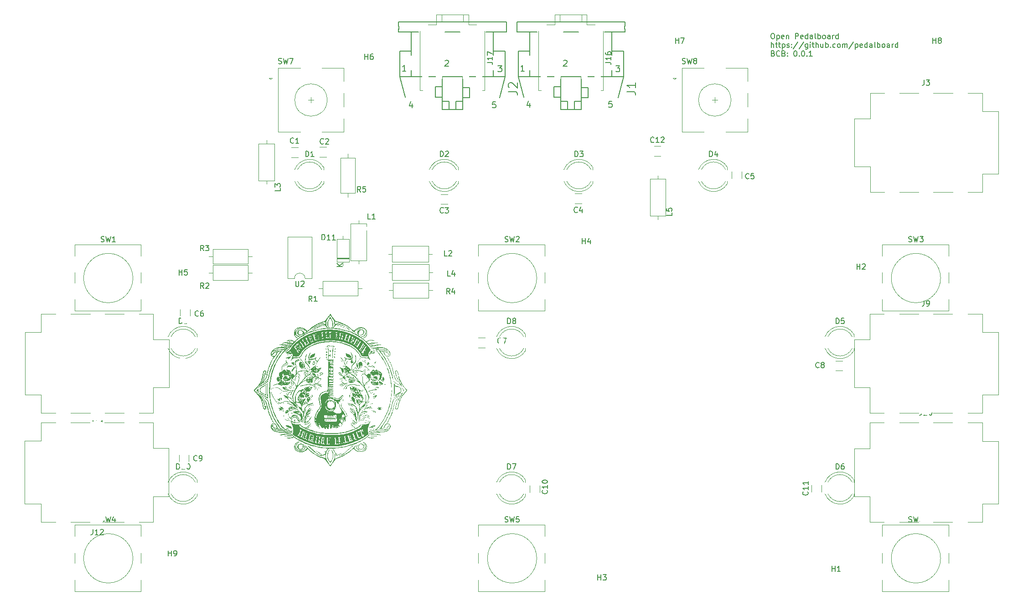
<source format=gto>
G04 #@! TF.GenerationSoftware,KiCad,Pcbnew,7.0.1.1-36-gbcf78dbe24-dirty-deb11*
G04 #@! TF.CreationDate,2023-03-25T20:52:36+00:00*
G04 #@! TF.ProjectId,pedalboard-hw,70656461-6c62-46f6-9172-642d68772e6b,0.0.1*
G04 #@! TF.SameCoordinates,Original*
G04 #@! TF.FileFunction,Legend,Top*
G04 #@! TF.FilePolarity,Positive*
%FSLAX46Y46*%
G04 Gerber Fmt 4.6, Leading zero omitted, Abs format (unit mm)*
G04 Created by KiCad (PCBNEW 7.0.1.1-36-gbcf78dbe24-dirty-deb11) date 2023-03-25 20:52:36*
%MOMM*%
%LPD*%
G01*
G04 APERTURE LIST*
%ADD10C,0.000000*%
%ADD11C,0.008210*%
%ADD12C,0.004304*%
%ADD13C,0.004635*%
%ADD14C,0.150000*%
%ADD15C,0.160020*%
%ADD16C,0.127000*%
%ADD17C,0.120000*%
%ADD18C,0.100000*%
%ADD19C,0.152400*%
%ADD20C,2.700000*%
%ADD21C,1.600000*%
%ADD22O,1.200000X2.200000*%
%ADD23O,2.200000X1.200000*%
%ADD24C,3.000000*%
%ADD25O,1.600000X1.600000*%
%ADD26R,1.070000X1.800000*%
%ADD27O,1.070000X1.800000*%
%ADD28R,1.700000X1.700000*%
%ADD29O,1.700000X1.700000*%
%ADD30O,3.000000X2.500000*%
%ADD31R,2.400000X1.600000*%
%ADD32O,2.400000X1.600000*%
%ADD33R,2.000000X2.000000*%
%ADD34C,2.000000*%
%ADD35C,3.200000*%
%ADD36R,1.600000X1.600000*%
%ADD37C,1.350000*%
%ADD38O,1.350000X1.350000*%
G04 APERTURE END LIST*
D10*
G36*
X76272760Y-84789705D02*
G01*
X76274337Y-84791208D01*
X76275727Y-84793865D01*
X76277935Y-84802562D01*
X76279357Y-84815641D01*
X76279967Y-84832948D01*
X76279741Y-84854326D01*
X76278651Y-84879622D01*
X76276673Y-84908680D01*
X76273779Y-84941344D01*
X76265146Y-85016874D01*
X76262340Y-85037857D01*
X76259234Y-85058395D01*
X76255859Y-85078375D01*
X76252247Y-85097683D01*
X76248428Y-85116205D01*
X76244434Y-85133829D01*
X76240294Y-85150439D01*
X76236041Y-85165923D01*
X76231706Y-85180167D01*
X76227318Y-85193057D01*
X76222911Y-85204479D01*
X76218513Y-85214320D01*
X76214157Y-85222466D01*
X76212004Y-85225868D01*
X76209873Y-85228803D01*
X76207768Y-85231258D01*
X76205692Y-85233218D01*
X76203651Y-85234669D01*
X76201646Y-85235597D01*
X76196449Y-85236591D01*
X76191446Y-85236314D01*
X76186646Y-85234837D01*
X76182057Y-85232235D01*
X76177688Y-85228578D01*
X76173547Y-85223939D01*
X76169642Y-85218391D01*
X76165982Y-85212005D01*
X76162576Y-85204855D01*
X76159431Y-85197012D01*
X76153959Y-85179538D01*
X76149635Y-85160163D01*
X76146525Y-85139465D01*
X76144696Y-85118023D01*
X76144217Y-85096415D01*
X76145153Y-85075221D01*
X76147573Y-85055019D01*
X76151542Y-85036387D01*
X76154130Y-85027842D01*
X76157130Y-85019906D01*
X76160551Y-85012652D01*
X76164402Y-85006153D01*
X76168690Y-85000481D01*
X76173425Y-84995707D01*
X76177511Y-84991956D01*
X76181803Y-84987356D01*
X76186261Y-84981972D01*
X76190843Y-84975864D01*
X76195508Y-84969094D01*
X76200213Y-84961725D01*
X76204919Y-84953819D01*
X76209584Y-84945437D01*
X76214166Y-84936641D01*
X76218624Y-84927495D01*
X76222916Y-84918059D01*
X76227002Y-84908395D01*
X76230840Y-84898566D01*
X76234388Y-84888634D01*
X76237606Y-84878661D01*
X76240451Y-84868708D01*
X76247434Y-84842389D01*
X76253812Y-84821537D01*
X76259559Y-84805998D01*
X76264650Y-84795616D01*
X76266942Y-84792311D01*
X76269059Y-84790237D01*
X76271000Y-84789374D01*
X76272760Y-84789705D01*
G37*
G36*
X71948414Y-93282293D02*
G01*
X71956098Y-93282883D01*
X71963637Y-93283782D01*
X71971015Y-93284982D01*
X71978214Y-93286475D01*
X71985220Y-93288255D01*
X71992016Y-93290315D01*
X71998586Y-93292648D01*
X72004914Y-93295246D01*
X72010983Y-93298103D01*
X72016778Y-93301210D01*
X72022282Y-93304562D01*
X72027479Y-93308151D01*
X72032354Y-93311970D01*
X72036889Y-93316012D01*
X72041069Y-93320270D01*
X72044877Y-93324736D01*
X72048298Y-93329403D01*
X72051315Y-93334266D01*
X72053913Y-93339315D01*
X72056074Y-93344545D01*
X72057783Y-93349947D01*
X72059024Y-93355516D01*
X72059780Y-93361244D01*
X72060036Y-93367123D01*
X72059944Y-93368745D01*
X72059670Y-93370304D01*
X72059222Y-93371796D01*
X72058602Y-93373221D01*
X72057818Y-93374576D01*
X72056873Y-93375859D01*
X72055773Y-93377069D01*
X72054523Y-93378203D01*
X72053129Y-93379260D01*
X72051595Y-93380237D01*
X72048129Y-93381945D01*
X72044167Y-93383312D01*
X72039751Y-93384323D01*
X72034921Y-93384961D01*
X72029718Y-93385212D01*
X72024185Y-93385060D01*
X72018363Y-93384489D01*
X72012293Y-93383483D01*
X72006016Y-93382029D01*
X71999573Y-93380109D01*
X71993007Y-93377708D01*
X71985737Y-93375929D01*
X71978503Y-93374559D01*
X71971342Y-93373592D01*
X71964289Y-93373022D01*
X71957381Y-93372846D01*
X71950653Y-93373057D01*
X71944143Y-93373650D01*
X71937886Y-93374621D01*
X71934863Y-93375247D01*
X71931918Y-93375964D01*
X71929054Y-93376774D01*
X71926276Y-93377674D01*
X71923588Y-93378665D01*
X71920995Y-93379745D01*
X71918502Y-93380915D01*
X71916113Y-93382173D01*
X71913832Y-93383520D01*
X71911664Y-93384953D01*
X71909614Y-93386473D01*
X71907686Y-93388078D01*
X71905884Y-93389769D01*
X71904214Y-93391545D01*
X71902679Y-93393404D01*
X71901285Y-93395347D01*
X71899019Y-93398650D01*
X71896221Y-93401928D01*
X71892937Y-93405153D01*
X71889214Y-93408301D01*
X71885098Y-93411346D01*
X71880636Y-93414261D01*
X71875874Y-93417022D01*
X71870859Y-93419601D01*
X71865637Y-93421974D01*
X71860254Y-93424114D01*
X71854759Y-93425996D01*
X71849196Y-93427594D01*
X71843612Y-93428882D01*
X71838054Y-93429833D01*
X71832568Y-93430423D01*
X71827202Y-93430626D01*
X71819334Y-93430291D01*
X71812255Y-93429312D01*
X71805949Y-93427727D01*
X71800399Y-93425575D01*
X71795588Y-93422893D01*
X71791499Y-93419719D01*
X71788115Y-93416092D01*
X71785420Y-93412049D01*
X71783397Y-93407630D01*
X71782028Y-93402871D01*
X71781298Y-93397811D01*
X71781189Y-93392488D01*
X71781685Y-93386940D01*
X71782769Y-93381206D01*
X71784424Y-93375323D01*
X71786633Y-93369330D01*
X71789379Y-93363264D01*
X71792646Y-93357164D01*
X71796417Y-93351068D01*
X71800675Y-93345014D01*
X71805403Y-93339040D01*
X71810585Y-93333184D01*
X71816203Y-93327485D01*
X71822241Y-93321980D01*
X71828682Y-93316708D01*
X71835510Y-93311706D01*
X71842707Y-93307013D01*
X71850256Y-93302667D01*
X71858142Y-93298706D01*
X71866346Y-93295168D01*
X71874853Y-93292091D01*
X71883646Y-93289514D01*
X71891911Y-93287384D01*
X71900161Y-93285618D01*
X71908378Y-93284211D01*
X71916547Y-93283154D01*
X71924651Y-93282441D01*
X71932674Y-93282065D01*
X71940601Y-93282018D01*
X71948414Y-93282293D01*
G37*
G36*
X63589400Y-92129915D02*
G01*
X63592357Y-92131119D01*
X63595030Y-92133032D01*
X63597423Y-92135662D01*
X63599543Y-92139017D01*
X63601394Y-92143106D01*
X63602981Y-92147938D01*
X63605386Y-92159861D01*
X63606798Y-92174853D01*
X63607260Y-92192982D01*
X63606812Y-92214315D01*
X63605496Y-92238919D01*
X63603353Y-92266862D01*
X63600425Y-92298210D01*
X63598729Y-92319045D01*
X63597607Y-92339219D01*
X63597053Y-92358732D01*
X63597062Y-92377583D01*
X63597630Y-92395773D01*
X63598751Y-92413302D01*
X63600419Y-92430169D01*
X63602630Y-92446375D01*
X63605378Y-92461919D01*
X63608659Y-92476802D01*
X63612466Y-92491023D01*
X63616796Y-92504583D01*
X63621642Y-92517481D01*
X63627000Y-92529718D01*
X63632865Y-92541294D01*
X63639230Y-92552208D01*
X63644558Y-92561205D01*
X63649938Y-92570936D01*
X63660728Y-92592227D01*
X63671353Y-92615336D01*
X63681564Y-92639521D01*
X63691114Y-92664035D01*
X63699754Y-92688137D01*
X63707237Y-92711081D01*
X63713314Y-92732124D01*
X63714398Y-92737074D01*
X63715662Y-92741997D01*
X63717099Y-92746887D01*
X63718702Y-92751740D01*
X63722383Y-92761308D01*
X63726653Y-92770654D01*
X63731461Y-92779731D01*
X63736754Y-92788492D01*
X63742482Y-92796893D01*
X63748592Y-92804884D01*
X63755032Y-92812422D01*
X63761752Y-92819457D01*
X63768699Y-92825946D01*
X63775822Y-92831840D01*
X63783068Y-92837093D01*
X63790388Y-92841659D01*
X63794058Y-92843669D01*
X63797727Y-92845491D01*
X63801389Y-92847117D01*
X63805036Y-92848542D01*
X63811724Y-92850890D01*
X63818520Y-92853930D01*
X63825368Y-92857611D01*
X63832211Y-92861881D01*
X63838992Y-92866689D01*
X63845654Y-92871982D01*
X63852140Y-92877709D01*
X63858394Y-92883819D01*
X63864358Y-92890260D01*
X63869976Y-92896979D01*
X63875191Y-92903926D01*
X63879946Y-92911049D01*
X63884184Y-92918296D01*
X63887849Y-92925615D01*
X63890883Y-92932954D01*
X63892146Y-92936616D01*
X63893230Y-92940263D01*
X63896258Y-92949183D01*
X63899389Y-92957421D01*
X63902619Y-92964978D01*
X63905950Y-92971855D01*
X63909378Y-92978053D01*
X63912904Y-92983571D01*
X63916525Y-92988411D01*
X63920240Y-92992574D01*
X63924048Y-92996060D01*
X63927949Y-92998869D01*
X63931939Y-93001003D01*
X63936019Y-93002462D01*
X63940186Y-93003246D01*
X63944440Y-93003357D01*
X63948779Y-93002794D01*
X63953203Y-93001559D01*
X63957709Y-92999652D01*
X63962296Y-92997074D01*
X63966963Y-92993826D01*
X63971710Y-92989908D01*
X63976533Y-92985320D01*
X63981433Y-92980064D01*
X63986408Y-92974140D01*
X63991457Y-92967549D01*
X63996578Y-92960291D01*
X64001770Y-92952367D01*
X64012362Y-92934523D01*
X64023222Y-92914024D01*
X64034341Y-92890873D01*
X64070794Y-92817818D01*
X64106358Y-92751919D01*
X64141467Y-92692894D01*
X64176555Y-92640457D01*
X64194227Y-92616621D01*
X64212057Y-92594325D01*
X64230098Y-92573534D01*
X64248406Y-92554213D01*
X64267034Y-92536326D01*
X64286037Y-92519837D01*
X64305468Y-92504711D01*
X64325383Y-92490913D01*
X64345835Y-92478406D01*
X64366879Y-92467156D01*
X64388569Y-92457127D01*
X64410959Y-92448283D01*
X64434104Y-92440589D01*
X64458057Y-92434010D01*
X64482874Y-92428509D01*
X64508607Y-92424051D01*
X64535312Y-92420601D01*
X64563043Y-92418123D01*
X64621799Y-92415941D01*
X64685310Y-92417222D01*
X64754008Y-92421681D01*
X64778505Y-92423951D01*
X64803012Y-92426776D01*
X64851849Y-92434001D01*
X64900108Y-92443168D01*
X64947375Y-92454093D01*
X64993236Y-92466588D01*
X65037278Y-92480468D01*
X65079088Y-92495547D01*
X65118251Y-92511639D01*
X65154356Y-92528558D01*
X65171132Y-92537270D01*
X65186988Y-92546118D01*
X65201872Y-92555080D01*
X65215734Y-92564132D01*
X65228520Y-92573252D01*
X65240180Y-92582415D01*
X65250662Y-92591599D01*
X65259914Y-92600781D01*
X65267884Y-92609936D01*
X65274521Y-92619043D01*
X65279773Y-92628077D01*
X65283588Y-92637016D01*
X65285915Y-92645836D01*
X65286703Y-92654513D01*
X65286620Y-92662566D01*
X65286207Y-92669493D01*
X65285214Y-92675241D01*
X65283395Y-92679759D01*
X65282098Y-92681541D01*
X65280501Y-92682996D01*
X65278574Y-92684118D01*
X65276284Y-92684900D01*
X65273602Y-92685335D01*
X65270497Y-92685418D01*
X65262890Y-92684500D01*
X65253216Y-92682094D01*
X65241227Y-92678147D01*
X65226675Y-92672609D01*
X65209312Y-92665428D01*
X65165159Y-92645929D01*
X65106786Y-92619236D01*
X65073158Y-92604892D01*
X65040998Y-92592289D01*
X65010202Y-92581432D01*
X64980668Y-92572328D01*
X64952290Y-92564980D01*
X64924967Y-92559395D01*
X64898595Y-92555577D01*
X64873071Y-92553531D01*
X64848290Y-92553263D01*
X64824150Y-92554778D01*
X64800548Y-92558081D01*
X64777380Y-92563178D01*
X64754542Y-92570072D01*
X64731932Y-92578770D01*
X64709446Y-92589277D01*
X64686980Y-92601597D01*
X64665331Y-92613579D01*
X64638143Y-92628000D01*
X64571446Y-92662010D01*
X64495488Y-92699327D01*
X64418870Y-92735652D01*
X64386309Y-92752172D01*
X64354839Y-92769917D01*
X64324557Y-92788788D01*
X64295563Y-92808688D01*
X64267953Y-92829518D01*
X64241826Y-92851179D01*
X64217281Y-92873575D01*
X64194415Y-92896607D01*
X64173326Y-92920175D01*
X64154114Y-92944184D01*
X64136875Y-92968533D01*
X64121709Y-92993125D01*
X64108713Y-93017862D01*
X64097986Y-93042646D01*
X64093504Y-93055024D01*
X64089626Y-93067378D01*
X64086364Y-93079694D01*
X64083730Y-93091960D01*
X64081584Y-93101271D01*
X64079124Y-93110023D01*
X64076370Y-93118213D01*
X64073340Y-93125838D01*
X64070051Y-93132898D01*
X64066522Y-93139390D01*
X64062771Y-93145313D01*
X64058816Y-93150663D01*
X64054674Y-93155440D01*
X64050365Y-93159642D01*
X64045905Y-93163266D01*
X64041314Y-93166311D01*
X64036610Y-93168774D01*
X64031809Y-93170654D01*
X64026932Y-93171949D01*
X64021994Y-93172656D01*
X64017016Y-93172775D01*
X64012014Y-93172302D01*
X64007007Y-93171237D01*
X64002013Y-93169576D01*
X63997050Y-93167319D01*
X63992136Y-93164463D01*
X63987289Y-93161006D01*
X63982527Y-93156946D01*
X63977869Y-93152282D01*
X63973332Y-93147011D01*
X63968935Y-93141132D01*
X63964696Y-93134642D01*
X63960632Y-93127540D01*
X63956761Y-93119824D01*
X63953103Y-93111491D01*
X63949675Y-93102540D01*
X63945965Y-93093910D01*
X63941489Y-93085254D01*
X63936311Y-93076628D01*
X63930492Y-93068091D01*
X63924095Y-93059698D01*
X63917181Y-93051506D01*
X63909812Y-93043573D01*
X63902050Y-93035955D01*
X63893957Y-93028709D01*
X63885596Y-93021892D01*
X63877028Y-93015560D01*
X63868315Y-93009772D01*
X63859520Y-93004582D01*
X63850704Y-93000049D01*
X63841929Y-92996229D01*
X63833258Y-92993179D01*
X63817571Y-92988021D01*
X63802183Y-92980357D01*
X63786982Y-92969995D01*
X63771853Y-92956744D01*
X63756682Y-92940414D01*
X63741357Y-92920812D01*
X63725763Y-92897748D01*
X63709786Y-92871031D01*
X63693313Y-92840468D01*
X63676231Y-92805870D01*
X63658425Y-92767044D01*
X63639782Y-92723801D01*
X63599529Y-92623293D01*
X63554564Y-92502818D01*
X63540876Y-92464793D01*
X63528905Y-92429961D01*
X63518628Y-92398127D01*
X63510026Y-92369093D01*
X63503077Y-92342664D01*
X63500216Y-92330365D01*
X63497761Y-92318644D01*
X63495709Y-92307475D01*
X63494058Y-92296834D01*
X63492804Y-92286698D01*
X63491946Y-92277041D01*
X63491480Y-92267838D01*
X63491405Y-92259066D01*
X63491717Y-92250699D01*
X63492414Y-92242714D01*
X63493494Y-92235085D01*
X63494953Y-92227788D01*
X63496790Y-92220798D01*
X63499001Y-92214092D01*
X63501585Y-92207644D01*
X63504537Y-92201429D01*
X63507857Y-92195424D01*
X63511541Y-92189604D01*
X63515587Y-92183944D01*
X63519992Y-92178419D01*
X63524754Y-92173006D01*
X63529869Y-92167679D01*
X63543064Y-92154998D01*
X63554894Y-92144783D01*
X63565402Y-92137100D01*
X63570172Y-92134229D01*
X63574628Y-92132016D01*
X63578773Y-92130470D01*
X63582614Y-92129599D01*
X63586154Y-92129411D01*
X63589400Y-92129915D01*
G37*
G36*
X77645412Y-92076611D02*
G01*
X77648132Y-92077082D01*
X77650913Y-92077812D01*
X77653768Y-92078803D01*
X77656705Y-92080055D01*
X77659735Y-92081569D01*
X77662868Y-92083345D01*
X77666115Y-92085383D01*
X77669486Y-92087685D01*
X77672991Y-92090252D01*
X77680446Y-92096180D01*
X77688562Y-92103173D01*
X77697423Y-92111235D01*
X77705486Y-92119473D01*
X77709115Y-92123334D01*
X77712479Y-92127035D01*
X77715576Y-92130582D01*
X77718407Y-92133986D01*
X77720974Y-92137254D01*
X77723276Y-92140395D01*
X77725315Y-92143417D01*
X77727091Y-92146329D01*
X77728604Y-92149138D01*
X77729857Y-92151854D01*
X77730848Y-92154484D01*
X77731578Y-92157038D01*
X77732049Y-92159523D01*
X77732261Y-92161948D01*
X77732215Y-92164321D01*
X77731911Y-92166651D01*
X77731350Y-92168946D01*
X77730532Y-92171215D01*
X77729459Y-92173465D01*
X77728130Y-92175706D01*
X77726547Y-92177946D01*
X77724710Y-92180192D01*
X77722620Y-92182455D01*
X77720277Y-92184741D01*
X77717682Y-92187059D01*
X77714836Y-92189418D01*
X77711739Y-92191826D01*
X77708393Y-92194292D01*
X77700952Y-92199429D01*
X77691768Y-92204993D01*
X77682750Y-92209794D01*
X77673921Y-92213853D01*
X77665302Y-92217193D01*
X77656916Y-92219835D01*
X77648785Y-92221801D01*
X77640930Y-92223113D01*
X77633373Y-92223794D01*
X77626137Y-92223865D01*
X77619243Y-92223348D01*
X77612713Y-92222266D01*
X77606570Y-92220639D01*
X77600835Y-92218490D01*
X77595530Y-92215842D01*
X77590677Y-92212715D01*
X77586299Y-92209133D01*
X77582416Y-92205116D01*
X77579052Y-92200687D01*
X77576228Y-92195868D01*
X77573965Y-92190681D01*
X77572287Y-92185147D01*
X77571214Y-92179290D01*
X77570770Y-92173130D01*
X77570975Y-92166689D01*
X77571852Y-92159990D01*
X77573423Y-92153055D01*
X77575709Y-92145905D01*
X77578734Y-92138563D01*
X77582517Y-92131050D01*
X77587083Y-92123389D01*
X77592452Y-92115601D01*
X77598647Y-92107708D01*
X77605027Y-92100268D01*
X77610993Y-92093824D01*
X77613848Y-92090978D01*
X77616630Y-92088384D01*
X77619349Y-92086041D01*
X77622018Y-92083951D01*
X77624645Y-92082114D01*
X77627240Y-92080530D01*
X77629816Y-92079202D01*
X77632381Y-92078128D01*
X77634945Y-92077311D01*
X77637521Y-92076749D01*
X77640117Y-92076445D01*
X77642743Y-92076399D01*
X77645412Y-92076611D01*
G37*
G36*
X75174622Y-89700882D02*
G01*
X75177078Y-89701202D01*
X75179659Y-89701834D01*
X75182376Y-89702779D01*
X75185239Y-89704037D01*
X75188260Y-89705611D01*
X75191450Y-89707502D01*
X75194819Y-89709710D01*
X75198379Y-89712237D01*
X75206114Y-89718254D01*
X75214743Y-89725563D01*
X75224354Y-89734174D01*
X75235034Y-89744098D01*
X75241524Y-89750241D01*
X75247757Y-89756741D01*
X75253727Y-89763561D01*
X75259426Y-89770666D01*
X75264845Y-89778019D01*
X75269978Y-89785583D01*
X75274816Y-89793323D01*
X75279352Y-89801203D01*
X75283578Y-89809186D01*
X75287486Y-89817237D01*
X75291069Y-89825318D01*
X75294318Y-89833394D01*
X75297226Y-89841429D01*
X75299785Y-89849386D01*
X75301988Y-89857230D01*
X75303826Y-89864924D01*
X75305293Y-89872431D01*
X75306379Y-89879717D01*
X75307078Y-89886744D01*
X75307382Y-89893477D01*
X75307282Y-89899879D01*
X75306772Y-89905914D01*
X75305843Y-89911545D01*
X75304488Y-89916738D01*
X75302698Y-89921455D01*
X75300467Y-89925661D01*
X75297787Y-89929319D01*
X75294649Y-89932393D01*
X75291045Y-89934846D01*
X75286970Y-89936644D01*
X75282413Y-89937749D01*
X75277368Y-89938125D01*
X75272278Y-89937699D01*
X75266949Y-89936448D01*
X75261410Y-89934419D01*
X75255692Y-89931655D01*
X75249824Y-89928202D01*
X75243836Y-89924103D01*
X75231618Y-89914147D01*
X75219276Y-89902145D01*
X75207047Y-89888454D01*
X75195170Y-89873429D01*
X75183883Y-89857427D01*
X75173422Y-89840805D01*
X75164025Y-89823920D01*
X75155931Y-89807128D01*
X75149377Y-89790785D01*
X75144600Y-89775249D01*
X75142953Y-89767894D01*
X75141839Y-89760875D01*
X75141288Y-89754235D01*
X75141331Y-89748020D01*
X75141996Y-89742274D01*
X75143314Y-89737042D01*
X75147173Y-89728362D01*
X75150872Y-89720850D01*
X75154498Y-89714516D01*
X75156312Y-89711794D01*
X75158141Y-89709370D01*
X75159995Y-89707247D01*
X75161886Y-89705424D01*
X75163825Y-89703904D01*
X75165823Y-89702687D01*
X75167890Y-89701775D01*
X75170039Y-89701169D01*
X75172279Y-89700871D01*
X75174622Y-89700882D01*
G37*
G36*
X66637051Y-79003071D02*
G01*
X66637990Y-79003598D01*
X66638903Y-79004476D01*
X66639798Y-79005706D01*
X66640683Y-79007288D01*
X66641566Y-79009220D01*
X66643354Y-79014140D01*
X66645224Y-79020465D01*
X66647240Y-79028196D01*
X66651952Y-79047875D01*
X66653473Y-79054426D01*
X66654732Y-79060840D01*
X66655736Y-79067108D01*
X66656493Y-79073217D01*
X66657010Y-79079155D01*
X66657293Y-79084911D01*
X66657351Y-79090474D01*
X66657189Y-79095831D01*
X66656815Y-79100970D01*
X66656237Y-79105882D01*
X66655461Y-79110553D01*
X66654495Y-79114972D01*
X66653345Y-79119127D01*
X66652019Y-79123007D01*
X66650523Y-79126601D01*
X66648866Y-79129896D01*
X66647053Y-79132881D01*
X66645092Y-79135544D01*
X66642991Y-79137874D01*
X66640756Y-79139859D01*
X66638394Y-79141488D01*
X66635913Y-79142748D01*
X66633319Y-79143628D01*
X66630620Y-79144117D01*
X66627823Y-79144203D01*
X66624935Y-79143875D01*
X66621963Y-79143119D01*
X66618914Y-79141926D01*
X66615795Y-79140284D01*
X66612614Y-79138180D01*
X66609377Y-79135603D01*
X66606091Y-79132542D01*
X66604820Y-79131468D01*
X66603650Y-79130234D01*
X66602582Y-79128847D01*
X66601613Y-79127312D01*
X66599968Y-79123821D01*
X66598705Y-79119808D01*
X66597814Y-79115320D01*
X66597285Y-79110403D01*
X66597108Y-79105104D01*
X66597272Y-79099468D01*
X66597766Y-79093544D01*
X66598581Y-79087376D01*
X66599706Y-79081012D01*
X66601130Y-79074498D01*
X66602844Y-79067881D01*
X66604837Y-79061207D01*
X66607099Y-79054523D01*
X66609619Y-79047875D01*
X66618962Y-79028196D01*
X66622797Y-79020465D01*
X66626156Y-79014140D01*
X66629101Y-79009220D01*
X66630439Y-79007288D01*
X66631696Y-79005706D01*
X66632880Y-79004476D01*
X66634000Y-79003598D01*
X66635064Y-79003071D01*
X66636078Y-79002895D01*
X66637051Y-79003071D01*
G37*
G36*
X66641397Y-89925393D02*
G01*
X66642645Y-89926057D01*
X66643801Y-89927328D01*
X66644876Y-89929202D01*
X66645882Y-89931678D01*
X66646829Y-89934755D01*
X66648590Y-89942700D01*
X66650248Y-89953022D01*
X66651891Y-89965706D01*
X66655481Y-89998097D01*
X66658437Y-90018650D01*
X66661930Y-90040154D01*
X66665836Y-90061907D01*
X66670032Y-90083205D01*
X66674394Y-90103345D01*
X66678797Y-90121625D01*
X66683117Y-90137341D01*
X66685207Y-90144019D01*
X66687231Y-90149792D01*
X66692296Y-90162066D01*
X66696911Y-90174397D01*
X66701080Y-90186761D01*
X66704808Y-90199132D01*
X66708099Y-90211485D01*
X66710958Y-90223794D01*
X66713389Y-90236036D01*
X66715398Y-90248183D01*
X66716988Y-90260212D01*
X66718163Y-90272096D01*
X66718929Y-90283812D01*
X66719291Y-90295332D01*
X66719251Y-90306634D01*
X66718816Y-90317690D01*
X66717989Y-90328477D01*
X66716776Y-90338968D01*
X66715180Y-90349139D01*
X66713206Y-90358964D01*
X66710858Y-90368419D01*
X66708142Y-90377478D01*
X66705062Y-90386115D01*
X66701621Y-90394306D01*
X66697826Y-90402026D01*
X66693680Y-90409249D01*
X66689187Y-90415950D01*
X66684353Y-90422103D01*
X66679181Y-90427685D01*
X66673677Y-90432669D01*
X66667845Y-90437030D01*
X66661689Y-90440743D01*
X66655214Y-90443784D01*
X66648424Y-90446125D01*
X66627935Y-90451288D01*
X66608163Y-90455553D01*
X66589143Y-90458952D01*
X66570910Y-90461518D01*
X66553498Y-90463283D01*
X66536943Y-90464279D01*
X66521279Y-90464539D01*
X66506542Y-90464095D01*
X66492766Y-90462979D01*
X66479985Y-90461223D01*
X66468236Y-90458861D01*
X66457553Y-90455923D01*
X66447970Y-90452443D01*
X66439523Y-90448452D01*
X66432246Y-90443984D01*
X66426175Y-90439069D01*
X66421344Y-90433742D01*
X66417788Y-90428033D01*
X66415542Y-90421976D01*
X66414641Y-90415601D01*
X66415119Y-90408943D01*
X66417013Y-90402033D01*
X66420355Y-90394903D01*
X66425183Y-90387586D01*
X66431529Y-90380114D01*
X66439430Y-90372519D01*
X66448920Y-90364834D01*
X66460033Y-90357090D01*
X66472806Y-90349321D01*
X66487272Y-90341558D01*
X66503467Y-90333834D01*
X66521425Y-90326181D01*
X66531429Y-90321860D01*
X66540936Y-90317497D01*
X66549944Y-90313090D01*
X66558453Y-90308638D01*
X66566460Y-90304139D01*
X66573964Y-90299592D01*
X66580965Y-90294997D01*
X66587461Y-90290351D01*
X66593450Y-90285653D01*
X66598931Y-90280902D01*
X66603903Y-90276097D01*
X66608365Y-90271237D01*
X66612316Y-90266320D01*
X66615753Y-90261344D01*
X66618677Y-90256309D01*
X66621085Y-90251214D01*
X66622976Y-90246056D01*
X66624349Y-90240836D01*
X66625203Y-90235550D01*
X66625536Y-90230199D01*
X66625347Y-90224780D01*
X66624635Y-90219293D01*
X66623398Y-90213737D01*
X66621636Y-90208109D01*
X66619346Y-90202409D01*
X66616528Y-90196635D01*
X66613181Y-90190787D01*
X66609302Y-90184862D01*
X66604891Y-90178859D01*
X66599947Y-90172778D01*
X66594468Y-90166617D01*
X66588452Y-90160374D01*
X66583493Y-90154911D01*
X66579206Y-90149081D01*
X66575600Y-90142849D01*
X66572688Y-90136176D01*
X66570478Y-90129029D01*
X66568981Y-90121369D01*
X66568207Y-90113162D01*
X66568168Y-90104371D01*
X66568872Y-90094960D01*
X66570331Y-90084893D01*
X66572555Y-90074133D01*
X66575554Y-90062644D01*
X66579338Y-90050391D01*
X66583919Y-90037337D01*
X66589305Y-90023445D01*
X66595508Y-90008680D01*
X66611831Y-89972776D01*
X66618475Y-89958629D01*
X66624226Y-89946999D01*
X66629171Y-89937871D01*
X66633397Y-89931228D01*
X66635268Y-89928833D01*
X66636993Y-89927055D01*
X66638582Y-89925890D01*
X66640046Y-89925337D01*
X66641397Y-89925393D01*
G37*
G36*
X64564178Y-82586928D02*
G01*
X64565934Y-82587201D01*
X64570061Y-82588459D01*
X64574974Y-82590646D01*
X64580630Y-82593743D01*
X64586990Y-82597729D01*
X64594011Y-82602583D01*
X64601652Y-82608285D01*
X64609872Y-82614813D01*
X64618630Y-82622148D01*
X64627883Y-82630267D01*
X64637592Y-82639152D01*
X64646232Y-82648458D01*
X64654294Y-82657827D01*
X64661779Y-82667221D01*
X64668687Y-82676600D01*
X64675019Y-82685925D01*
X64680775Y-82695156D01*
X64685956Y-82704255D01*
X64690563Y-82713180D01*
X64694597Y-82721894D01*
X64698057Y-82730357D01*
X64700945Y-82738529D01*
X64703262Y-82746370D01*
X64705007Y-82753843D01*
X64706182Y-82760906D01*
X64706788Y-82767521D01*
X64706824Y-82773649D01*
X64706292Y-82779249D01*
X64705192Y-82784283D01*
X64703525Y-82788711D01*
X64701291Y-82792493D01*
X64698492Y-82795591D01*
X64696880Y-82796871D01*
X64695127Y-82797965D01*
X64693233Y-82798868D01*
X64691198Y-82799575D01*
X64686705Y-82800383D01*
X64681648Y-82800348D01*
X64676029Y-82799431D01*
X64669848Y-82797593D01*
X64663106Y-82794794D01*
X64655803Y-82790996D01*
X64647940Y-82786158D01*
X64639517Y-82780242D01*
X64630536Y-82773207D01*
X64623586Y-82767715D01*
X64617272Y-82763168D01*
X64611568Y-82759604D01*
X64608937Y-82758201D01*
X64606448Y-82757057D01*
X64604099Y-82756177D01*
X64601886Y-82755565D01*
X64599806Y-82755225D01*
X64597856Y-82755163D01*
X64596032Y-82755382D01*
X64594332Y-82755887D01*
X64592752Y-82756683D01*
X64591289Y-82757774D01*
X64589940Y-82759165D01*
X64588701Y-82760860D01*
X64587570Y-82762864D01*
X64586542Y-82765182D01*
X64585615Y-82767817D01*
X64584786Y-82770774D01*
X64583407Y-82777674D01*
X64582379Y-82785917D01*
X64581678Y-82795540D01*
X64581275Y-82806579D01*
X64581147Y-82819070D01*
X64581268Y-82828282D01*
X64581622Y-82837370D01*
X64582193Y-82846293D01*
X64582966Y-82855008D01*
X64583925Y-82863476D01*
X64585054Y-82871655D01*
X64586338Y-82879503D01*
X64587762Y-82886979D01*
X64589309Y-82894041D01*
X64590966Y-82900649D01*
X64592715Y-82906760D01*
X64594542Y-82912334D01*
X64596431Y-82917330D01*
X64598366Y-82921705D01*
X64600332Y-82925419D01*
X64602314Y-82928430D01*
X64606149Y-82933056D01*
X64609716Y-82938937D01*
X64613017Y-82945984D01*
X64616053Y-82954110D01*
X64621336Y-82973241D01*
X64625575Y-82995623D01*
X64628781Y-83020548D01*
X64630963Y-83047307D01*
X64632133Y-83075193D01*
X64632300Y-83103497D01*
X64631475Y-83131511D01*
X64629668Y-83158529D01*
X64626889Y-83183841D01*
X64623150Y-83206740D01*
X64618459Y-83226517D01*
X64612828Y-83242465D01*
X64609663Y-83248782D01*
X64606267Y-83253876D01*
X64602641Y-83257659D01*
X64598786Y-83260042D01*
X64590472Y-83261329D01*
X64580184Y-83260004D01*
X64568081Y-83256225D01*
X64554317Y-83250148D01*
X64539049Y-83241932D01*
X64522434Y-83231734D01*
X64485787Y-83206023D01*
X64445626Y-83174276D01*
X64403201Y-83137754D01*
X64359763Y-83097719D01*
X64316564Y-83055430D01*
X64274852Y-83012149D01*
X64235879Y-82969137D01*
X64200896Y-82927655D01*
X64171153Y-82888963D01*
X64147900Y-82854322D01*
X64139099Y-82838915D01*
X64132389Y-82824994D01*
X64127927Y-82812716D01*
X64125869Y-82802239D01*
X64126372Y-82793721D01*
X64129591Y-82787319D01*
X64138301Y-82776953D01*
X64147224Y-82767026D01*
X64156345Y-82757543D01*
X64165648Y-82748506D01*
X64175119Y-82739922D01*
X64184743Y-82731795D01*
X64194505Y-82724129D01*
X64204391Y-82716929D01*
X64214386Y-82710199D01*
X64224474Y-82703943D01*
X64234640Y-82698167D01*
X64244871Y-82692875D01*
X64255151Y-82688071D01*
X64265465Y-82683760D01*
X64275799Y-82679947D01*
X64286137Y-82676635D01*
X64296464Y-82673830D01*
X64306767Y-82671536D01*
X64317029Y-82669757D01*
X64327237Y-82668498D01*
X64337374Y-82667764D01*
X64347428Y-82667558D01*
X64357381Y-82667887D01*
X64367220Y-82668753D01*
X64376931Y-82670162D01*
X64386497Y-82672118D01*
X64395904Y-82674626D01*
X64405137Y-82677690D01*
X64414182Y-82681314D01*
X64423023Y-82685504D01*
X64431646Y-82690264D01*
X64440036Y-82695598D01*
X64448250Y-82701201D01*
X64456343Y-82706116D01*
X64464300Y-82710355D01*
X64472103Y-82713932D01*
X64479735Y-82716861D01*
X64487180Y-82719154D01*
X64494421Y-82720826D01*
X64501441Y-82721890D01*
X64508224Y-82722360D01*
X64514751Y-82722249D01*
X64521008Y-82721571D01*
X64526976Y-82720340D01*
X64532640Y-82718568D01*
X64537982Y-82716270D01*
X64542985Y-82713459D01*
X64547633Y-82710149D01*
X64551909Y-82706353D01*
X64555796Y-82702085D01*
X64559278Y-82697358D01*
X64562337Y-82692186D01*
X64564957Y-82686583D01*
X64567121Y-82680562D01*
X64568811Y-82674136D01*
X64570013Y-82667320D01*
X64570708Y-82660126D01*
X64570879Y-82652569D01*
X64570511Y-82644661D01*
X64569586Y-82636417D01*
X64568087Y-82627850D01*
X64565998Y-82618974D01*
X64563301Y-82609802D01*
X64559981Y-82600348D01*
X64558527Y-82595590D01*
X64558190Y-82593608D01*
X64558107Y-82591887D01*
X64558271Y-82590424D01*
X64558678Y-82589217D01*
X64559323Y-82588263D01*
X64560201Y-82587560D01*
X64561306Y-82587104D01*
X64562633Y-82586895D01*
X64564178Y-82586928D01*
G37*
G36*
X76203114Y-84402948D02*
G01*
X76211788Y-84403207D01*
X76220959Y-84403694D01*
X76230585Y-84404413D01*
X76240624Y-84405370D01*
X76251035Y-84406570D01*
X76265517Y-84408074D01*
X76278589Y-84410008D01*
X76290327Y-84412468D01*
X76295721Y-84413927D01*
X76300810Y-84415554D01*
X76305605Y-84417362D01*
X76310114Y-84419363D01*
X76314349Y-84421570D01*
X76318318Y-84423994D01*
X76322031Y-84426649D01*
X76325499Y-84429545D01*
X76328729Y-84432696D01*
X76331733Y-84436114D01*
X76334520Y-84439811D01*
X76337100Y-84443799D01*
X76339482Y-84448091D01*
X76341676Y-84452699D01*
X76343692Y-84457635D01*
X76345539Y-84462911D01*
X76348766Y-84474534D01*
X76351435Y-84487666D01*
X76353623Y-84502404D01*
X76355408Y-84518849D01*
X76356868Y-84537096D01*
X76360155Y-84575310D01*
X76361078Y-84590349D01*
X76361334Y-84602692D01*
X76361168Y-84607854D01*
X76360784Y-84612347D01*
X76360163Y-84616170D01*
X76359288Y-84619325D01*
X76358141Y-84621813D01*
X76356707Y-84623637D01*
X76354965Y-84624796D01*
X76352901Y-84625292D01*
X76350495Y-84625127D01*
X76347730Y-84624301D01*
X76344590Y-84622817D01*
X76341057Y-84620675D01*
X76337112Y-84617877D01*
X76332739Y-84614424D01*
X76322639Y-84605558D01*
X76310617Y-84594087D01*
X76296532Y-84580023D01*
X76261620Y-84544152D01*
X76239701Y-84520746D01*
X76219230Y-84498456D01*
X76200661Y-84477738D01*
X76184448Y-84459045D01*
X76177368Y-84450600D01*
X76171047Y-84442832D01*
X76165542Y-84435798D01*
X76160911Y-84429554D01*
X76157210Y-84424158D01*
X76154496Y-84419667D01*
X76153527Y-84417778D01*
X76152826Y-84416136D01*
X76152400Y-84414749D01*
X76152257Y-84413624D01*
X76152380Y-84412652D01*
X76152746Y-84411723D01*
X76153350Y-84410836D01*
X76154186Y-84409993D01*
X76156536Y-84408438D01*
X76159753Y-84407065D01*
X76163798Y-84405877D01*
X76168628Y-84404881D01*
X76174202Y-84404081D01*
X76180479Y-84403482D01*
X76187418Y-84403090D01*
X76194976Y-84402911D01*
X76203114Y-84402948D01*
G37*
G36*
X70545054Y-79778196D02*
G01*
X70546975Y-79778409D01*
X70548852Y-79778758D01*
X70550684Y-79779241D01*
X70552469Y-79779853D01*
X70554207Y-79780590D01*
X70555895Y-79781448D01*
X70557533Y-79782424D01*
X70559119Y-79783514D01*
X70560652Y-79784714D01*
X70562131Y-79786019D01*
X70563555Y-79787427D01*
X70566230Y-79790533D01*
X70568668Y-79794000D01*
X70570857Y-79797798D01*
X70572788Y-79801896D01*
X70574450Y-79806263D01*
X70575833Y-79810867D01*
X70576927Y-79815678D01*
X70577721Y-79820665D01*
X70578205Y-79825796D01*
X70578369Y-79831041D01*
X70578328Y-79833676D01*
X70578205Y-79836287D01*
X70578003Y-79838868D01*
X70577721Y-79841418D01*
X70577362Y-79843931D01*
X70576927Y-79846405D01*
X70576417Y-79848834D01*
X70575833Y-79851216D01*
X70575177Y-79853546D01*
X70574450Y-79855820D01*
X70573653Y-79858035D01*
X70572788Y-79860187D01*
X70571855Y-79862271D01*
X70570857Y-79864285D01*
X70569794Y-79866223D01*
X70568668Y-79868083D01*
X70567479Y-79869860D01*
X70566230Y-79871550D01*
X70564922Y-79873151D01*
X70563555Y-79874656D01*
X70562131Y-79876064D01*
X70560652Y-79877369D01*
X70559119Y-79878569D01*
X70557533Y-79879659D01*
X70555895Y-79880635D01*
X70554207Y-79881493D01*
X70552469Y-79882230D01*
X70550684Y-79882842D01*
X70548852Y-79883324D01*
X70546975Y-79883674D01*
X70545054Y-79883886D01*
X70543091Y-79883958D01*
X70541438Y-79883886D01*
X70539788Y-79883674D01*
X70538144Y-79883324D01*
X70536511Y-79882842D01*
X70534890Y-79882230D01*
X70533285Y-79881493D01*
X70531700Y-79880635D01*
X70530137Y-79879659D01*
X70527092Y-79877369D01*
X70524177Y-79874656D01*
X70521416Y-79871550D01*
X70518837Y-79868083D01*
X70516464Y-79864285D01*
X70514324Y-79860187D01*
X70512442Y-79855820D01*
X70510844Y-79851216D01*
X70509557Y-79846405D01*
X70508605Y-79841418D01*
X70508015Y-79836287D01*
X70507812Y-79831041D01*
X70507864Y-79828407D01*
X70508015Y-79825796D01*
X70508263Y-79823215D01*
X70508605Y-79820665D01*
X70509037Y-79818152D01*
X70509557Y-79815678D01*
X70510160Y-79813249D01*
X70510844Y-79810867D01*
X70511606Y-79808537D01*
X70512442Y-79806263D01*
X70513349Y-79804048D01*
X70514324Y-79801896D01*
X70515363Y-79799812D01*
X70516464Y-79797798D01*
X70517623Y-79795860D01*
X70518837Y-79794000D01*
X70520102Y-79792223D01*
X70521416Y-79790533D01*
X70522776Y-79788933D01*
X70524177Y-79787427D01*
X70525617Y-79786019D01*
X70527092Y-79784714D01*
X70528600Y-79783514D01*
X70530137Y-79782424D01*
X70531700Y-79781448D01*
X70533285Y-79780590D01*
X70534890Y-79779853D01*
X70536511Y-79779241D01*
X70538144Y-79778758D01*
X70539788Y-79778409D01*
X70541438Y-79778196D01*
X70543091Y-79778125D01*
X70545054Y-79778196D01*
G37*
G36*
X78649754Y-87449886D02*
G01*
X78651143Y-87450088D01*
X78652378Y-87450473D01*
X78653451Y-87451042D01*
X78654280Y-87452177D01*
X78654784Y-87453594D01*
X78654972Y-87455283D01*
X78654850Y-87457236D01*
X78653707Y-87461902D01*
X78651412Y-87467523D01*
X78648021Y-87474034D01*
X78643592Y-87481366D01*
X78638181Y-87489452D01*
X78631844Y-87498226D01*
X78624640Y-87507620D01*
X78616624Y-87517566D01*
X78607854Y-87527999D01*
X78598386Y-87538850D01*
X78577585Y-87561539D01*
X78554675Y-87585096D01*
X78533051Y-87605078D01*
X78514471Y-87621422D01*
X78498919Y-87634210D01*
X78486379Y-87643526D01*
X78476837Y-87649452D01*
X78473185Y-87651169D01*
X78470277Y-87652070D01*
X78468110Y-87652165D01*
X78466682Y-87651464D01*
X78465993Y-87649977D01*
X78466039Y-87647716D01*
X78466819Y-87644689D01*
X78468331Y-87640908D01*
X78473542Y-87631124D01*
X78481658Y-87618446D01*
X78492662Y-87602957D01*
X78506540Y-87584739D01*
X78523275Y-87563875D01*
X78542853Y-87540449D01*
X78565257Y-87514541D01*
X78572526Y-87506193D01*
X78579754Y-87498357D01*
X78586899Y-87491047D01*
X78593920Y-87484280D01*
X78600776Y-87478071D01*
X78607425Y-87472436D01*
X78613826Y-87467390D01*
X78619938Y-87462948D01*
X78625719Y-87459127D01*
X78631128Y-87455941D01*
X78636123Y-87453406D01*
X78638453Y-87452388D01*
X78640664Y-87451538D01*
X78642751Y-87450859D01*
X78644708Y-87450352D01*
X78646532Y-87450020D01*
X78648215Y-87449864D01*
X78649754Y-87449886D01*
G37*
G36*
X80219785Y-85284987D02*
G01*
X80229170Y-85285069D01*
X80237485Y-85285317D01*
X80244736Y-85285731D01*
X80250928Y-85286309D01*
X80253628Y-85286661D01*
X80256065Y-85287053D01*
X80258240Y-85287487D01*
X80260154Y-85287963D01*
X80261806Y-85288479D01*
X80263198Y-85289037D01*
X80264331Y-85289637D01*
X80265204Y-85290278D01*
X80265819Y-85290960D01*
X80266177Y-85291683D01*
X80266277Y-85292448D01*
X80266121Y-85293254D01*
X80265709Y-85294101D01*
X80265042Y-85294990D01*
X80264120Y-85295920D01*
X80262944Y-85296892D01*
X80261516Y-85297905D01*
X80259835Y-85298959D01*
X80257901Y-85300054D01*
X80255717Y-85301191D01*
X80250597Y-85303589D01*
X80244479Y-85306152D01*
X80239112Y-85308337D01*
X80233620Y-85310899D01*
X80228046Y-85313803D01*
X80222431Y-85317011D01*
X80216815Y-85320488D01*
X80211241Y-85324198D01*
X80205749Y-85328104D01*
X80200382Y-85332170D01*
X80195180Y-85336360D01*
X80190184Y-85340638D01*
X80185437Y-85344968D01*
X80180979Y-85349313D01*
X80176852Y-85353637D01*
X80173096Y-85357905D01*
X80169754Y-85362080D01*
X80166867Y-85366125D01*
X80163643Y-85370344D01*
X80162095Y-85372146D01*
X80160590Y-85373746D01*
X80159129Y-85375144D01*
X80157713Y-85376342D01*
X80156341Y-85377340D01*
X80155016Y-85378142D01*
X80153737Y-85378746D01*
X80152505Y-85379156D01*
X80151322Y-85379372D01*
X80150186Y-85379395D01*
X80149100Y-85379228D01*
X80148063Y-85378870D01*
X80147077Y-85378324D01*
X80146142Y-85377590D01*
X80145258Y-85376670D01*
X80144427Y-85375566D01*
X80143649Y-85374278D01*
X80142924Y-85372808D01*
X80142254Y-85371157D01*
X80141639Y-85369327D01*
X80140575Y-85365132D01*
X80139739Y-85360235D01*
X80139135Y-85354646D01*
X80138769Y-85348374D01*
X80138646Y-85341430D01*
X80138937Y-85334363D01*
X80139817Y-85327719D01*
X80140482Y-85324559D01*
X80141297Y-85321509D01*
X80142265Y-85318571D01*
X80143386Y-85315744D01*
X80144663Y-85313031D01*
X80146096Y-85310434D01*
X80147687Y-85307952D01*
X80149436Y-85305588D01*
X80151346Y-85303343D01*
X80153417Y-85301218D01*
X80155651Y-85299215D01*
X80158049Y-85297334D01*
X80160612Y-85295577D01*
X80163342Y-85293946D01*
X80166240Y-85292441D01*
X80169307Y-85291064D01*
X80172545Y-85289816D01*
X80175955Y-85288699D01*
X80179537Y-85287713D01*
X80183294Y-85286861D01*
X80191337Y-85285560D01*
X80200093Y-85284807D01*
X80209572Y-85284613D01*
X80219785Y-85284987D01*
G37*
G36*
X76515843Y-85786770D02*
G01*
X76517443Y-85786952D01*
X76520910Y-85787694D01*
X76524709Y-85788933D01*
X76528807Y-85790657D01*
X76533173Y-85792856D01*
X76537777Y-85795521D01*
X76542588Y-85798641D01*
X76547575Y-85802205D01*
X76552706Y-85806203D01*
X76557951Y-85810624D01*
X76563197Y-85815493D01*
X76568328Y-85820801D01*
X76573315Y-85826492D01*
X76578126Y-85832508D01*
X76582731Y-85838793D01*
X76587097Y-85845289D01*
X76591195Y-85851941D01*
X76594994Y-85858691D01*
X76598461Y-85865482D01*
X76601567Y-85872258D01*
X76604280Y-85878961D01*
X76606569Y-85885535D01*
X76608404Y-85891923D01*
X76609753Y-85898068D01*
X76610585Y-85903913D01*
X76610869Y-85909402D01*
X76610575Y-85914535D01*
X76609719Y-85918715D01*
X76608337Y-85921982D01*
X76606466Y-85924375D01*
X76604143Y-85925933D01*
X76601404Y-85926696D01*
X76598287Y-85926703D01*
X76594828Y-85925994D01*
X76591065Y-85924608D01*
X76587033Y-85922585D01*
X76582770Y-85919963D01*
X76578313Y-85916782D01*
X76568962Y-85908903D01*
X76559275Y-85899261D01*
X76549547Y-85888172D01*
X76540072Y-85875951D01*
X76531145Y-85862914D01*
X76523060Y-85849376D01*
X76516112Y-85835651D01*
X76510596Y-85822056D01*
X76508466Y-85815406D01*
X76506805Y-85808906D01*
X76505649Y-85802595D01*
X76505035Y-85796515D01*
X76505107Y-85794933D01*
X76505320Y-85793495D01*
X76505669Y-85792199D01*
X76506152Y-85791044D01*
X76506763Y-85790028D01*
X76507500Y-85789150D01*
X76508359Y-85788410D01*
X76509335Y-85787805D01*
X76510425Y-85787334D01*
X76511624Y-85786997D01*
X76512930Y-85786791D01*
X76514337Y-85786716D01*
X76515843Y-85786770D01*
G37*
G36*
X77170826Y-93290541D02*
G01*
X77174437Y-93291713D01*
X77177959Y-93293484D01*
X77181377Y-93295844D01*
X77184678Y-93298783D01*
X77187847Y-93302292D01*
X77190870Y-93306361D01*
X77193733Y-93310981D01*
X77196422Y-93316141D01*
X77198922Y-93321832D01*
X77201219Y-93328045D01*
X77203299Y-93334769D01*
X77205148Y-93341995D01*
X77206752Y-93349713D01*
X77208095Y-93357913D01*
X77209165Y-93366587D01*
X77209947Y-93375723D01*
X77210427Y-93385313D01*
X77210590Y-93395347D01*
X77210538Y-93400617D01*
X77210387Y-93405837D01*
X77209797Y-93416100D01*
X77208846Y-93426074D01*
X77207558Y-93435696D01*
X77205960Y-93444905D01*
X77204079Y-93453638D01*
X77201939Y-93461834D01*
X77200780Y-93465711D01*
X77199566Y-93469430D01*
X77198300Y-93472984D01*
X77196986Y-93476365D01*
X77195627Y-93479566D01*
X77194226Y-93482577D01*
X77192786Y-93485392D01*
X77191311Y-93488003D01*
X77189803Y-93490402D01*
X77188266Y-93492582D01*
X77186704Y-93494534D01*
X77185118Y-93496251D01*
X77183514Y-93497725D01*
X77181893Y-93498948D01*
X77180259Y-93499913D01*
X77178616Y-93500612D01*
X77176966Y-93501037D01*
X77175313Y-93501181D01*
X77170725Y-93500916D01*
X77166230Y-93500134D01*
X77161835Y-93498858D01*
X77157550Y-93497109D01*
X77153384Y-93494907D01*
X77149346Y-93492274D01*
X77145445Y-93489232D01*
X77141689Y-93485802D01*
X77138089Y-93482005D01*
X77134653Y-93477862D01*
X77131390Y-93473395D01*
X77128309Y-93468625D01*
X77122729Y-93458261D01*
X77117987Y-93446941D01*
X77114155Y-93434836D01*
X77111304Y-93422116D01*
X77109507Y-93408951D01*
X77108837Y-93395513D01*
X77109366Y-93381971D01*
X77110103Y-93375215D01*
X77111166Y-93368497D01*
X77112565Y-93361838D01*
X77114310Y-93355260D01*
X77116408Y-93348784D01*
X77118869Y-93342431D01*
X77122236Y-93334203D01*
X77125713Y-93326709D01*
X77129285Y-93319940D01*
X77132939Y-93313885D01*
X77136660Y-93308537D01*
X77140434Y-93303883D01*
X77144246Y-93299916D01*
X77148083Y-93296625D01*
X77151931Y-93294001D01*
X77155774Y-93292034D01*
X77159600Y-93290714D01*
X77163393Y-93290032D01*
X77167140Y-93289977D01*
X77170826Y-93290541D01*
G37*
G36*
X78983132Y-83235991D02*
G01*
X79009701Y-83237888D01*
X79036476Y-83240992D01*
X79063384Y-83245256D01*
X79090351Y-83250630D01*
X79117304Y-83257067D01*
X79144171Y-83264520D01*
X79170878Y-83272940D01*
X79197353Y-83282281D01*
X79223522Y-83292493D01*
X79249312Y-83303529D01*
X79274651Y-83315342D01*
X79299466Y-83327884D01*
X79323683Y-83341107D01*
X79347229Y-83354962D01*
X79370032Y-83369403D01*
X79392019Y-83384381D01*
X79413116Y-83399849D01*
X79433250Y-83415759D01*
X79452349Y-83432062D01*
X79470340Y-83448712D01*
X79487149Y-83465661D01*
X79502704Y-83482860D01*
X79516931Y-83500261D01*
X79529758Y-83517818D01*
X79541111Y-83535482D01*
X79550918Y-83553206D01*
X79559106Y-83570941D01*
X79565601Y-83588640D01*
X79570331Y-83606255D01*
X79573222Y-83623738D01*
X79574202Y-83641042D01*
X79573847Y-83649851D01*
X79572813Y-83657770D01*
X79571141Y-83664820D01*
X79568876Y-83671021D01*
X79566060Y-83676392D01*
X79562737Y-83680954D01*
X79558951Y-83684726D01*
X79554744Y-83687730D01*
X79550160Y-83689983D01*
X79545241Y-83691508D01*
X79540033Y-83692323D01*
X79534576Y-83692449D01*
X79528916Y-83691906D01*
X79523095Y-83690714D01*
X79517156Y-83688892D01*
X79511143Y-83686462D01*
X79505099Y-83683442D01*
X79499067Y-83679853D01*
X79493090Y-83675715D01*
X79487213Y-83671048D01*
X79481478Y-83665872D01*
X79475928Y-83660207D01*
X79470606Y-83654074D01*
X79465557Y-83647491D01*
X79460823Y-83640479D01*
X79456447Y-83633058D01*
X79452473Y-83625249D01*
X79448945Y-83617070D01*
X79445904Y-83608543D01*
X79443395Y-83599687D01*
X79441462Y-83590522D01*
X79440146Y-83581069D01*
X79438028Y-83570037D01*
X79434363Y-83558794D01*
X79429218Y-83547376D01*
X79422659Y-83535821D01*
X79414750Y-83524165D01*
X79405559Y-83512445D01*
X79383591Y-83488961D01*
X79357283Y-83465663D01*
X79327161Y-83442845D01*
X79293752Y-83420803D01*
X79257584Y-83399830D01*
X79219183Y-83380221D01*
X79179077Y-83362271D01*
X79137793Y-83346275D01*
X79095857Y-83332526D01*
X79053798Y-83321320D01*
X79012141Y-83312951D01*
X78971415Y-83307714D01*
X78932146Y-83305903D01*
X78918432Y-83305700D01*
X78905116Y-83305110D01*
X78892264Y-83304159D01*
X78879946Y-83302871D01*
X78868226Y-83301273D01*
X78857173Y-83299391D01*
X78846855Y-83297251D01*
X78837336Y-83294878D01*
X78828687Y-83292299D01*
X78824708Y-83290940D01*
X78820972Y-83289539D01*
X78817487Y-83288099D01*
X78814260Y-83286623D01*
X78811301Y-83285115D01*
X78808618Y-83283579D01*
X78806219Y-83282016D01*
X78804113Y-83280431D01*
X78802307Y-83278826D01*
X78800811Y-83277205D01*
X78799633Y-83275571D01*
X78798781Y-83273928D01*
X78798264Y-83272278D01*
X78798090Y-83270625D01*
X78798295Y-83268661D01*
X78798903Y-83266740D01*
X78799906Y-83264863D01*
X78801294Y-83263032D01*
X78805182Y-83259509D01*
X78810492Y-83256183D01*
X78817145Y-83253063D01*
X78825065Y-83250161D01*
X78834173Y-83247486D01*
X78844392Y-83245048D01*
X78855645Y-83242859D01*
X78867853Y-83240928D01*
X78880941Y-83239266D01*
X78894829Y-83237883D01*
X78909440Y-83236789D01*
X78924698Y-83235995D01*
X78940524Y-83235511D01*
X78956840Y-83235347D01*
X78983132Y-83235991D01*
G37*
G36*
X73570298Y-88723412D02*
G01*
X73576578Y-88724633D01*
X73582917Y-88726488D01*
X73589326Y-88728979D01*
X73595819Y-88732112D01*
X73602406Y-88735889D01*
X73609099Y-88740314D01*
X73615909Y-88745392D01*
X73622848Y-88751126D01*
X73629929Y-88757520D01*
X73637162Y-88764579D01*
X73644558Y-88772305D01*
X73659891Y-88789777D01*
X73676019Y-88809967D01*
X73693036Y-88832906D01*
X73711035Y-88858625D01*
X73735764Y-88896983D01*
X73745940Y-88914909D01*
X73754746Y-88932654D01*
X73762251Y-88950708D01*
X73768520Y-88969564D01*
X73773621Y-88989712D01*
X73777622Y-89011643D01*
X73780589Y-89035847D01*
X73782590Y-89062816D01*
X73783691Y-89093040D01*
X73783961Y-89127012D01*
X73782273Y-89208157D01*
X73778064Y-89310180D01*
X73774551Y-89378064D01*
X73770629Y-89441494D01*
X73766305Y-89500479D01*
X73761582Y-89555030D01*
X73756467Y-89605158D01*
X73750964Y-89650873D01*
X73745079Y-89692185D01*
X73738817Y-89729104D01*
X73732183Y-89761642D01*
X73725181Y-89789807D01*
X73721545Y-89802254D01*
X73717818Y-89813611D01*
X73714003Y-89823881D01*
X73710099Y-89833064D01*
X73706107Y-89841162D01*
X73702028Y-89848176D01*
X73697862Y-89854107D01*
X73693611Y-89858957D01*
X73689274Y-89862727D01*
X73684852Y-89865419D01*
X73680347Y-89867033D01*
X73675758Y-89867570D01*
X73673826Y-89867498D01*
X73671997Y-89867283D01*
X73670273Y-89866928D01*
X73668654Y-89866433D01*
X73667142Y-89865802D01*
X73665736Y-89865035D01*
X73664437Y-89864136D01*
X73663246Y-89863105D01*
X73662163Y-89861945D01*
X73661190Y-89860658D01*
X73660326Y-89859246D01*
X73659573Y-89857710D01*
X73658931Y-89856053D01*
X73658401Y-89854276D01*
X73657983Y-89852382D01*
X73657678Y-89850372D01*
X73657410Y-89846013D01*
X73657602Y-89841215D01*
X73658260Y-89835993D01*
X73659387Y-89830363D01*
X73660990Y-89824340D01*
X73663073Y-89817939D01*
X73665643Y-89811177D01*
X73668703Y-89804069D01*
X73671426Y-89796333D01*
X73674283Y-89785176D01*
X73680277Y-89753467D01*
X73686437Y-89710679D01*
X73692514Y-89658548D01*
X73698261Y-89598810D01*
X73703428Y-89533202D01*
X73707769Y-89463459D01*
X73711035Y-89391319D01*
X73714239Y-89283363D01*
X73715151Y-89237995D01*
X73715500Y-89197732D01*
X73715208Y-89162099D01*
X73714198Y-89130622D01*
X73713399Y-89116292D01*
X73712392Y-89102823D01*
X73711166Y-89090155D01*
X73709712Y-89078229D01*
X73708021Y-89066984D01*
X73706082Y-89056363D01*
X73703886Y-89046304D01*
X73701424Y-89036750D01*
X73698684Y-89027640D01*
X73695659Y-89018914D01*
X73692338Y-89010515D01*
X73688711Y-89002381D01*
X73684769Y-88994455D01*
X73680502Y-88986675D01*
X73675901Y-88978983D01*
X73670955Y-88971320D01*
X73659992Y-88955841D01*
X73647536Y-88939763D01*
X73639581Y-88929779D01*
X73631602Y-88920338D01*
X73623619Y-88911441D01*
X73615648Y-88903093D01*
X73607708Y-88895299D01*
X73599818Y-88888061D01*
X73591994Y-88881384D01*
X73584256Y-88875271D01*
X73576621Y-88869727D01*
X73569108Y-88864755D01*
X73561734Y-88860359D01*
X73554518Y-88856544D01*
X73547477Y-88853312D01*
X73540631Y-88850668D01*
X73533996Y-88848616D01*
X73527591Y-88847159D01*
X73521434Y-88846302D01*
X73515543Y-88846048D01*
X73509937Y-88846402D01*
X73504632Y-88847366D01*
X73499649Y-88848946D01*
X73495003Y-88851144D01*
X73490714Y-88853965D01*
X73486800Y-88857412D01*
X73483279Y-88861490D01*
X73480168Y-88866202D01*
X73477487Y-88871553D01*
X73475252Y-88877545D01*
X73473483Y-88884184D01*
X73472196Y-88891472D01*
X73471411Y-88899414D01*
X73471146Y-88908014D01*
X73470618Y-88915354D01*
X73469072Y-88924075D01*
X73466565Y-88934067D01*
X73463153Y-88945221D01*
X73458894Y-88957430D01*
X73453845Y-88970584D01*
X73441601Y-88999295D01*
X73426877Y-89030487D01*
X73410127Y-89063291D01*
X73391806Y-89096840D01*
X73372369Y-89130264D01*
X73346579Y-89167603D01*
X73318262Y-89202883D01*
X73287582Y-89236091D01*
X73254698Y-89267213D01*
X73219774Y-89296237D01*
X73182970Y-89323151D01*
X73144447Y-89347940D01*
X73104368Y-89370593D01*
X73062893Y-89391096D01*
X73020185Y-89409437D01*
X72976405Y-89425601D01*
X72931713Y-89439578D01*
X72886273Y-89451353D01*
X72840244Y-89460913D01*
X72793789Y-89468246D01*
X72747070Y-89473340D01*
X72700247Y-89476180D01*
X72653482Y-89476754D01*
X72606937Y-89475049D01*
X72560773Y-89471052D01*
X72515151Y-89464750D01*
X72470234Y-89456131D01*
X72426182Y-89445181D01*
X72383157Y-89431888D01*
X72341321Y-89416238D01*
X72300835Y-89398219D01*
X72261860Y-89377818D01*
X72224559Y-89355021D01*
X72189092Y-89329816D01*
X72155621Y-89302190D01*
X72124307Y-89272130D01*
X72095312Y-89239624D01*
X72070011Y-89208210D01*
X72048342Y-89180134D01*
X72030301Y-89155428D01*
X72015883Y-89134121D01*
X72005082Y-89116247D01*
X72001036Y-89108606D01*
X71997893Y-89101834D01*
X71995651Y-89095936D01*
X71994311Y-89090915D01*
X71993871Y-89086775D01*
X71994331Y-89083520D01*
X71995690Y-89081154D01*
X71997947Y-89079681D01*
X72001102Y-89079104D01*
X72005155Y-89079428D01*
X72010104Y-89080655D01*
X72015949Y-89082792D01*
X72022690Y-89085840D01*
X72030325Y-89089804D01*
X72048276Y-89100496D01*
X72069799Y-89114898D01*
X72094887Y-89133041D01*
X72123535Y-89154957D01*
X72160328Y-89183760D01*
X72194304Y-89209431D01*
X72225955Y-89232147D01*
X72255772Y-89252082D01*
X72284244Y-89269413D01*
X72311865Y-89284315D01*
X72339123Y-89296963D01*
X72366511Y-89307535D01*
X72394518Y-89316204D01*
X72423637Y-89323148D01*
X72454358Y-89328541D01*
X72487172Y-89332560D01*
X72522569Y-89335380D01*
X72561042Y-89337177D01*
X72603080Y-89338126D01*
X72649174Y-89338403D01*
X72710108Y-89337392D01*
X72767383Y-89334283D01*
X72821226Y-89328962D01*
X72846932Y-89325436D01*
X72871866Y-89321315D01*
X72896055Y-89316585D01*
X72919529Y-89311230D01*
X72942315Y-89305237D01*
X72964442Y-89298592D01*
X72985939Y-89291280D01*
X73006834Y-89283287D01*
X73027155Y-89274599D01*
X73046932Y-89265202D01*
X73066191Y-89255081D01*
X73084962Y-89244223D01*
X73103273Y-89232613D01*
X73121153Y-89220236D01*
X73138629Y-89207080D01*
X73155731Y-89193128D01*
X73172487Y-89178369D01*
X73188924Y-89162786D01*
X73205073Y-89146366D01*
X73220960Y-89129094D01*
X73236615Y-89110957D01*
X73252066Y-89091941D01*
X73282469Y-89051211D01*
X73312396Y-89006791D01*
X73337917Y-88967104D01*
X73363769Y-88928078D01*
X73389291Y-88890705D01*
X73413820Y-88855979D01*
X73436695Y-88824890D01*
X73457256Y-88798432D01*
X73466461Y-88787249D01*
X73474839Y-88777596D01*
X73482308Y-88769596D01*
X73488785Y-88763374D01*
X73495350Y-88756719D01*
X73501823Y-88750646D01*
X73508216Y-88745160D01*
X73514540Y-88740265D01*
X73520808Y-88735964D01*
X73527030Y-88732260D01*
X73533219Y-88729159D01*
X73539386Y-88726664D01*
X73545543Y-88724779D01*
X73551701Y-88723507D01*
X73557872Y-88722852D01*
X73564067Y-88722819D01*
X73570298Y-88723412D01*
G37*
G36*
X73355102Y-82319046D02*
G01*
X73359326Y-82319884D01*
X73363990Y-82321212D01*
X73374572Y-82325321D01*
X73386720Y-82331347D01*
X73400305Y-82339265D01*
X73415197Y-82349048D01*
X73431268Y-82360671D01*
X73448388Y-82374108D01*
X73466427Y-82389332D01*
X73485257Y-82406319D01*
X73493359Y-82414224D01*
X73501124Y-82422054D01*
X73508547Y-82429800D01*
X73515622Y-82437449D01*
X73522343Y-82444989D01*
X73528704Y-82452409D01*
X73534699Y-82459697D01*
X73540323Y-82466842D01*
X73545570Y-82473832D01*
X73550434Y-82480655D01*
X73554909Y-82487300D01*
X73558989Y-82493755D01*
X73562669Y-82500009D01*
X73565942Y-82506049D01*
X73568803Y-82511865D01*
X73571247Y-82517444D01*
X73573266Y-82522775D01*
X73574856Y-82527846D01*
X73576011Y-82532646D01*
X73576725Y-82537164D01*
X73576991Y-82541386D01*
X73576805Y-82545303D01*
X73576160Y-82548901D01*
X73575050Y-82552171D01*
X73573471Y-82555099D01*
X73572503Y-82556431D01*
X73571415Y-82557674D01*
X73570207Y-82558826D01*
X73568877Y-82559885D01*
X73565852Y-82561721D01*
X73562333Y-82563168D01*
X73558315Y-82564217D01*
X73553792Y-82564854D01*
X73548758Y-82565069D01*
X73545518Y-82564703D01*
X73541772Y-82563624D01*
X73532890Y-82559461D01*
X73522364Y-82552837D01*
X73510448Y-82544013D01*
X73497396Y-82533245D01*
X73483460Y-82520793D01*
X73468893Y-82506914D01*
X73453949Y-82491868D01*
X73438881Y-82475912D01*
X73423942Y-82459304D01*
X73409386Y-82442305D01*
X73395465Y-82425171D01*
X73382433Y-82408161D01*
X73370543Y-82391533D01*
X73360049Y-82375546D01*
X73351202Y-82360459D01*
X73344607Y-82348300D01*
X73342293Y-82343019D01*
X73340612Y-82338265D01*
X73339548Y-82334036D01*
X73339086Y-82330329D01*
X73339210Y-82327139D01*
X73339902Y-82324464D01*
X73341147Y-82322301D01*
X73342929Y-82320646D01*
X73345232Y-82319496D01*
X73348039Y-82318849D01*
X73351335Y-82318699D01*
X73355102Y-82319046D01*
G37*
G36*
X63588964Y-91262072D02*
G01*
X63736203Y-91262072D01*
X63736741Y-91268127D01*
X63737857Y-91273894D01*
X63739552Y-91279356D01*
X63741826Y-91284492D01*
X63744678Y-91289283D01*
X63748109Y-91293710D01*
X63752119Y-91297753D01*
X63756708Y-91301393D01*
X63761876Y-91304610D01*
X63767622Y-91307386D01*
X63773948Y-91309700D01*
X63780852Y-91311534D01*
X63788334Y-91312868D01*
X63796396Y-91313683D01*
X63805036Y-91313958D01*
X63808653Y-91313887D01*
X63812223Y-91313674D01*
X63815744Y-91313325D01*
X63819209Y-91312842D01*
X63822615Y-91312230D01*
X63825957Y-91311493D01*
X63829231Y-91310635D01*
X63832431Y-91309659D01*
X63835554Y-91308569D01*
X63838595Y-91307370D01*
X63841550Y-91306064D01*
X63844413Y-91304657D01*
X63847181Y-91303151D01*
X63849849Y-91301551D01*
X63852412Y-91299860D01*
X63854866Y-91298083D01*
X63857206Y-91296224D01*
X63859428Y-91294285D01*
X63861527Y-91292272D01*
X63863499Y-91290187D01*
X63865339Y-91288036D01*
X63867043Y-91285821D01*
X63868606Y-91283546D01*
X63870024Y-91281216D01*
X63871292Y-91278835D01*
X63872405Y-91276405D01*
X63873360Y-91273932D01*
X63874151Y-91271419D01*
X63874774Y-91268869D01*
X63875225Y-91266287D01*
X63875499Y-91263677D01*
X63875591Y-91261042D01*
X63875663Y-91258066D01*
X63875875Y-91255094D01*
X63876225Y-91252130D01*
X63876707Y-91249177D01*
X63877319Y-91246240D01*
X63878056Y-91243322D01*
X63878915Y-91240427D01*
X63879891Y-91237560D01*
X63880981Y-91234723D01*
X63882180Y-91231921D01*
X63883486Y-91229159D01*
X63884893Y-91226438D01*
X63886399Y-91223765D01*
X63887999Y-91221141D01*
X63891466Y-91216062D01*
X63895265Y-91211230D01*
X63899363Y-91206677D01*
X63903729Y-91202435D01*
X63908334Y-91198533D01*
X63910715Y-91196720D01*
X63913145Y-91195004D01*
X63915618Y-91193389D01*
X63918131Y-91191878D01*
X63920681Y-91190476D01*
X63923263Y-91189186D01*
X63925873Y-91188013D01*
X63928508Y-91186960D01*
X63933753Y-91184151D01*
X63938885Y-91181033D01*
X63943872Y-91177626D01*
X63948683Y-91173950D01*
X63953287Y-91170026D01*
X63957654Y-91165874D01*
X63961752Y-91161516D01*
X63965550Y-91156972D01*
X63969017Y-91152263D01*
X63972123Y-91147409D01*
X63974836Y-91142431D01*
X63977125Y-91137349D01*
X63978101Y-91134776D01*
X63978960Y-91132185D01*
X63979697Y-91129579D01*
X63980308Y-91126959D01*
X63980791Y-91124330D01*
X63981140Y-91121692D01*
X63981353Y-91119050D01*
X63981425Y-91116404D01*
X63981209Y-91110337D01*
X63980697Y-91105819D01*
X64193092Y-91105819D01*
X64193297Y-91107462D01*
X64193905Y-91109083D01*
X64194908Y-91110678D01*
X64196295Y-91112248D01*
X64200184Y-91115299D01*
X64205494Y-91118221D01*
X64212147Y-91120999D01*
X64220067Y-91123616D01*
X64229174Y-91126058D01*
X64239393Y-91128309D01*
X64250646Y-91130353D01*
X64262855Y-91132174D01*
X64275942Y-91133758D01*
X64289830Y-91135089D01*
X64304441Y-91136151D01*
X64319699Y-91136929D01*
X64335525Y-91137407D01*
X64351842Y-91137570D01*
X64368158Y-91137367D01*
X64383984Y-91136778D01*
X64399242Y-91135826D01*
X64413853Y-91134538D01*
X64427741Y-91132940D01*
X64440828Y-91131059D01*
X64453037Y-91128918D01*
X64464289Y-91126545D01*
X64474508Y-91123966D01*
X64483616Y-91121205D01*
X64491536Y-91118290D01*
X64495025Y-91116782D01*
X64498189Y-91115245D01*
X64501016Y-91113683D01*
X64503499Y-91112097D01*
X64505625Y-91110493D01*
X64507387Y-91108872D01*
X64508774Y-91107238D01*
X64509777Y-91105595D01*
X64510386Y-91103945D01*
X64510591Y-91102292D01*
X64510530Y-91100328D01*
X64510348Y-91098407D01*
X64510050Y-91096531D01*
X64509640Y-91094699D01*
X64509122Y-91092914D01*
X64508498Y-91091176D01*
X64507774Y-91089488D01*
X64506953Y-91087850D01*
X64506039Y-91086264D01*
X64505036Y-91084731D01*
X64503948Y-91083252D01*
X64502778Y-91081828D01*
X64501530Y-91080461D01*
X64500209Y-91079153D01*
X64498819Y-91077904D01*
X64497362Y-91076715D01*
X64495843Y-91075589D01*
X64494267Y-91074526D01*
X64490954Y-91072595D01*
X64487456Y-91070932D01*
X64483802Y-91069549D01*
X64480025Y-91068455D01*
X64476154Y-91067661D01*
X64472221Y-91067177D01*
X64468258Y-91067013D01*
X64457757Y-91066689D01*
X64445107Y-91065745D01*
X64430803Y-91064223D01*
X64415342Y-91062163D01*
X64399219Y-91059607D01*
X64382930Y-91056596D01*
X64366973Y-91053172D01*
X64351842Y-91049376D01*
X64344247Y-91047855D01*
X64336687Y-91046599D01*
X64329175Y-91045601D01*
X64321725Y-91044856D01*
X64314349Y-91044359D01*
X64307061Y-91044104D01*
X64299876Y-91044088D01*
X64292806Y-91044304D01*
X64285866Y-91044748D01*
X64279068Y-91045413D01*
X64272427Y-91046296D01*
X64265955Y-91047391D01*
X64259667Y-91048692D01*
X64253576Y-91050195D01*
X64247696Y-91051894D01*
X64242039Y-91053785D01*
X64236621Y-91055861D01*
X64231453Y-91058118D01*
X64226551Y-91060552D01*
X64221927Y-91063155D01*
X64217595Y-91065924D01*
X64213568Y-91068853D01*
X64209861Y-91071938D01*
X64206486Y-91075172D01*
X64203457Y-91078550D01*
X64200789Y-91082069D01*
X64198493Y-91085721D01*
X64196585Y-91089503D01*
X64195077Y-91093409D01*
X64193983Y-91097434D01*
X64193317Y-91101572D01*
X64193092Y-91105819D01*
X63980697Y-91105819D01*
X63980570Y-91104704D01*
X63979518Y-91099503D01*
X63978062Y-91094734D01*
X63976214Y-91090397D01*
X63973983Y-91086491D01*
X63971381Y-91083015D01*
X63968416Y-91079968D01*
X63965100Y-91077350D01*
X63961443Y-91075161D01*
X63957456Y-91073399D01*
X63953147Y-91072064D01*
X63948529Y-91071156D01*
X63943611Y-91070673D01*
X63938404Y-91070616D01*
X63932918Y-91070982D01*
X63927163Y-91071773D01*
X63921150Y-91072986D01*
X63914888Y-91074622D01*
X63908389Y-91076680D01*
X63894719Y-91082059D01*
X63880222Y-91089117D01*
X63864981Y-91097849D01*
X63849078Y-91108251D01*
X63832597Y-91120317D01*
X63815620Y-91134042D01*
X63806318Y-91142007D01*
X63797595Y-91150015D01*
X63789451Y-91158046D01*
X63781885Y-91166081D01*
X63774899Y-91174101D01*
X63768491Y-91182086D01*
X63762662Y-91190016D01*
X63757411Y-91197873D01*
X63752740Y-91205636D01*
X63748647Y-91213288D01*
X63745133Y-91220807D01*
X63742198Y-91228176D01*
X63739841Y-91235374D01*
X63738064Y-91242381D01*
X63736865Y-91249180D01*
X63736245Y-91255750D01*
X63736203Y-91262072D01*
X63588964Y-91262072D01*
X63591417Y-91247205D01*
X63595394Y-91230520D01*
X63600610Y-91213651D01*
X63607040Y-91196660D01*
X63614658Y-91179606D01*
X63623439Y-91162552D01*
X63633359Y-91145556D01*
X63644391Y-91128681D01*
X63656512Y-91111987D01*
X63669695Y-91095534D01*
X63683915Y-91079384D01*
X63699148Y-91063596D01*
X63715367Y-91048233D01*
X63732549Y-91033354D01*
X63750667Y-91019020D01*
X63769696Y-91005292D01*
X63789612Y-90992231D01*
X63810389Y-90979897D01*
X63832002Y-90968351D01*
X63854425Y-90957654D01*
X63897629Y-90940977D01*
X63946058Y-90927929D01*
X63998982Y-90918415D01*
X64055673Y-90912343D01*
X64115404Y-90909619D01*
X64177444Y-90910152D01*
X64241065Y-90913846D01*
X64305539Y-90920611D01*
X64370137Y-90930352D01*
X64434131Y-90942976D01*
X64496791Y-90958391D01*
X64557390Y-90976503D01*
X64615197Y-90997220D01*
X64669486Y-91020449D01*
X64719527Y-91046095D01*
X64764591Y-91074067D01*
X64773923Y-91080594D01*
X64783353Y-91086925D01*
X64792814Y-91093028D01*
X64802239Y-91098873D01*
X64811561Y-91104428D01*
X64820712Y-91109663D01*
X64829625Y-91114547D01*
X64838234Y-91119048D01*
X64846470Y-91123136D01*
X64854267Y-91126779D01*
X64861558Y-91129947D01*
X64868275Y-91132609D01*
X64874351Y-91134733D01*
X64879720Y-91136288D01*
X64884313Y-91137244D01*
X64888064Y-91137570D01*
X64891641Y-91138343D01*
X64897000Y-91140615D01*
X64904024Y-91144314D01*
X64912593Y-91149366D01*
X64933891Y-91163243D01*
X64959942Y-91181667D01*
X64989797Y-91204061D01*
X65022505Y-91229843D01*
X65057114Y-91258437D01*
X65092674Y-91289264D01*
X65131659Y-91321847D01*
X65173703Y-91355464D01*
X65217566Y-91389163D01*
X65262008Y-91421995D01*
X65305788Y-91453008D01*
X65347667Y-91481251D01*
X65386404Y-91505774D01*
X65404207Y-91516343D01*
X65420759Y-91525625D01*
X65431856Y-91531927D01*
X65442651Y-91538256D01*
X65453127Y-91544596D01*
X65463271Y-91550933D01*
X65473069Y-91557252D01*
X65482507Y-91563538D01*
X65491570Y-91569776D01*
X65500244Y-91575952D01*
X65508515Y-91582049D01*
X65516369Y-91588055D01*
X65523791Y-91593953D01*
X65530767Y-91599729D01*
X65537284Y-91605369D01*
X65543326Y-91610856D01*
X65548880Y-91616177D01*
X65553932Y-91621316D01*
X65558467Y-91626259D01*
X65562471Y-91630991D01*
X65565929Y-91635496D01*
X65568829Y-91639761D01*
X65571154Y-91643770D01*
X65572892Y-91647508D01*
X65574028Y-91650961D01*
X65574547Y-91654113D01*
X65574572Y-91655572D01*
X65574436Y-91656950D01*
X65574140Y-91658246D01*
X65573681Y-91659457D01*
X65573057Y-91660582D01*
X65572266Y-91661619D01*
X65571308Y-91662566D01*
X65570179Y-91663421D01*
X65568878Y-91664183D01*
X65567404Y-91664849D01*
X65563927Y-91665887D01*
X65559735Y-91666521D01*
X65554813Y-91666736D01*
X65540394Y-91665476D01*
X65522471Y-91661788D01*
X65501344Y-91655806D01*
X65477313Y-91647664D01*
X65450677Y-91637496D01*
X65421737Y-91625436D01*
X65358140Y-91596181D01*
X65288921Y-91560972D01*
X65216478Y-91520885D01*
X65143207Y-91476994D01*
X65107012Y-91453959D01*
X65071508Y-91430375D01*
X65020879Y-91399879D01*
X64996443Y-91385680D01*
X64972730Y-91372277D01*
X64949844Y-91359742D01*
X64927889Y-91348147D01*
X64906967Y-91337566D01*
X64887182Y-91328069D01*
X64868637Y-91319730D01*
X64851435Y-91312621D01*
X64835681Y-91306814D01*
X64821477Y-91302382D01*
X64808926Y-91299397D01*
X64803303Y-91298470D01*
X64798133Y-91297931D01*
X64793427Y-91297791D01*
X64789200Y-91298057D01*
X64785463Y-91298740D01*
X64782230Y-91299847D01*
X64776376Y-91301504D01*
X64769463Y-91302521D01*
X64761588Y-91302917D01*
X64752851Y-91302714D01*
X64743348Y-91301932D01*
X64733179Y-91300592D01*
X64722442Y-91298715D01*
X64711234Y-91296321D01*
X64699654Y-91293430D01*
X64687800Y-91290064D01*
X64675771Y-91286244D01*
X64663664Y-91281989D01*
X64651578Y-91277321D01*
X64639610Y-91272260D01*
X64627860Y-91266827D01*
X64616425Y-91261042D01*
X64605278Y-91255728D01*
X64593067Y-91251019D01*
X64579884Y-91246902D01*
X64565823Y-91243362D01*
X64550977Y-91240385D01*
X64535437Y-91237958D01*
X64502654Y-91234694D01*
X64468217Y-91233455D01*
X64432870Y-91234128D01*
X64397358Y-91236600D01*
X64362425Y-91240756D01*
X64328815Y-91246484D01*
X64297271Y-91253668D01*
X64268539Y-91262197D01*
X64255460Y-91266929D01*
X64243362Y-91271955D01*
X64232340Y-91277260D01*
X64222485Y-91282829D01*
X64213891Y-91288649D01*
X64206651Y-91294706D01*
X64200859Y-91300985D01*
X64196606Y-91307472D01*
X64193986Y-91314152D01*
X64193092Y-91321013D01*
X64192897Y-91322335D01*
X64192319Y-91323655D01*
X64190053Y-91326277D01*
X64186371Y-91328857D01*
X64181351Y-91331376D01*
X64175069Y-91333812D01*
X64167605Y-91336144D01*
X64159034Y-91338353D01*
X64149435Y-91340416D01*
X64138885Y-91342315D01*
X64127462Y-91344027D01*
X64115243Y-91345533D01*
X64102306Y-91346811D01*
X64088728Y-91347841D01*
X64074587Y-91348603D01*
X64059960Y-91349075D01*
X64044925Y-91349237D01*
X64024786Y-91349362D01*
X64006677Y-91349740D01*
X63998374Y-91350025D01*
X63990564Y-91350376D01*
X63983244Y-91350793D01*
X63976409Y-91351276D01*
X63970054Y-91351826D01*
X63964176Y-91352445D01*
X63958769Y-91353131D01*
X63953830Y-91353887D01*
X63949352Y-91354713D01*
X63945333Y-91355609D01*
X63941767Y-91356576D01*
X63938651Y-91357615D01*
X63935978Y-91358726D01*
X63933746Y-91359910D01*
X63931948Y-91361168D01*
X63931212Y-91361824D01*
X63930582Y-91362500D01*
X63930059Y-91363194D01*
X63929642Y-91363906D01*
X63929331Y-91364638D01*
X63929124Y-91365389D01*
X63929022Y-91366159D01*
X63929023Y-91366948D01*
X63929128Y-91367756D01*
X63929335Y-91368583D01*
X63929644Y-91369430D01*
X63930055Y-91370297D01*
X63931179Y-91372088D01*
X63932702Y-91373958D01*
X63934620Y-91375908D01*
X63936928Y-91377937D01*
X63939621Y-91380048D01*
X63942696Y-91382240D01*
X63946147Y-91384514D01*
X63953544Y-91389561D01*
X63959845Y-91394132D01*
X63965030Y-91398249D01*
X63969078Y-91401932D01*
X63970669Y-91403617D01*
X63971968Y-91405202D01*
X63972973Y-91406688D01*
X63973680Y-91408078D01*
X63974088Y-91409376D01*
X63974194Y-91410583D01*
X63973994Y-91411702D01*
X63973487Y-91412736D01*
X63972670Y-91413687D01*
X63971541Y-91414559D01*
X63970096Y-91415352D01*
X63968333Y-91416071D01*
X63966250Y-91416718D01*
X63963844Y-91417294D01*
X63958053Y-91418248D01*
X63950939Y-91418955D01*
X63942481Y-91419434D01*
X63932659Y-91419706D01*
X63921452Y-91419792D01*
X63912761Y-91420046D01*
X63904548Y-91420794D01*
X63896817Y-91422010D01*
X63889571Y-91423671D01*
X63882814Y-91425753D01*
X63876548Y-91428233D01*
X63870777Y-91431086D01*
X63865504Y-91434289D01*
X63860732Y-91437817D01*
X63856465Y-91441647D01*
X63852705Y-91445754D01*
X63849457Y-91450116D01*
X63846722Y-91454707D01*
X63844505Y-91459504D01*
X63842809Y-91464484D01*
X63841636Y-91469622D01*
X63840991Y-91474894D01*
X63840876Y-91480276D01*
X63841294Y-91485745D01*
X63842250Y-91491277D01*
X63843745Y-91496848D01*
X63845783Y-91502433D01*
X63848368Y-91508010D01*
X63851503Y-91513553D01*
X63855191Y-91519040D01*
X63859435Y-91524446D01*
X63864238Y-91529747D01*
X63869604Y-91534919D01*
X63875536Y-91539940D01*
X63882036Y-91544783D01*
X63889110Y-91549427D01*
X63896758Y-91553846D01*
X63904283Y-91557443D01*
X63912309Y-91560289D01*
X63920842Y-91562382D01*
X63929886Y-91563714D01*
X63939447Y-91564282D01*
X63949530Y-91564079D01*
X63960140Y-91563102D01*
X63971282Y-91561344D01*
X63982962Y-91558800D01*
X63995185Y-91555466D01*
X64007955Y-91551337D01*
X64021278Y-91546406D01*
X64035159Y-91540669D01*
X64049603Y-91534121D01*
X64064616Y-91526756D01*
X64080202Y-91518570D01*
X64108015Y-91504923D01*
X64133367Y-91493076D01*
X64156446Y-91483005D01*
X64167191Y-91478630D01*
X64177437Y-91474692D01*
X64187208Y-91471188D01*
X64196526Y-91468115D01*
X64205416Y-91465472D01*
X64213900Y-91463254D01*
X64222001Y-91461461D01*
X64229744Y-91460088D01*
X64237150Y-91459135D01*
X64244244Y-91458597D01*
X64251049Y-91458472D01*
X64257587Y-91458759D01*
X64263882Y-91459453D01*
X64269958Y-91460554D01*
X64275838Y-91462057D01*
X64281544Y-91463961D01*
X64287101Y-91466263D01*
X64292531Y-91468960D01*
X64297857Y-91472050D01*
X64303104Y-91475530D01*
X64308293Y-91479398D01*
X64313449Y-91483651D01*
X64318595Y-91488286D01*
X64323754Y-91493301D01*
X64328948Y-91498693D01*
X64334203Y-91504460D01*
X64339562Y-91512117D01*
X64343677Y-91519252D01*
X64346458Y-91525923D01*
X64347321Y-91529101D01*
X64347818Y-91532185D01*
X64347937Y-91535180D01*
X64347669Y-91538095D01*
X64347001Y-91540937D01*
X64345923Y-91543712D01*
X64344424Y-91546427D01*
X64342493Y-91549090D01*
X64340118Y-91551708D01*
X64337290Y-91554288D01*
X64333996Y-91556837D01*
X64330226Y-91559362D01*
X64321215Y-91564368D01*
X64310167Y-91569364D01*
X64296996Y-91574407D01*
X64281612Y-91579553D01*
X64263929Y-91584860D01*
X64243859Y-91590383D01*
X64221313Y-91596180D01*
X64187290Y-91605048D01*
X64149545Y-91615527D01*
X64109321Y-91627248D01*
X64067855Y-91639836D01*
X64026390Y-91652920D01*
X63986165Y-91666129D01*
X63948421Y-91679089D01*
X63914397Y-91691429D01*
X63888186Y-91700728D01*
X63864946Y-91708772D01*
X63844425Y-91715544D01*
X63835104Y-91718449D01*
X63826368Y-91721030D01*
X63818185Y-91723285D01*
X63810523Y-91725213D01*
X63803351Y-91726811D01*
X63796637Y-91728078D01*
X63790349Y-91729012D01*
X63784456Y-91729611D01*
X63778926Y-91729872D01*
X63773727Y-91729794D01*
X63768828Y-91729376D01*
X63764197Y-91728614D01*
X63759803Y-91727507D01*
X63755613Y-91726053D01*
X63751596Y-91724251D01*
X63747721Y-91722098D01*
X63743956Y-91719592D01*
X63740268Y-91716731D01*
X63736628Y-91713514D01*
X63733002Y-91709939D01*
X63729359Y-91706003D01*
X63725668Y-91701704D01*
X63721897Y-91697042D01*
X63718014Y-91692013D01*
X63709786Y-91680848D01*
X63706892Y-91676921D01*
X63704164Y-91673078D01*
X63701601Y-91669320D01*
X63699203Y-91665648D01*
X63696970Y-91662064D01*
X63694903Y-91658570D01*
X63693002Y-91655166D01*
X63691265Y-91651854D01*
X63689694Y-91648634D01*
X63688289Y-91645509D01*
X63687049Y-91642480D01*
X63685974Y-91639548D01*
X63685064Y-91636713D01*
X63684320Y-91633979D01*
X63683741Y-91631345D01*
X63683328Y-91628813D01*
X63683080Y-91626384D01*
X63682997Y-91624060D01*
X63683080Y-91621842D01*
X63683328Y-91619731D01*
X63683741Y-91617729D01*
X63684320Y-91615837D01*
X63685064Y-91614055D01*
X63685973Y-91612386D01*
X63687048Y-91610831D01*
X63688289Y-91609390D01*
X63689694Y-91608066D01*
X63691265Y-91606860D01*
X63693001Y-91605772D01*
X63694903Y-91604804D01*
X63696970Y-91603958D01*
X63699203Y-91603235D01*
X63704588Y-91600956D01*
X63709503Y-91598113D01*
X63713954Y-91594738D01*
X63717944Y-91590867D01*
X63721479Y-91586533D01*
X63724565Y-91581771D01*
X63727207Y-91576615D01*
X63729409Y-91571099D01*
X63731177Y-91565258D01*
X63732516Y-91559125D01*
X63733432Y-91552735D01*
X63733929Y-91546123D01*
X63734012Y-91539321D01*
X63733688Y-91532366D01*
X63732960Y-91525290D01*
X63731834Y-91518128D01*
X63730316Y-91510914D01*
X63728410Y-91503684D01*
X63726121Y-91496469D01*
X63723456Y-91489306D01*
X63720418Y-91482229D01*
X63717013Y-91475270D01*
X63713247Y-91468466D01*
X63709124Y-91461849D01*
X63704650Y-91455455D01*
X63699829Y-91449317D01*
X63694668Y-91443470D01*
X63689170Y-91437947D01*
X63683342Y-91432784D01*
X63677188Y-91428014D01*
X63670714Y-91423672D01*
X63663924Y-91419792D01*
X63649502Y-91411017D01*
X63636647Y-91401269D01*
X63625333Y-91390610D01*
X63615535Y-91379098D01*
X63607227Y-91366797D01*
X63600386Y-91353765D01*
X63594985Y-91340064D01*
X63590999Y-91325755D01*
X63588403Y-91310897D01*
X63587172Y-91295553D01*
X63587281Y-91279782D01*
X63588705Y-91263646D01*
X63588964Y-91262072D01*
G37*
G36*
X75242804Y-89297944D02*
G01*
X75413464Y-89297944D01*
X75413475Y-89302351D01*
X75413792Y-89306390D01*
X75414405Y-89310054D01*
X75415303Y-89313337D01*
X75416479Y-89316232D01*
X75417921Y-89318733D01*
X75419620Y-89320834D01*
X75421567Y-89322528D01*
X75423751Y-89323809D01*
X75426163Y-89324669D01*
X75428794Y-89325104D01*
X75431633Y-89325105D01*
X75434672Y-89324667D01*
X75437899Y-89323784D01*
X75441306Y-89322448D01*
X75444883Y-89320654D01*
X75448621Y-89318395D01*
X75449320Y-89317904D01*
X75604518Y-89317904D01*
X75604692Y-89320077D01*
X75605091Y-89322441D01*
X75605714Y-89325001D01*
X75606558Y-89327766D01*
X75607624Y-89330742D01*
X75610413Y-89337356D01*
X75614070Y-89344900D01*
X75618585Y-89353431D01*
X75623947Y-89363006D01*
X75630147Y-89373681D01*
X75632482Y-89377257D01*
X75634855Y-89380706D01*
X75637261Y-89384025D01*
X75639697Y-89387213D01*
X75642158Y-89390267D01*
X75644642Y-89393184D01*
X75647144Y-89395961D01*
X75649660Y-89398596D01*
X75652186Y-89401086D01*
X75654719Y-89403429D01*
X75657254Y-89405622D01*
X75659788Y-89407663D01*
X75662317Y-89409549D01*
X75664837Y-89411277D01*
X75667344Y-89412845D01*
X75669834Y-89414250D01*
X75672303Y-89415490D01*
X75674748Y-89416562D01*
X75677165Y-89417463D01*
X75679549Y-89418191D01*
X75681897Y-89418744D01*
X75684205Y-89419118D01*
X75686469Y-89419311D01*
X75688685Y-89419321D01*
X75690849Y-89419145D01*
X75692958Y-89418780D01*
X75695008Y-89418224D01*
X75696994Y-89417475D01*
X75698913Y-89416528D01*
X75700761Y-89415383D01*
X75702534Y-89414037D01*
X75704228Y-89412486D01*
X75705841Y-89410792D01*
X75707370Y-89409019D01*
X75708817Y-89407173D01*
X75710181Y-89405258D01*
X75712662Y-89401238D01*
X75714812Y-89396997D01*
X75716631Y-89392569D01*
X75718119Y-89387991D01*
X75719277Y-89383300D01*
X75720104Y-89378531D01*
X75720600Y-89373721D01*
X75720766Y-89368905D01*
X75720601Y-89364121D01*
X75720105Y-89359404D01*
X75719278Y-89354790D01*
X75718120Y-89350316D01*
X75716632Y-89346017D01*
X75714813Y-89341931D01*
X75711926Y-89338007D01*
X75708584Y-89334186D01*
X75704829Y-89330490D01*
X75700702Y-89326938D01*
X75696244Y-89323551D01*
X75691497Y-89320350D01*
X75686501Y-89317357D01*
X75681299Y-89314590D01*
X75675932Y-89312072D01*
X75670440Y-89309822D01*
X75664866Y-89307862D01*
X75659250Y-89306212D01*
X75653635Y-89304892D01*
X75648061Y-89303924D01*
X75642570Y-89303328D01*
X75637202Y-89303125D01*
X75629759Y-89303258D01*
X75623298Y-89303697D01*
X75617808Y-89304497D01*
X75615424Y-89305050D01*
X75613279Y-89305715D01*
X75611372Y-89306500D01*
X75609702Y-89307410D01*
X75608266Y-89308453D01*
X75607064Y-89309636D01*
X75606095Y-89310967D01*
X75605357Y-89312452D01*
X75604849Y-89314098D01*
X75604570Y-89315913D01*
X75604518Y-89317904D01*
X75449320Y-89317904D01*
X75452508Y-89315664D01*
X75456537Y-89312455D01*
X75460697Y-89308762D01*
X75464978Y-89304578D01*
X75469371Y-89299896D01*
X75473866Y-89294711D01*
X75478453Y-89289015D01*
X75483453Y-89282563D01*
X75487865Y-89276426D01*
X75489846Y-89273471D01*
X75491676Y-89270589D01*
X75493354Y-89267778D01*
X75494878Y-89265037D01*
X75496248Y-89262362D01*
X75497460Y-89259753D01*
X75498515Y-89257207D01*
X75499412Y-89254722D01*
X75500148Y-89252297D01*
X75500722Y-89249929D01*
X75501134Y-89247617D01*
X75501382Y-89245358D01*
X75501464Y-89243151D01*
X75501380Y-89240994D01*
X75501128Y-89238884D01*
X75500707Y-89236821D01*
X75500115Y-89234801D01*
X75499351Y-89232824D01*
X75498414Y-89230886D01*
X75497303Y-89228987D01*
X75496016Y-89227123D01*
X75494552Y-89225294D01*
X75492910Y-89223498D01*
X75491088Y-89221731D01*
X75489085Y-89219993D01*
X75486900Y-89218282D01*
X75484532Y-89216595D01*
X75481979Y-89214930D01*
X75480296Y-89214010D01*
X75478555Y-89213234D01*
X75476763Y-89212599D01*
X75474924Y-89212105D01*
X75473044Y-89211751D01*
X75471127Y-89211535D01*
X75469180Y-89211456D01*
X75467207Y-89211513D01*
X75465213Y-89211704D01*
X75463204Y-89212028D01*
X75461184Y-89212484D01*
X75459159Y-89213070D01*
X75457134Y-89213786D01*
X75455115Y-89214629D01*
X75453105Y-89215599D01*
X75451112Y-89216694D01*
X75449138Y-89217914D01*
X75447191Y-89219256D01*
X75445275Y-89220719D01*
X75443395Y-89222303D01*
X75441556Y-89224006D01*
X75439764Y-89225826D01*
X75438023Y-89227762D01*
X75436339Y-89229813D01*
X75434718Y-89231979D01*
X75433163Y-89234256D01*
X75431681Y-89236645D01*
X75430276Y-89239143D01*
X75428954Y-89241750D01*
X75427720Y-89244464D01*
X75426579Y-89247284D01*
X75425536Y-89250209D01*
X75422754Y-89257329D01*
X75420355Y-89264132D01*
X75418329Y-89270612D01*
X75416668Y-89276763D01*
X75415360Y-89282579D01*
X75414397Y-89288051D01*
X75413768Y-89293175D01*
X75413464Y-89297944D01*
X75242804Y-89297944D01*
X75246427Y-89278112D01*
X75254728Y-89244882D01*
X75265116Y-89212509D01*
X75277479Y-89181692D01*
X75291702Y-89153128D01*
X75299476Y-89139908D01*
X75307672Y-89127514D01*
X75316277Y-89116032D01*
X75325275Y-89105549D01*
X75334653Y-89096153D01*
X75344397Y-89087930D01*
X75364447Y-89073349D01*
X75383754Y-89061403D01*
X75393205Y-89056441D01*
X75402564Y-89052165D01*
X75411861Y-89048584D01*
X75421126Y-89045707D01*
X75430392Y-89043543D01*
X75439688Y-89042102D01*
X75449047Y-89041392D01*
X75458498Y-89041421D01*
X75468074Y-89042201D01*
X75477805Y-89043738D01*
X75487721Y-89046043D01*
X75497855Y-89049125D01*
X75508237Y-89052992D01*
X75518898Y-89057653D01*
X75529869Y-89063118D01*
X75541181Y-89069396D01*
X75564952Y-89084425D01*
X75590459Y-89102813D01*
X75617951Y-89124633D01*
X75647675Y-89149956D01*
X75679880Y-89178855D01*
X75714813Y-89211403D01*
X75736322Y-89232589D01*
X75755920Y-89252572D01*
X75773677Y-89271469D01*
X75789668Y-89289400D01*
X75803963Y-89306483D01*
X75816636Y-89322838D01*
X75827758Y-89338583D01*
X75837403Y-89353837D01*
X75845642Y-89368718D01*
X75852547Y-89383347D01*
X75858192Y-89397841D01*
X75862648Y-89412320D01*
X75865988Y-89426902D01*
X75868285Y-89441707D01*
X75869609Y-89456852D01*
X75870035Y-89472458D01*
X75870086Y-89478368D01*
X75870237Y-89484190D01*
X75870485Y-89489916D01*
X75870827Y-89495540D01*
X75871779Y-89506456D01*
X75873066Y-89516886D01*
X75874664Y-89526779D01*
X75876546Y-89536082D01*
X75877586Y-89540497D01*
X75878686Y-89544745D01*
X75879845Y-89548820D01*
X75881059Y-89552715D01*
X75882325Y-89556424D01*
X75883639Y-89559941D01*
X75884998Y-89563259D01*
X75886399Y-89566371D01*
X75887839Y-89569272D01*
X75889315Y-89571954D01*
X75890822Y-89574411D01*
X75892359Y-89576638D01*
X75893922Y-89578626D01*
X75895507Y-89580370D01*
X75897112Y-89581864D01*
X75898733Y-89583101D01*
X75900367Y-89584074D01*
X75902010Y-89584777D01*
X75903660Y-89585203D01*
X75905313Y-89585347D01*
X75910088Y-89585683D01*
X75914495Y-89586674D01*
X75918536Y-89588291D01*
X75922215Y-89590507D01*
X75925534Y-89593295D01*
X75928498Y-89596625D01*
X75931108Y-89600471D01*
X75933370Y-89604805D01*
X75935285Y-89609598D01*
X75936857Y-89614824D01*
X75938089Y-89620454D01*
X75938985Y-89626461D01*
X75939780Y-89639493D01*
X75939268Y-89653698D01*
X75937474Y-89668854D01*
X75934425Y-89684738D01*
X75930145Y-89701129D01*
X75924661Y-89717804D01*
X75918000Y-89734542D01*
X75910185Y-89751119D01*
X75901245Y-89767314D01*
X75891203Y-89782904D01*
X75883500Y-89792870D01*
X75876210Y-89801617D01*
X75869251Y-89809165D01*
X75865869Y-89812496D01*
X75862539Y-89815535D01*
X75859251Y-89818284D01*
X75855994Y-89820747D01*
X75852757Y-89822926D01*
X75849530Y-89824822D01*
X75846304Y-89826440D01*
X75843067Y-89827782D01*
X75839810Y-89828849D01*
X75836521Y-89829646D01*
X75833192Y-89830173D01*
X75829810Y-89830435D01*
X75826367Y-89830432D01*
X75822851Y-89830169D01*
X75819252Y-89829648D01*
X75815561Y-89828871D01*
X75811766Y-89827840D01*
X75807858Y-89826559D01*
X75803825Y-89825030D01*
X75799658Y-89823255D01*
X75790880Y-89818980D01*
X75781441Y-89813754D01*
X75771257Y-89807597D01*
X75764487Y-89803795D01*
X75757442Y-89800335D01*
X75750181Y-89797225D01*
X75742760Y-89794478D01*
X75735235Y-89792102D01*
X75727663Y-89790109D01*
X75720102Y-89788509D01*
X75712608Y-89787312D01*
X75705238Y-89786528D01*
X75698049Y-89786168D01*
X75691098Y-89786242D01*
X75684441Y-89786761D01*
X75678136Y-89787734D01*
X75672239Y-89789172D01*
X75669461Y-89790069D01*
X75666807Y-89791086D01*
X75664283Y-89792225D01*
X75661897Y-89793486D01*
X75657849Y-89796593D01*
X75654933Y-89799946D01*
X75653105Y-89803523D01*
X75652320Y-89807301D01*
X75652532Y-89811257D01*
X75653696Y-89815368D01*
X75655767Y-89819613D01*
X75658700Y-89823968D01*
X75662449Y-89828411D01*
X75666969Y-89832919D01*
X75678144Y-89842041D01*
X75691860Y-89851153D01*
X75707757Y-89860073D01*
X75725474Y-89868621D01*
X75744647Y-89876616D01*
X75764916Y-89883877D01*
X75785919Y-89890224D01*
X75807294Y-89895475D01*
X75828680Y-89899450D01*
X75849714Y-89901968D01*
X75870035Y-89902847D01*
X75878055Y-89903011D01*
X75885577Y-89903495D01*
X75892601Y-89904289D01*
X75899125Y-89905383D01*
X75905148Y-89906766D01*
X75910668Y-89908428D01*
X75915684Y-89910359D01*
X75920195Y-89912548D01*
X75924200Y-89914986D01*
X75927697Y-89917661D01*
X75930685Y-89920564D01*
X75933163Y-89923683D01*
X75935129Y-89927009D01*
X75936582Y-89930532D01*
X75937522Y-89934241D01*
X75937945Y-89938125D01*
X75937852Y-89942175D01*
X75937241Y-89946380D01*
X75936110Y-89950729D01*
X75934459Y-89955213D01*
X75932286Y-89959821D01*
X75929589Y-89964542D01*
X75926369Y-89969367D01*
X75922622Y-89974285D01*
X75918348Y-89979285D01*
X75913546Y-89984358D01*
X75908214Y-89989493D01*
X75902351Y-89994680D01*
X75895956Y-89999908D01*
X75889027Y-90005167D01*
X75881564Y-90010446D01*
X75873564Y-90015736D01*
X75861780Y-90023238D01*
X75851556Y-90029943D01*
X75842883Y-90035967D01*
X75839125Y-90038759D01*
X75835750Y-90041422D01*
X75832758Y-90043972D01*
X75830147Y-90046423D01*
X75827915Y-90048788D01*
X75826062Y-90051083D01*
X75824587Y-90053320D01*
X75823487Y-90055515D01*
X75822762Y-90057681D01*
X75822411Y-90059833D01*
X75822431Y-90061985D01*
X75822822Y-90064152D01*
X75823583Y-90066346D01*
X75824712Y-90068584D01*
X75826208Y-90070878D01*
X75828069Y-90073243D01*
X75830295Y-90075694D01*
X75832884Y-90078244D01*
X75835834Y-90080908D01*
X75839145Y-90083699D01*
X75846844Y-90089723D01*
X75855968Y-90096429D01*
X75866508Y-90103930D01*
X75874737Y-90109428D01*
X75882232Y-90115334D01*
X75889003Y-90121643D01*
X75895061Y-90128349D01*
X75900416Y-90135449D01*
X75905079Y-90142936D01*
X75909060Y-90150805D01*
X75912369Y-90159052D01*
X75915016Y-90167671D01*
X75917013Y-90176656D01*
X75918368Y-90186004D01*
X75919093Y-90195708D01*
X75919198Y-90205763D01*
X75918693Y-90216165D01*
X75917589Y-90226908D01*
X75915895Y-90237986D01*
X75913543Y-90250604D01*
X75911796Y-90262033D01*
X75911157Y-90267318D01*
X75910679Y-90272325D01*
X75910365Y-90277061D01*
X75910218Y-90281532D01*
X75910242Y-90285745D01*
X75910440Y-90289706D01*
X75910814Y-90293421D01*
X75911369Y-90296897D01*
X75912107Y-90300141D01*
X75913032Y-90303159D01*
X75914147Y-90305957D01*
X75915455Y-90308542D01*
X75916960Y-90310920D01*
X75918663Y-90313098D01*
X75920570Y-90315082D01*
X75922683Y-90316879D01*
X75925005Y-90318495D01*
X75927540Y-90319936D01*
X75930290Y-90321210D01*
X75933259Y-90322322D01*
X75936451Y-90323279D01*
X75939868Y-90324088D01*
X75943514Y-90324754D01*
X75947391Y-90325285D01*
X75951504Y-90325687D01*
X75955855Y-90325965D01*
X75965285Y-90326181D01*
X75972548Y-90326365D01*
X75979778Y-90326911D01*
X75986962Y-90327809D01*
X75994086Y-90329047D01*
X76001138Y-90330616D01*
X76008104Y-90332506D01*
X76014973Y-90334706D01*
X76021730Y-90337205D01*
X76028363Y-90339994D01*
X76034859Y-90343062D01*
X76041205Y-90346398D01*
X76047389Y-90349993D01*
X76053397Y-90353836D01*
X76059216Y-90357917D01*
X76064834Y-90362225D01*
X76070237Y-90366750D01*
X76075413Y-90371482D01*
X76080348Y-90376410D01*
X76085031Y-90381524D01*
X76089447Y-90386814D01*
X76093584Y-90392269D01*
X76097429Y-90397879D01*
X76100969Y-90403634D01*
X76104192Y-90409524D01*
X76107084Y-90415537D01*
X76109632Y-90421664D01*
X76111823Y-90427895D01*
X76113645Y-90434218D01*
X76115085Y-90440624D01*
X76116129Y-90447103D01*
X76116765Y-90453643D01*
X76116980Y-90460235D01*
X76116690Y-90465899D01*
X76116326Y-90468514D01*
X76115815Y-90470984D01*
X76115158Y-90473309D01*
X76114352Y-90475490D01*
X76113398Y-90477526D01*
X76112295Y-90479417D01*
X76111041Y-90481164D01*
X76109637Y-90482766D01*
X76108083Y-90484224D01*
X76106376Y-90485536D01*
X76104517Y-90486704D01*
X76102504Y-90487728D01*
X76100338Y-90488606D01*
X76098018Y-90489340D01*
X76095542Y-90489929D01*
X76092911Y-90490374D01*
X76090124Y-90490674D01*
X76087179Y-90490829D01*
X76080817Y-90490705D01*
X76073819Y-90490002D01*
X76066180Y-90488721D01*
X76057896Y-90486861D01*
X76048960Y-90484422D01*
X76039368Y-90481404D01*
X76025853Y-90476890D01*
X76012442Y-90471962D01*
X75986017Y-90460939D01*
X75960264Y-90448490D01*
X75935354Y-90434770D01*
X75911456Y-90419933D01*
X75888742Y-90404135D01*
X75867381Y-90387532D01*
X75847545Y-90370277D01*
X75829404Y-90352526D01*
X75813129Y-90334434D01*
X75805744Y-90325308D01*
X75798889Y-90316156D01*
X75792586Y-90306995D01*
X75786856Y-90297847D01*
X75781721Y-90288729D01*
X75777201Y-90279662D01*
X75773317Y-90270664D01*
X75770092Y-90261756D01*
X75767547Y-90252956D01*
X75765703Y-90244284D01*
X75764580Y-90235759D01*
X75764201Y-90227401D01*
X75763958Y-90218688D01*
X75763251Y-90209784D01*
X75762109Y-90200745D01*
X75760563Y-90191628D01*
X75758646Y-90182491D01*
X75756388Y-90173390D01*
X75753820Y-90164382D01*
X75750973Y-90155524D01*
X75747877Y-90146873D01*
X75744565Y-90138485D01*
X75741066Y-90130417D01*
X75737412Y-90122727D01*
X75733635Y-90115471D01*
X75729764Y-90108705D01*
X75725831Y-90102488D01*
X75721867Y-90096875D01*
X75711368Y-90085899D01*
X75698718Y-90071905D01*
X75684414Y-90055513D01*
X75668953Y-90037343D01*
X75636541Y-89998152D01*
X75605452Y-89959292D01*
X75570615Y-89916021D01*
X75527841Y-89864483D01*
X75482420Y-89810960D01*
X75439645Y-89761737D01*
X75429234Y-89750920D01*
X75419195Y-89739695D01*
X75409570Y-89728149D01*
X75400399Y-89716371D01*
X75391724Y-89704449D01*
X75383587Y-89692469D01*
X75376028Y-89680521D01*
X75369090Y-89668691D01*
X75362813Y-89657068D01*
X75357239Y-89645740D01*
X75352409Y-89634794D01*
X75348364Y-89624319D01*
X75345146Y-89614401D01*
X75342797Y-89605130D01*
X75341357Y-89596592D01*
X75340868Y-89588876D01*
X75340796Y-89585549D01*
X75340582Y-89582188D01*
X75340231Y-89578800D01*
X75339744Y-89575392D01*
X75339126Y-89571971D01*
X75338379Y-89568544D01*
X75337507Y-89565118D01*
X75336513Y-89561701D01*
X75335400Y-89558299D01*
X75334171Y-89554920D01*
X75332830Y-89551570D01*
X75331380Y-89548258D01*
X75329824Y-89544989D01*
X75328165Y-89541771D01*
X75326406Y-89538612D01*
X75324552Y-89535518D01*
X75322604Y-89532496D01*
X75320567Y-89529553D01*
X75318443Y-89526697D01*
X75316236Y-89523935D01*
X75313948Y-89521274D01*
X75311584Y-89518720D01*
X75309146Y-89516281D01*
X75306638Y-89513965D01*
X75304062Y-89511777D01*
X75301423Y-89509726D01*
X75298723Y-89507819D01*
X75295966Y-89506062D01*
X75293154Y-89504462D01*
X75290291Y-89503027D01*
X75288948Y-89502444D01*
X75465388Y-89502444D01*
X75465809Y-89506951D01*
X75466701Y-89511870D01*
X75468065Y-89517203D01*
X75469901Y-89522950D01*
X75472209Y-89529110D01*
X75474992Y-89535683D01*
X75478248Y-89542670D01*
X75481979Y-89550070D01*
X75489687Y-89563799D01*
X75497007Y-89575901D01*
X75504048Y-89586401D01*
X75507498Y-89591058D01*
X75510918Y-89595324D01*
X75514323Y-89599203D01*
X75517727Y-89602698D01*
X75521142Y-89605811D01*
X75524582Y-89608547D01*
X75528060Y-89610908D01*
X75531591Y-89612897D01*
X75535188Y-89614518D01*
X75538865Y-89615775D01*
X75542634Y-89616669D01*
X75546510Y-89617205D01*
X75550507Y-89617386D01*
X75554636Y-89617215D01*
X75558914Y-89616695D01*
X75563352Y-89615829D01*
X75567964Y-89614621D01*
X75572765Y-89613074D01*
X75577767Y-89611191D01*
X75582984Y-89608975D01*
X75594117Y-89603559D01*
X75601549Y-89599458D01*
X75693646Y-89599458D01*
X75693739Y-89602724D01*
X75694013Y-89605906D01*
X75694466Y-89609002D01*
X75695093Y-89612012D01*
X75695891Y-89614934D01*
X75696855Y-89617767D01*
X75697983Y-89620510D01*
X75699269Y-89623161D01*
X75700710Y-89625718D01*
X75702302Y-89628182D01*
X75704042Y-89630550D01*
X75705925Y-89632821D01*
X75707947Y-89634994D01*
X75710105Y-89637067D01*
X75712395Y-89639040D01*
X75714813Y-89640910D01*
X75717355Y-89642677D01*
X75720017Y-89644340D01*
X75725686Y-89647346D01*
X75731789Y-89649917D01*
X75738295Y-89652045D01*
X75745174Y-89653717D01*
X75752393Y-89654925D01*
X75759922Y-89655657D01*
X75767731Y-89655903D01*
X75771647Y-89655852D01*
X75775458Y-89655698D01*
X75779160Y-89655444D01*
X75782751Y-89655090D01*
X75786228Y-89654638D01*
X75789589Y-89654089D01*
X75792831Y-89653445D01*
X75795952Y-89652706D01*
X75798948Y-89651874D01*
X75801818Y-89650951D01*
X75804559Y-89649937D01*
X75807168Y-89648834D01*
X75809643Y-89647643D01*
X75811981Y-89646365D01*
X75814179Y-89645003D01*
X75816236Y-89643556D01*
X75818147Y-89642026D01*
X75819912Y-89640416D01*
X75821526Y-89638725D01*
X75822988Y-89636955D01*
X75824295Y-89635108D01*
X75825444Y-89633184D01*
X75826433Y-89631186D01*
X75827260Y-89629114D01*
X75827921Y-89626969D01*
X75828414Y-89624754D01*
X75828736Y-89622469D01*
X75828886Y-89620115D01*
X75828860Y-89617694D01*
X75828655Y-89615208D01*
X75828270Y-89612656D01*
X75827701Y-89610042D01*
X75825144Y-89604244D01*
X75822126Y-89598761D01*
X75818684Y-89593595D01*
X75814851Y-89588751D01*
X75810665Y-89584233D01*
X75806161Y-89580044D01*
X75801373Y-89576188D01*
X75796338Y-89572669D01*
X75791091Y-89569492D01*
X75785668Y-89566659D01*
X75780104Y-89564176D01*
X75774434Y-89562045D01*
X75768695Y-89560270D01*
X75762922Y-89558856D01*
X75757149Y-89557807D01*
X75751414Y-89557125D01*
X75745751Y-89556816D01*
X75740196Y-89556882D01*
X75734784Y-89557329D01*
X75729551Y-89558159D01*
X75724533Y-89559376D01*
X75719765Y-89560985D01*
X75715282Y-89562990D01*
X75711120Y-89565393D01*
X75707315Y-89568200D01*
X75703902Y-89571413D01*
X75700916Y-89575038D01*
X75698394Y-89579077D01*
X75696370Y-89583535D01*
X75694880Y-89588415D01*
X75693961Y-89593721D01*
X75693646Y-89599458D01*
X75601549Y-89599458D01*
X75606274Y-89596850D01*
X75619563Y-89588876D01*
X75626340Y-89584363D01*
X75632103Y-89580056D01*
X75634599Y-89577967D01*
X75636833Y-89575915D01*
X75638804Y-89573893D01*
X75640509Y-89571898D01*
X75641945Y-89569923D01*
X75643110Y-89567963D01*
X75644001Y-89566014D01*
X75644616Y-89564070D01*
X75644951Y-89562126D01*
X75645005Y-89560177D01*
X75644775Y-89558218D01*
X75644258Y-89556243D01*
X75643451Y-89554247D01*
X75642352Y-89552226D01*
X75640959Y-89550174D01*
X75639269Y-89548085D01*
X75637279Y-89545955D01*
X75634987Y-89543779D01*
X75632390Y-89541551D01*
X75629485Y-89539266D01*
X75622743Y-89534505D01*
X75614740Y-89529454D01*
X75605455Y-89524073D01*
X75594868Y-89518319D01*
X75573951Y-89507902D01*
X75564176Y-89503313D01*
X75554857Y-89499137D01*
X75545996Y-89495375D01*
X75537593Y-89492027D01*
X75529649Y-89489091D01*
X75522164Y-89486570D01*
X75515138Y-89484461D01*
X75508573Y-89482766D01*
X75502470Y-89481485D01*
X75496828Y-89480616D01*
X75491649Y-89480162D01*
X75486933Y-89480120D01*
X75482681Y-89480492D01*
X75478893Y-89481278D01*
X75475570Y-89482477D01*
X75472713Y-89484089D01*
X75470322Y-89486115D01*
X75468399Y-89488554D01*
X75466943Y-89491406D01*
X75465955Y-89494672D01*
X75465437Y-89498352D01*
X75465388Y-89502444D01*
X75288948Y-89502444D01*
X75287380Y-89501764D01*
X75284425Y-89500680D01*
X75276227Y-89496623D01*
X75268821Y-89491123D01*
X75262192Y-89484268D01*
X75256327Y-89476145D01*
X75251211Y-89466841D01*
X75246830Y-89456443D01*
X75243170Y-89445039D01*
X75240217Y-89432716D01*
X75237956Y-89419561D01*
X75236374Y-89405661D01*
X75235187Y-89375975D01*
X75236543Y-89344357D01*
X75240327Y-89311503D01*
X75242804Y-89297944D01*
G37*
G36*
X62898551Y-93081862D02*
G01*
X62899178Y-93082166D01*
X62899841Y-93082727D01*
X62900540Y-93083545D01*
X62901278Y-93084619D01*
X62902057Y-93085947D01*
X62903744Y-93089368D01*
X62905617Y-93093801D01*
X62907692Y-93099241D01*
X62909984Y-93105685D01*
X62912508Y-93113125D01*
X62914724Y-93119061D01*
X62918661Y-93126216D01*
X62924221Y-93134488D01*
X62931305Y-93143772D01*
X62939815Y-93153966D01*
X62949653Y-93164966D01*
X62960722Y-93176669D01*
X62972922Y-93188971D01*
X63000324Y-93214961D01*
X63031075Y-93242108D01*
X63047460Y-93255858D01*
X63064389Y-93269586D01*
X63081761Y-93283191D01*
X63099480Y-93296568D01*
X63126701Y-93317840D01*
X63151715Y-93336766D01*
X63174879Y-93353480D01*
X63196549Y-93368116D01*
X63217083Y-93380810D01*
X63236836Y-93391695D01*
X63256166Y-93400905D01*
X63275428Y-93408576D01*
X63294980Y-93414841D01*
X63315178Y-93419835D01*
X63336378Y-93423692D01*
X63358937Y-93426546D01*
X63383212Y-93428533D01*
X63409559Y-93429785D01*
X63438335Y-93430438D01*
X63469897Y-93430626D01*
X63495909Y-93430752D01*
X63519740Y-93431142D01*
X63541443Y-93431811D01*
X63551512Y-93432256D01*
X63561068Y-93432775D01*
X63570118Y-93433372D01*
X63578667Y-93434049D01*
X63586723Y-93434807D01*
X63594292Y-93435648D01*
X63601381Y-93436575D01*
X63607995Y-93437588D01*
X63614142Y-93438691D01*
X63619828Y-93439885D01*
X63625058Y-93441172D01*
X63629841Y-93442554D01*
X63634181Y-93444033D01*
X63638087Y-93445611D01*
X63641563Y-93447289D01*
X63644617Y-93449070D01*
X63647255Y-93450956D01*
X63649483Y-93452948D01*
X63651308Y-93455049D01*
X63652737Y-93457260D01*
X63653304Y-93458408D01*
X63653775Y-93459584D01*
X63654150Y-93460789D01*
X63654430Y-93462022D01*
X63654708Y-93464577D01*
X63654614Y-93467249D01*
X63654157Y-93470042D01*
X63653342Y-93472957D01*
X63650986Y-93478042D01*
X63647268Y-93482718D01*
X63642253Y-93486986D01*
X63636006Y-93490851D01*
X63620072Y-93497382D01*
X63599984Y-93502337D01*
X63576257Y-93505742D01*
X63549410Y-93507622D01*
X63519958Y-93508004D01*
X63488418Y-93506913D01*
X63455307Y-93504375D01*
X63421142Y-93500415D01*
X63386439Y-93495061D01*
X63351716Y-93488337D01*
X63317489Y-93480269D01*
X63284275Y-93470884D01*
X63252590Y-93460207D01*
X63222952Y-93448263D01*
X63209886Y-93442556D01*
X63196516Y-93436052D01*
X63169057Y-93420848D01*
X63140957Y-93403050D01*
X63112599Y-93383055D01*
X63084365Y-93361262D01*
X63056637Y-93338069D01*
X63029798Y-93313873D01*
X63004230Y-93289073D01*
X62980316Y-93264065D01*
X62958438Y-93239249D01*
X62938978Y-93215022D01*
X62922320Y-93191782D01*
X62908844Y-93169928D01*
X62903420Y-93159644D01*
X62898934Y-93149855D01*
X62895436Y-93140612D01*
X62892973Y-93131964D01*
X62891592Y-93123961D01*
X62891341Y-93116652D01*
X62892005Y-93108589D01*
X62892685Y-93101597D01*
X62893396Y-93095669D01*
X62894153Y-93090800D01*
X62894972Y-93086986D01*
X62895409Y-93085472D01*
X62895868Y-93084220D01*
X62896350Y-93083229D01*
X62896858Y-93082499D01*
X62897392Y-93082028D01*
X62897956Y-93081816D01*
X62898551Y-93081862D01*
G37*
G36*
X71314711Y-93256835D02*
G01*
X71318312Y-93257272D01*
X71322158Y-93258010D01*
X71326265Y-93259049D01*
X71330649Y-93260384D01*
X71340314Y-93263936D01*
X71351280Y-93268646D01*
X71363679Y-93274493D01*
X71377637Y-93281455D01*
X71393286Y-93289514D01*
X71400675Y-93293833D01*
X71407629Y-93298188D01*
X71414147Y-93302572D01*
X71420226Y-93306980D01*
X71425866Y-93311407D01*
X71431066Y-93315845D01*
X71435824Y-93320290D01*
X71440139Y-93324736D01*
X71444009Y-93329177D01*
X71447434Y-93333606D01*
X71450411Y-93338019D01*
X71452940Y-93342409D01*
X71455020Y-93346771D01*
X71456649Y-93351099D01*
X71457826Y-93355386D01*
X71458549Y-93359628D01*
X71458818Y-93363818D01*
X71458630Y-93367950D01*
X71457985Y-93372020D01*
X71456882Y-93376020D01*
X71455318Y-93379945D01*
X71453294Y-93383789D01*
X71450806Y-93387547D01*
X71447856Y-93391212D01*
X71444439Y-93394780D01*
X71440557Y-93398243D01*
X71436207Y-93401596D01*
X71431388Y-93404834D01*
X71426098Y-93407951D01*
X71420338Y-93410940D01*
X71414104Y-93413796D01*
X71407396Y-93416513D01*
X71400734Y-93418862D01*
X71393992Y-93420633D01*
X71387195Y-93421843D01*
X71380366Y-93422515D01*
X71373529Y-93422667D01*
X71366709Y-93422319D01*
X71359928Y-93421493D01*
X71353212Y-93420207D01*
X71346583Y-93418482D01*
X71340066Y-93416337D01*
X71333685Y-93413794D01*
X71327463Y-93410871D01*
X71321425Y-93407589D01*
X71315594Y-93403968D01*
X71309994Y-93400028D01*
X71304650Y-93395788D01*
X71299584Y-93391270D01*
X71294822Y-93386493D01*
X71290386Y-93381476D01*
X71286301Y-93376241D01*
X71282591Y-93370806D01*
X71279280Y-93365193D01*
X71276390Y-93359421D01*
X71273947Y-93353510D01*
X71271975Y-93347480D01*
X71270496Y-93341351D01*
X71269536Y-93335144D01*
X71269118Y-93328878D01*
X71269265Y-93322573D01*
X71270002Y-93316249D01*
X71271353Y-93309926D01*
X71273341Y-93303625D01*
X71277208Y-93293079D01*
X71280955Y-93283918D01*
X71284713Y-93276122D01*
X71286636Y-93272729D01*
X71288610Y-93269669D01*
X71290651Y-93266940D01*
X71292776Y-93264539D01*
X71295000Y-93262464D01*
X71297340Y-93260711D01*
X71299811Y-93259279D01*
X71302431Y-93258165D01*
X71305214Y-93257366D01*
X71308178Y-93256880D01*
X71311338Y-93256704D01*
X71314711Y-93256835D01*
G37*
G36*
X60358716Y-87971248D02*
G01*
X60360933Y-87973207D01*
X60366199Y-87981349D01*
X60372550Y-87995056D01*
X60388383Y-88038857D01*
X60408186Y-88103990D01*
X60431709Y-88189835D01*
X60458705Y-88295772D01*
X60488925Y-88421180D01*
X60514231Y-88514048D01*
X60548663Y-88614616D01*
X60591508Y-88721736D01*
X60642053Y-88834261D01*
X60699584Y-88951045D01*
X60763389Y-89070939D01*
X60832754Y-89192797D01*
X60906967Y-89315472D01*
X60985313Y-89437816D01*
X61067081Y-89558682D01*
X61151556Y-89676923D01*
X61238027Y-89791391D01*
X61325778Y-89900940D01*
X61414098Y-90004422D01*
X61502274Y-90100690D01*
X61589592Y-90188597D01*
X61631578Y-90228934D01*
X61669001Y-90265395D01*
X61702011Y-90298156D01*
X61716908Y-90313204D01*
X61730758Y-90327393D01*
X61743579Y-90340745D01*
X61755391Y-90353281D01*
X61766212Y-90365025D01*
X61776061Y-90375997D01*
X61784956Y-90386220D01*
X61792917Y-90395715D01*
X61799962Y-90404505D01*
X61806109Y-90412611D01*
X61811378Y-90420057D01*
X61815787Y-90426862D01*
X61819355Y-90433050D01*
X61822101Y-90438643D01*
X61823172Y-90441223D01*
X61824044Y-90443662D01*
X61824719Y-90445963D01*
X61825201Y-90448129D01*
X61825491Y-90450163D01*
X61825592Y-90452067D01*
X61825507Y-90453844D01*
X61825236Y-90455496D01*
X61824784Y-90457028D01*
X61824152Y-90458440D01*
X61823342Y-90459737D01*
X61822357Y-90460921D01*
X61821199Y-90461994D01*
X61819871Y-90462959D01*
X61818375Y-90463820D01*
X61816713Y-90464578D01*
X61814888Y-90465236D01*
X61812901Y-90465798D01*
X61808454Y-90466643D01*
X61803391Y-90467134D01*
X61797731Y-90467292D01*
X61785295Y-90465515D01*
X61770550Y-90460267D01*
X61734568Y-90439863D01*
X61690660Y-90407087D01*
X61639697Y-90362947D01*
X61582554Y-90308452D01*
X61520104Y-90244608D01*
X61382776Y-90092907D01*
X61234699Y-89915905D01*
X61082860Y-89721663D01*
X60934245Y-89518244D01*
X60863330Y-89415612D01*
X60795842Y-89313708D01*
X60744225Y-89230834D01*
X60695279Y-89146476D01*
X60649114Y-89060971D01*
X60605838Y-88974655D01*
X60565558Y-88887864D01*
X60528385Y-88800933D01*
X60494426Y-88714198D01*
X60463790Y-88627996D01*
X60436584Y-88542662D01*
X60412919Y-88458531D01*
X60392902Y-88375941D01*
X60376642Y-88295227D01*
X60364248Y-88216725D01*
X60355827Y-88140770D01*
X60351489Y-88067698D01*
X60351342Y-87997847D01*
X60351957Y-87982951D01*
X60353781Y-87973931D01*
X60355137Y-87971600D01*
X60356783Y-87970709D01*
X60358716Y-87971248D01*
G37*
G36*
X81860642Y-81720166D02*
G01*
X81867349Y-81721158D01*
X81874526Y-81722812D01*
X81882106Y-81725127D01*
X81890022Y-81728103D01*
X81898207Y-81731741D01*
X81906593Y-81736041D01*
X81915115Y-81741002D01*
X81923703Y-81746624D01*
X81937230Y-81757357D01*
X81953868Y-81774778D01*
X81973420Y-81798543D01*
X81995690Y-81828314D01*
X82047601Y-81904506D01*
X82108028Y-82000624D01*
X82175400Y-82113941D01*
X82248146Y-82241726D01*
X82324696Y-82381253D01*
X82403479Y-82529792D01*
X82531519Y-82785032D01*
X82643974Y-83026546D01*
X82694757Y-83143242D01*
X82742125Y-83257808D01*
X82786236Y-83370680D01*
X82827253Y-83482291D01*
X82865334Y-83593075D01*
X82900640Y-83703466D01*
X82933332Y-83813899D01*
X82963569Y-83924807D01*
X82991511Y-84036624D01*
X83017320Y-84149786D01*
X83063174Y-84381875D01*
X83113997Y-84648387D01*
X83135976Y-84755495D01*
X83157542Y-84852392D01*
X83180101Y-84944493D01*
X83205057Y-85037214D01*
X83233817Y-85135972D01*
X83267786Y-85246180D01*
X83285123Y-85302396D01*
X83302801Y-85356079D01*
X83320914Y-85407426D01*
X83339553Y-85456634D01*
X83358813Y-85503899D01*
X83378786Y-85549418D01*
X83399565Y-85593386D01*
X83421243Y-85636000D01*
X83443914Y-85677457D01*
X83467669Y-85717952D01*
X83492603Y-85757682D01*
X83518809Y-85796845D01*
X83546378Y-85835635D01*
X83575405Y-85874249D01*
X83605982Y-85912884D01*
X83638202Y-85951736D01*
X83665983Y-85985967D01*
X83695748Y-86021851D01*
X83757264Y-86094611D01*
X83814811Y-86162080D01*
X83860452Y-86216319D01*
X83868544Y-86225835D01*
X83876279Y-86235190D01*
X83883652Y-86244369D01*
X83890658Y-86253354D01*
X83897293Y-86262130D01*
X83903550Y-86270680D01*
X83909424Y-86278989D01*
X83914911Y-86287040D01*
X83920006Y-86294817D01*
X83924702Y-86302305D01*
X83928996Y-86309486D01*
X83932881Y-86316344D01*
X83936353Y-86322864D01*
X83939406Y-86329030D01*
X83942035Y-86334825D01*
X83944236Y-86340233D01*
X83946002Y-86345238D01*
X83947330Y-86349823D01*
X83948213Y-86353973D01*
X83948646Y-86357672D01*
X83948624Y-86360903D01*
X83948143Y-86363650D01*
X83947728Y-86364837D01*
X83947197Y-86365897D01*
X83946547Y-86366828D01*
X83945780Y-86367628D01*
X83944894Y-86368295D01*
X83943888Y-86368827D01*
X83942762Y-86369222D01*
X83941515Y-86369478D01*
X83938657Y-86369563D01*
X83935307Y-86369068D01*
X83931462Y-86367977D01*
X83927115Y-86366272D01*
X83922262Y-86363938D01*
X83916898Y-86360959D01*
X83907319Y-86351884D01*
X83889886Y-86333343D01*
X83865674Y-86306450D01*
X83835757Y-86272323D01*
X83801209Y-86232077D01*
X83763107Y-86186829D01*
X83722524Y-86137695D01*
X83680536Y-86085791D01*
X83518698Y-85888236D01*
X83458781Y-85815916D01*
X83437401Y-85791002D01*
X83423007Y-85775348D01*
X83397654Y-85743196D01*
X83370663Y-85698715D01*
X83342214Y-85642472D01*
X83312489Y-85575036D01*
X83249932Y-85408858D01*
X83184441Y-85204729D01*
X83117461Y-84967196D01*
X83050441Y-84700808D01*
X82984826Y-84410111D01*
X82922064Y-84099653D01*
X82897996Y-83990448D01*
X82864786Y-83867963D01*
X82823380Y-83734295D01*
X82774724Y-83591542D01*
X82719763Y-83441802D01*
X82659444Y-83287174D01*
X82526511Y-82971645D01*
X82383491Y-82661738D01*
X82237949Y-82374238D01*
X82166597Y-82244136D01*
X82097451Y-82125929D01*
X82031457Y-82021717D01*
X81969562Y-81933596D01*
X81955227Y-81915177D01*
X81941368Y-81897037D01*
X81915323Y-81862049D01*
X81891924Y-81829541D01*
X81871667Y-81800423D01*
X81855048Y-81775605D01*
X81842563Y-81755996D01*
X81838026Y-81748429D01*
X81834708Y-81742505D01*
X81832672Y-81738338D01*
X81831979Y-81736042D01*
X81832112Y-81733809D01*
X81832506Y-81731742D01*
X81833151Y-81729840D01*
X81834039Y-81728104D01*
X81835163Y-81726533D01*
X81836514Y-81725127D01*
X81838083Y-81723887D01*
X81839861Y-81722812D01*
X81841842Y-81721903D01*
X81844015Y-81721158D01*
X81846373Y-81720580D01*
X81848908Y-81720166D01*
X81854473Y-81719835D01*
X81860642Y-81720166D01*
G37*
G36*
X76310864Y-82837849D02*
G01*
X76314220Y-82838414D01*
X76317537Y-82839336D01*
X76320819Y-82840621D01*
X76324071Y-82842273D01*
X76327295Y-82844296D01*
X76333677Y-82849475D01*
X76339997Y-82856194D01*
X76346286Y-82864489D01*
X76352575Y-82874396D01*
X76358895Y-82885952D01*
X76365277Y-82899192D01*
X76371752Y-82914153D01*
X76378351Y-82930872D01*
X76385105Y-82949383D01*
X76392045Y-82969724D01*
X76399202Y-82991930D01*
X76410067Y-83026023D01*
X76421305Y-83058958D01*
X76432626Y-83089909D01*
X76438226Y-83104382D01*
X76443739Y-83118049D01*
X76449128Y-83130806D01*
X76454357Y-83142550D01*
X76459390Y-83153178D01*
X76464190Y-83162587D01*
X76468721Y-83170672D01*
X76472947Y-83177332D01*
X76476833Y-83182461D01*
X76478636Y-83184420D01*
X76480341Y-83185958D01*
X76482943Y-83189455D01*
X76485453Y-83194584D01*
X76487860Y-83201244D01*
X76490152Y-83209330D01*
X76492321Y-83218738D01*
X76494355Y-83229366D01*
X76497980Y-83253868D01*
X76500943Y-83282007D01*
X76503161Y-83312958D01*
X76504553Y-83345893D01*
X76505035Y-83379986D01*
X76504811Y-83406527D01*
X76504071Y-83430759D01*
X76502710Y-83452934D01*
X76500626Y-83473306D01*
X76497714Y-83492127D01*
X76495917Y-83501036D01*
X76493873Y-83509652D01*
X76491571Y-83518007D01*
X76488998Y-83526132D01*
X76486141Y-83534060D01*
X76482987Y-83541822D01*
X76479522Y-83549449D01*
X76475735Y-83556974D01*
X76471611Y-83564428D01*
X76467139Y-83571842D01*
X76462305Y-83579249D01*
X76457097Y-83586680D01*
X76445504Y-83601739D01*
X76432257Y-83617274D01*
X76417254Y-83633537D01*
X76400390Y-83650783D01*
X76381563Y-83669263D01*
X76357209Y-83693388D01*
X76335723Y-83715586D01*
X76326047Y-83726005D01*
X76317079Y-83735995D01*
X76308815Y-83745573D01*
X76301251Y-83754757D01*
X76294385Y-83763562D01*
X76288214Y-83772009D01*
X76282734Y-83780112D01*
X76277942Y-83787891D01*
X76273834Y-83795363D01*
X76270408Y-83802544D01*
X76267660Y-83809453D01*
X76265588Y-83816107D01*
X76264187Y-83822523D01*
X76263454Y-83828718D01*
X76263387Y-83834711D01*
X76263982Y-83840519D01*
X76265236Y-83846158D01*
X76267145Y-83851647D01*
X76269707Y-83857003D01*
X76272918Y-83862243D01*
X76276775Y-83867385D01*
X76281275Y-83872447D01*
X76286414Y-83877445D01*
X76292190Y-83882397D01*
X76298598Y-83887321D01*
X76305637Y-83892234D01*
X76313301Y-83897153D01*
X76321590Y-83902096D01*
X76329692Y-83907144D01*
X76336797Y-83911715D01*
X76342899Y-83915832D01*
X76347994Y-83919515D01*
X76352076Y-83922785D01*
X76353735Y-83924271D01*
X76355139Y-83925661D01*
X76356288Y-83926959D01*
X76357179Y-83928166D01*
X76357814Y-83929285D01*
X76358191Y-83930319D01*
X76358310Y-83931270D01*
X76358170Y-83932141D01*
X76357770Y-83932935D01*
X76357110Y-83933653D01*
X76356188Y-83934300D01*
X76355005Y-83934876D01*
X76353560Y-83935386D01*
X76351852Y-83935831D01*
X76349880Y-83936213D01*
X76347645Y-83936537D01*
X76342378Y-83937016D01*
X76336046Y-83937288D01*
X76328645Y-83937374D01*
X76322242Y-83937139D01*
X76315619Y-83936450D01*
X76308803Y-83935325D01*
X76301822Y-83933784D01*
X76294705Y-83931848D01*
X76287478Y-83929537D01*
X76280170Y-83926871D01*
X76272808Y-83923869D01*
X76258035Y-83916940D01*
X76243380Y-83908911D01*
X76229067Y-83899940D01*
X76215316Y-83890190D01*
X76202352Y-83879819D01*
X76190394Y-83868989D01*
X76184863Y-83863451D01*
X76179667Y-83857859D01*
X76174834Y-83852231D01*
X76170392Y-83846589D01*
X76166368Y-83840952D01*
X76162791Y-83835340D01*
X76159688Y-83829773D01*
X76157087Y-83824272D01*
X76155015Y-83818855D01*
X76153501Y-83813544D01*
X76152573Y-83808359D01*
X76152257Y-83803318D01*
X76152318Y-83801345D01*
X76152501Y-83799395D01*
X76152803Y-83797470D01*
X76153221Y-83795574D01*
X76153753Y-83793709D01*
X76154396Y-83791878D01*
X76155148Y-83790083D01*
X76156005Y-83788326D01*
X76156966Y-83786611D01*
X76158028Y-83784940D01*
X76159187Y-83783315D01*
X76160443Y-83781739D01*
X76161791Y-83780215D01*
X76163230Y-83778745D01*
X76164757Y-83777333D01*
X76166369Y-83775979D01*
X76168063Y-83774688D01*
X76169838Y-83773461D01*
X76173617Y-83771211D01*
X76177686Y-83769251D01*
X76182023Y-83767601D01*
X76186609Y-83766281D01*
X76188988Y-83765752D01*
X76191422Y-83765313D01*
X76193907Y-83764967D01*
X76196441Y-83764717D01*
X76199022Y-83764565D01*
X76201646Y-83764514D01*
X76210689Y-83763863D01*
X76219290Y-83761951D01*
X76227445Y-83758840D01*
X76235147Y-83754592D01*
X76242388Y-83749269D01*
X76249163Y-83742934D01*
X76255465Y-83735647D01*
X76261288Y-83727472D01*
X76266625Y-83718470D01*
X76271470Y-83708703D01*
X76275816Y-83698234D01*
X76279657Y-83687123D01*
X76285798Y-83663228D01*
X76289841Y-83637514D01*
X76291734Y-83610476D01*
X76291426Y-83582612D01*
X76288864Y-83554418D01*
X76283998Y-83526388D01*
X76276775Y-83499020D01*
X76272264Y-83485739D01*
X76267144Y-83472810D01*
X76261409Y-83460294D01*
X76255053Y-83448253D01*
X76248069Y-83436750D01*
X76240451Y-83425846D01*
X76234663Y-83417174D01*
X76229207Y-83407071D01*
X76224081Y-83395593D01*
X76219285Y-83382797D01*
X76214820Y-83368740D01*
X76210686Y-83353479D01*
X76206883Y-83337071D01*
X76203411Y-83319573D01*
X76200269Y-83301041D01*
X76197458Y-83281532D01*
X76192827Y-83239812D01*
X76189520Y-83194868D01*
X76187535Y-83147153D01*
X76187793Y-83107391D01*
X76188610Y-83071313D01*
X76190047Y-83038718D01*
X76191017Y-83023664D01*
X76192165Y-83009404D01*
X76193500Y-82995915D01*
X76195028Y-82983171D01*
X76196758Y-82971146D01*
X76198697Y-82959816D01*
X76200853Y-82949154D01*
X76203234Y-82939137D01*
X76205848Y-82929739D01*
X76208702Y-82920934D01*
X76211804Y-82912698D01*
X76215161Y-82905005D01*
X76218783Y-82897830D01*
X76222675Y-82891147D01*
X76226847Y-82884933D01*
X76231305Y-82879161D01*
X76236058Y-82873806D01*
X76241113Y-82868844D01*
X76246479Y-82864248D01*
X76252162Y-82859994D01*
X76258170Y-82856057D01*
X76264512Y-82852411D01*
X76271195Y-82849031D01*
X76278227Y-82845892D01*
X76285616Y-82842968D01*
X76293368Y-82840236D01*
X76300526Y-82838257D01*
X76304021Y-82837775D01*
X76307466Y-82837638D01*
X76310864Y-82837849D01*
G37*
G36*
X67260057Y-85449300D02*
G01*
X67267712Y-85449792D01*
X67274989Y-85450530D01*
X67281881Y-85451508D01*
X67288381Y-85452719D01*
X67294480Y-85454155D01*
X67300171Y-85455809D01*
X67305446Y-85457675D01*
X67310297Y-85459745D01*
X67314716Y-85462011D01*
X67318697Y-85464468D01*
X67322230Y-85467108D01*
X67325309Y-85469923D01*
X67327925Y-85472907D01*
X67330071Y-85476052D01*
X67331738Y-85479352D01*
X67332920Y-85482798D01*
X67333609Y-85486386D01*
X67333796Y-85490106D01*
X67333475Y-85493952D01*
X67332636Y-85497917D01*
X67331273Y-85501993D01*
X67329378Y-85506175D01*
X67326943Y-85510454D01*
X67323959Y-85514823D01*
X67320421Y-85519276D01*
X67316319Y-85523804D01*
X67311646Y-85528402D01*
X67304408Y-85534148D01*
X67295909Y-85539475D01*
X67286129Y-85544378D01*
X67275046Y-85548853D01*
X67262640Y-85552893D01*
X67248891Y-85556494D01*
X67233777Y-85559651D01*
X67217278Y-85562358D01*
X67199374Y-85564610D01*
X67180044Y-85566402D01*
X67159267Y-85567730D01*
X67137022Y-85568587D01*
X67113288Y-85568968D01*
X67088046Y-85568869D01*
X67032952Y-85567209D01*
X66998205Y-85565948D01*
X66984513Y-85565247D01*
X66973255Y-85564397D01*
X66964416Y-85563320D01*
X66960899Y-85562672D01*
X66957980Y-85561938D01*
X66955658Y-85561108D01*
X66953931Y-85560173D01*
X66952797Y-85559123D01*
X66952254Y-85557948D01*
X66952300Y-85556639D01*
X66952934Y-85555186D01*
X66954152Y-85553579D01*
X66955954Y-85551809D01*
X66958338Y-85549866D01*
X66961300Y-85547740D01*
X66968956Y-85542900D01*
X66978907Y-85537213D01*
X66991136Y-85530601D01*
X67022369Y-85514293D01*
X67032687Y-85509006D01*
X67043729Y-85503750D01*
X67055391Y-85498556D01*
X67067569Y-85493456D01*
X67093063Y-85483658D01*
X67119383Y-85474604D01*
X67145704Y-85466542D01*
X67171197Y-85459721D01*
X67195037Y-85454388D01*
X67206079Y-85452357D01*
X67216397Y-85450792D01*
X67225822Y-85449943D01*
X67234908Y-85449377D01*
X67243647Y-85449085D01*
X67252033Y-85449062D01*
X67260057Y-85449300D01*
G37*
G36*
X64405051Y-96547861D02*
G01*
X64413924Y-96548354D01*
X64422397Y-96549181D01*
X64430456Y-96550338D01*
X64438090Y-96551823D01*
X64445283Y-96553634D01*
X64452025Y-96555768D01*
X64458301Y-96558222D01*
X64464100Y-96560994D01*
X64469408Y-96564082D01*
X64474211Y-96567482D01*
X64478498Y-96571192D01*
X64482256Y-96575209D01*
X64485470Y-96579531D01*
X64488130Y-96584156D01*
X64490220Y-96589080D01*
X64491730Y-96594302D01*
X64492645Y-96599818D01*
X64492953Y-96605626D01*
X64490062Y-96619386D01*
X64481612Y-96632863D01*
X64467934Y-96646021D01*
X64449358Y-96658825D01*
X64398842Y-96683225D01*
X64332714Y-96705781D01*
X64253626Y-96726208D01*
X64164228Y-96744221D01*
X64067172Y-96759537D01*
X63965109Y-96771871D01*
X63860689Y-96780940D01*
X63756563Y-96786458D01*
X63655383Y-96788142D01*
X63559800Y-96785707D01*
X63472464Y-96778869D01*
X63396027Y-96767344D01*
X63333140Y-96750848D01*
X63307605Y-96740647D01*
X63286452Y-96729097D01*
X63246427Y-96700971D01*
X63232851Y-96689425D01*
X63224220Y-96679377D01*
X63221913Y-96674873D01*
X63221026Y-96670694D01*
X63221621Y-96666822D01*
X63223759Y-96663240D01*
X63227501Y-96659933D01*
X63232910Y-96656882D01*
X63248970Y-96651486D01*
X63272430Y-96646916D01*
X63303781Y-96643038D01*
X63392120Y-96636823D01*
X63517915Y-96631766D01*
X63685091Y-96626791D01*
X63778791Y-96623367D01*
X63870465Y-96618579D01*
X63957757Y-96612715D01*
X64038310Y-96606066D01*
X64109768Y-96598921D01*
X64169775Y-96591569D01*
X64215974Y-96584300D01*
X64233159Y-96580787D01*
X64246008Y-96577403D01*
X64259132Y-96572958D01*
X64272036Y-96568883D01*
X64284707Y-96565175D01*
X64297133Y-96561831D01*
X64309301Y-96558849D01*
X64321197Y-96556226D01*
X64332810Y-96553959D01*
X64344125Y-96552047D01*
X64355129Y-96550486D01*
X64365811Y-96549274D01*
X64376157Y-96548408D01*
X64386155Y-96547885D01*
X64395790Y-96547704D01*
X64405051Y-96547861D01*
G37*
G36*
X59801608Y-86047492D02*
G01*
X59805562Y-86049003D01*
X59808725Y-86051643D01*
X59811103Y-86055410D01*
X59812701Y-86060300D01*
X59813523Y-86066313D01*
X59813576Y-86073443D01*
X59812864Y-86081691D01*
X59811392Y-86091051D01*
X59809165Y-86101523D01*
X59806190Y-86113103D01*
X59802470Y-86125789D01*
X59798011Y-86139579D01*
X59786897Y-86170457D01*
X59775441Y-86195513D01*
X59759578Y-86221741D01*
X59739280Y-86249158D01*
X59714523Y-86277779D01*
X59685280Y-86307620D01*
X59651526Y-86338696D01*
X59613234Y-86371022D01*
X59570380Y-86404614D01*
X59522937Y-86439488D01*
X59470879Y-86475659D01*
X59414180Y-86513143D01*
X59352815Y-86551954D01*
X59215983Y-86633624D01*
X59060175Y-86720791D01*
X58823745Y-86850699D01*
X58635850Y-86955058D01*
X58488799Y-87038415D01*
X58428188Y-87073640D01*
X58374904Y-87105319D01*
X58327987Y-87134022D01*
X58286476Y-87160317D01*
X58249408Y-87184772D01*
X58215824Y-87207956D01*
X58184761Y-87230436D01*
X58155259Y-87252783D01*
X58126356Y-87275564D01*
X58097092Y-87299347D01*
X58069056Y-87323245D01*
X58055831Y-87334271D01*
X58043128Y-87344684D01*
X58030942Y-87354488D01*
X58019267Y-87363684D01*
X58008099Y-87372276D01*
X57997432Y-87380265D01*
X57987261Y-87387656D01*
X57977581Y-87394449D01*
X57968387Y-87400648D01*
X57959674Y-87406255D01*
X57951436Y-87411274D01*
X57943668Y-87415705D01*
X57936365Y-87419553D01*
X57929522Y-87422819D01*
X57923134Y-87425507D01*
X57917196Y-87427618D01*
X57911702Y-87429156D01*
X57906647Y-87430123D01*
X57904283Y-87430393D01*
X57902026Y-87430521D01*
X57899877Y-87430508D01*
X57897834Y-87430354D01*
X57895898Y-87430059D01*
X57894066Y-87429623D01*
X57892340Y-87429047D01*
X57890717Y-87428331D01*
X57889197Y-87427476D01*
X57887781Y-87426482D01*
X57886466Y-87425349D01*
X57885253Y-87424077D01*
X57884141Y-87422667D01*
X57883128Y-87421119D01*
X57882215Y-87419433D01*
X57881401Y-87417610D01*
X57880686Y-87415650D01*
X57880067Y-87413554D01*
X57879121Y-87408952D01*
X57878557Y-87403808D01*
X57878370Y-87398124D01*
X57879688Y-87387852D01*
X57883584Y-87376261D01*
X57898751Y-87349391D01*
X57923158Y-87318045D01*
X57956091Y-87282756D01*
X57996838Y-87244056D01*
X58044685Y-87202478D01*
X58098919Y-87158554D01*
X58158828Y-87112816D01*
X58223697Y-87065797D01*
X58292815Y-87018028D01*
X58365467Y-86970042D01*
X58440940Y-86922371D01*
X58518522Y-86875548D01*
X58597499Y-86830105D01*
X58677158Y-86786573D01*
X58756786Y-86745486D01*
X58932045Y-86658070D01*
X59007345Y-86619563D01*
X59075389Y-86583925D01*
X59136901Y-86550704D01*
X59192605Y-86519453D01*
X59243223Y-86489721D01*
X59289481Y-86461059D01*
X59332100Y-86433016D01*
X59371805Y-86405145D01*
X59409318Y-86376994D01*
X59445364Y-86348115D01*
X59480666Y-86318057D01*
X59515947Y-86286372D01*
X59551931Y-86252609D01*
X59589342Y-86216319D01*
X59626597Y-86178984D01*
X59660338Y-86146342D01*
X59690607Y-86118371D01*
X59717444Y-86095051D01*
X59729589Y-86085129D01*
X59740891Y-86076362D01*
X59751357Y-86068747D01*
X59760990Y-86062282D01*
X59769797Y-86056964D01*
X59777782Y-86052790D01*
X59784950Y-86049759D01*
X59791307Y-86047867D01*
X59796858Y-86047112D01*
X59801608Y-86047492D01*
G37*
G36*
X62223135Y-89233098D02*
G01*
X62228678Y-89234650D01*
X62234150Y-89237171D01*
X62239536Y-89240610D01*
X62244822Y-89244915D01*
X62249991Y-89250034D01*
X62255031Y-89255913D01*
X62259924Y-89262501D01*
X62269217Y-89277593D01*
X62277749Y-89294891D01*
X62285403Y-89313978D01*
X62292060Y-89334434D01*
X62297601Y-89355841D01*
X62301906Y-89377780D01*
X62304858Y-89399833D01*
X62306337Y-89421581D01*
X62306224Y-89442605D01*
X62304400Y-89462488D01*
X62302810Y-89471870D01*
X62300748Y-89480810D01*
X62298198Y-89489255D01*
X62295147Y-89497152D01*
X62243953Y-89606162D01*
X62205740Y-89685944D01*
X62191010Y-89715559D01*
X62178937Y-89738688D01*
X62169324Y-89755607D01*
X62165378Y-89761822D01*
X62161974Y-89766587D01*
X62159086Y-89769936D01*
X62156691Y-89771904D01*
X62154763Y-89772524D01*
X62153967Y-89772339D01*
X62153278Y-89771831D01*
X62152212Y-89769858D01*
X62151540Y-89766641D01*
X62151238Y-89762214D01*
X62151280Y-89756610D01*
X62152302Y-89742011D01*
X62154408Y-89723117D01*
X62161092Y-89673542D01*
X62165040Y-89642150D01*
X62168864Y-89606955D01*
X62172440Y-89569114D01*
X62175644Y-89529785D01*
X62178351Y-89490125D01*
X62180439Y-89451292D01*
X62181783Y-89414443D01*
X62182258Y-89380735D01*
X62182461Y-89365700D01*
X62183051Y-89351073D01*
X62184002Y-89336932D01*
X62185290Y-89323354D01*
X62186888Y-89310417D01*
X62188769Y-89298198D01*
X62190910Y-89286775D01*
X62193282Y-89276226D01*
X62195862Y-89266627D01*
X62198622Y-89258056D01*
X62200062Y-89254181D01*
X62201538Y-89250592D01*
X62203046Y-89247298D01*
X62204582Y-89244310D01*
X62206145Y-89241638D01*
X62207730Y-89239290D01*
X62209335Y-89237277D01*
X62210956Y-89235608D01*
X62212590Y-89234293D01*
X62214233Y-89233342D01*
X62215883Y-89232764D01*
X62217536Y-89232570D01*
X62223135Y-89233098D01*
G37*
G36*
X76339038Y-85507228D02*
G01*
X76340552Y-85507677D01*
X76342180Y-85508385D01*
X76343924Y-85509350D01*
X76345786Y-85510573D01*
X76347767Y-85512052D01*
X76349869Y-85513787D01*
X76352095Y-85515777D01*
X76356924Y-85520520D01*
X76362270Y-85526276D01*
X76368148Y-85533040D01*
X76374574Y-85540806D01*
X76381563Y-85549569D01*
X76386808Y-85556380D01*
X76391939Y-85563543D01*
X76396926Y-85570995D01*
X76401737Y-85578674D01*
X76406341Y-85586518D01*
X76410708Y-85594466D01*
X76414805Y-85602455D01*
X76418604Y-85610424D01*
X76422071Y-85618310D01*
X76425177Y-85626051D01*
X76427890Y-85633585D01*
X76430179Y-85640851D01*
X76432014Y-85647786D01*
X76433362Y-85654328D01*
X76434194Y-85660416D01*
X76434479Y-85665986D01*
X76434311Y-85672726D01*
X76433797Y-85678396D01*
X76433405Y-85680831D01*
X76432921Y-85683001D01*
X76432342Y-85684906D01*
X76431668Y-85686547D01*
X76430895Y-85687924D01*
X76430022Y-85689038D01*
X76429047Y-85689890D01*
X76427968Y-85690481D01*
X76426783Y-85690810D01*
X76425490Y-85690880D01*
X76424087Y-85690689D01*
X76422573Y-85690240D01*
X76420945Y-85689532D01*
X76419201Y-85688566D01*
X76417340Y-85687343D01*
X76415359Y-85685864D01*
X76413257Y-85684129D01*
X76411031Y-85682139D01*
X76406202Y-85677396D01*
X76400856Y-85671640D01*
X76394978Y-85664877D01*
X76388552Y-85657111D01*
X76381563Y-85648347D01*
X76376318Y-85641536D01*
X76371186Y-85634374D01*
X76366199Y-85626922D01*
X76361388Y-85619243D01*
X76356784Y-85611398D01*
X76352417Y-85603450D01*
X76348319Y-85595461D01*
X76344521Y-85587493D01*
X76341053Y-85579607D01*
X76337947Y-85571866D01*
X76335234Y-85564332D01*
X76332945Y-85557066D01*
X76331110Y-85550131D01*
X76329762Y-85543589D01*
X76328930Y-85537501D01*
X76328645Y-85531930D01*
X76328813Y-85525191D01*
X76329327Y-85519521D01*
X76329719Y-85517086D01*
X76330203Y-85514916D01*
X76330782Y-85513011D01*
X76331457Y-85511370D01*
X76332230Y-85509993D01*
X76333103Y-85508879D01*
X76334078Y-85508026D01*
X76335157Y-85507436D01*
X76336342Y-85507106D01*
X76337635Y-85507037D01*
X76339038Y-85507228D01*
G37*
G36*
X63690122Y-89658318D02*
G01*
X63693644Y-89658786D01*
X63701476Y-89660484D01*
X63710404Y-89663184D01*
X63720480Y-89666871D01*
X63731754Y-89671530D01*
X63744278Y-89677145D01*
X63758105Y-89683700D01*
X63773286Y-89691180D01*
X63779853Y-89695307D01*
X63786295Y-89699724D01*
X63792572Y-89704389D01*
X63798642Y-89709260D01*
X63804464Y-89714297D01*
X63809997Y-89719458D01*
X63815199Y-89724701D01*
X63820029Y-89729986D01*
X63824446Y-89735271D01*
X63828408Y-89740514D01*
X63831873Y-89745675D01*
X63834802Y-89750712D01*
X63836051Y-89753171D01*
X63837151Y-89755583D01*
X63838096Y-89757944D01*
X63838881Y-89760247D01*
X63839500Y-89762489D01*
X63839949Y-89764664D01*
X63840222Y-89766766D01*
X63840314Y-89768791D01*
X63841047Y-89776328D01*
X63843202Y-89784358D01*
X63846712Y-89792834D01*
X63851510Y-89801713D01*
X63864708Y-89820494D01*
X63882261Y-89840339D01*
X63903639Y-89860888D01*
X63928308Y-89881777D01*
X63955737Y-89902646D01*
X63985394Y-89923132D01*
X64016745Y-89942874D01*
X64049259Y-89961510D01*
X64082403Y-89978679D01*
X64115646Y-89994018D01*
X64148454Y-90007167D01*
X64180296Y-90017762D01*
X64210640Y-90025443D01*
X64238953Y-90029847D01*
X64251091Y-90031494D01*
X64263633Y-90033761D01*
X64276485Y-90036607D01*
X64289554Y-90039990D01*
X64302747Y-90043869D01*
X64315971Y-90048203D01*
X64329133Y-90052950D01*
X64342140Y-90058069D01*
X64354899Y-90063519D01*
X64367317Y-90069259D01*
X64379301Y-90075246D01*
X64390757Y-90081441D01*
X64401594Y-90087800D01*
X64411717Y-90094284D01*
X64421034Y-90100850D01*
X64429452Y-90107458D01*
X64564390Y-90216378D01*
X64789286Y-90396736D01*
X64845979Y-90443692D01*
X64898868Y-90488623D01*
X64946796Y-90530495D01*
X64988605Y-90568274D01*
X65006854Y-90585306D01*
X65023139Y-90600927D01*
X65037315Y-90615008D01*
X65049239Y-90627420D01*
X65058765Y-90638034D01*
X65065748Y-90646720D01*
X65068241Y-90650299D01*
X65070044Y-90653349D01*
X65071139Y-90655852D01*
X65071508Y-90657792D01*
X65072739Y-90661789D01*
X65075070Y-90667108D01*
X65082808Y-90681384D01*
X65094266Y-90699960D01*
X65108991Y-90722174D01*
X65126526Y-90747364D01*
X65146418Y-90774870D01*
X65168212Y-90804029D01*
X65191453Y-90834181D01*
X65234067Y-90887987D01*
X65269436Y-90935556D01*
X65297756Y-90976769D01*
X65319224Y-91011507D01*
X65327450Y-91026410D01*
X65334037Y-91039650D01*
X65339008Y-91051212D01*
X65342389Y-91061081D01*
X65344205Y-91069242D01*
X65344479Y-91075680D01*
X65343236Y-91080381D01*
X65340501Y-91083329D01*
X65336299Y-91084510D01*
X65330654Y-91083909D01*
X65323590Y-91081510D01*
X65315132Y-91077300D01*
X65305304Y-91071263D01*
X65294132Y-91063384D01*
X65267851Y-91042042D01*
X65236485Y-91013156D01*
X65200231Y-90976606D01*
X65159284Y-90932273D01*
X65113841Y-90880040D01*
X65080985Y-90842982D01*
X65040171Y-90800038D01*
X64939878Y-90701061D01*
X64823378Y-90592245D01*
X64701091Y-90482725D01*
X64583434Y-90381640D01*
X64480826Y-90298124D01*
X64438420Y-90265810D01*
X64403683Y-90241314D01*
X64377917Y-90225779D01*
X64368805Y-90221729D01*
X64362424Y-90220347D01*
X64359878Y-90220766D01*
X64358176Y-90222002D01*
X64357294Y-90224024D01*
X64357209Y-90226803D01*
X64357896Y-90230308D01*
X64359332Y-90234509D01*
X64364354Y-90244876D01*
X64372084Y-90257662D01*
X64382330Y-90272623D01*
X64394902Y-90289517D01*
X64409609Y-90308100D01*
X64426258Y-90328131D01*
X64444659Y-90349366D01*
X64485952Y-90394476D01*
X64508461Y-90417865D01*
X64531958Y-90441487D01*
X64556250Y-90465099D01*
X64581147Y-90488458D01*
X64599447Y-90505263D01*
X64617086Y-90521035D01*
X64633733Y-90535401D01*
X64641581Y-90541941D01*
X64649057Y-90547989D01*
X64656119Y-90553501D01*
X64662727Y-90558428D01*
X64668838Y-90562725D01*
X64674413Y-90566345D01*
X64679408Y-90569241D01*
X64683783Y-90571367D01*
X64685726Y-90572127D01*
X64687497Y-90572677D01*
X64689093Y-90573012D01*
X64690508Y-90573124D01*
X64693467Y-90574345D01*
X64698301Y-90577927D01*
X64713163Y-90591700D01*
X64734227Y-90613494D01*
X64760623Y-90642357D01*
X64791484Y-90677338D01*
X64825942Y-90717487D01*
X64863128Y-90761853D01*
X64902175Y-90809485D01*
X64987172Y-90913279D01*
X65076800Y-91020712D01*
X65161136Y-91119544D01*
X65198218Y-91161911D01*
X65230257Y-91197540D01*
X65243808Y-91213196D01*
X65256640Y-91228367D01*
X65268697Y-91242980D01*
X65279922Y-91256962D01*
X65290258Y-91270241D01*
X65299649Y-91282745D01*
X65308037Y-91294402D01*
X65315366Y-91305139D01*
X65321578Y-91314883D01*
X65326617Y-91323564D01*
X65328679Y-91327482D01*
X65330427Y-91331107D01*
X65331853Y-91334429D01*
X65332950Y-91337441D01*
X65333711Y-91340131D01*
X65334129Y-91342493D01*
X65334197Y-91344516D01*
X65333907Y-91346191D01*
X65333254Y-91347510D01*
X65332229Y-91348463D01*
X65330825Y-91349042D01*
X65329036Y-91349237D01*
X65321575Y-91345740D01*
X65307380Y-91335484D01*
X65260299Y-91296100D01*
X65190811Y-91233895D01*
X65101935Y-91151681D01*
X64878087Y-90938471D01*
X64612897Y-90678958D01*
X64475521Y-90542532D01*
X64343353Y-90413052D01*
X64219619Y-90293493D01*
X64107543Y-90186833D01*
X64010350Y-90096048D01*
X63931264Y-90024114D01*
X63873511Y-89974008D01*
X63853641Y-89958071D01*
X63840314Y-89948707D01*
X63823217Y-89937948D01*
X63806400Y-89925632D01*
X63789976Y-89911942D01*
X63774058Y-89897059D01*
X63758760Y-89881162D01*
X63744195Y-89864434D01*
X63730479Y-89847054D01*
X63717723Y-89829204D01*
X63706043Y-89811065D01*
X63695551Y-89792817D01*
X63686361Y-89774642D01*
X63678587Y-89756719D01*
X63672343Y-89739231D01*
X63667742Y-89722358D01*
X63664898Y-89706281D01*
X63664170Y-89698597D01*
X63663924Y-89691180D01*
X63664222Y-89683157D01*
X63665151Y-89676276D01*
X63665868Y-89673259D01*
X63666761Y-89670522D01*
X63667839Y-89668063D01*
X63669106Y-89665879D01*
X63670569Y-89663969D01*
X63672236Y-89662331D01*
X63674111Y-89660963D01*
X63676203Y-89659864D01*
X63678516Y-89659030D01*
X63681059Y-89658461D01*
X63683836Y-89658154D01*
X63686855Y-89658107D01*
X63690122Y-89658318D01*
G37*
G36*
X79563178Y-94342556D02*
G01*
X79582466Y-94344704D01*
X79599762Y-94348169D01*
X79614988Y-94352944D01*
X79628063Y-94359023D01*
X79638908Y-94366399D01*
X79647444Y-94375065D01*
X79650821Y-94379880D01*
X79653591Y-94385016D01*
X79655744Y-94390470D01*
X79657270Y-94396244D01*
X79658160Y-94402335D01*
X79658402Y-94408743D01*
X79656906Y-94422508D01*
X79652704Y-94437530D01*
X79645716Y-94453805D01*
X79635862Y-94471325D01*
X79623063Y-94490084D01*
X79607240Y-94510075D01*
X79588313Y-94531292D01*
X79572721Y-94546542D01*
X79554528Y-94562459D01*
X79511178Y-94595915D01*
X79459942Y-94630891D01*
X79402499Y-94666616D01*
X79340529Y-94702320D01*
X79275712Y-94737233D01*
X79209728Y-94770586D01*
X79144254Y-94801609D01*
X79080972Y-94829530D01*
X79021561Y-94853581D01*
X78967699Y-94872992D01*
X78921067Y-94886992D01*
X78883344Y-94894812D01*
X78868348Y-94896163D01*
X78856209Y-94895681D01*
X78847138Y-94893268D01*
X78841343Y-94888829D01*
X78839035Y-94882268D01*
X78840424Y-94873488D01*
X78847204Y-94856710D01*
X78851462Y-94849171D01*
X78856960Y-94841792D01*
X78864195Y-94834269D01*
X78873662Y-94826296D01*
X78885858Y-94817569D01*
X78901278Y-94807782D01*
X78943777Y-94783811D01*
X79005127Y-94751944D01*
X79200258Y-94654765D01*
X79221381Y-94644566D01*
X79241745Y-94634484D01*
X79261338Y-94624533D01*
X79280143Y-94614726D01*
X79298147Y-94605076D01*
X79315336Y-94595597D01*
X79331696Y-94586304D01*
X79347212Y-94577208D01*
X79361870Y-94568324D01*
X79375656Y-94559666D01*
X79388556Y-94551247D01*
X79400556Y-94543081D01*
X79411640Y-94535180D01*
X79421796Y-94527560D01*
X79431009Y-94520232D01*
X79439265Y-94513212D01*
X79446549Y-94506511D01*
X79452847Y-94500145D01*
X79458145Y-94494126D01*
X79462429Y-94488469D01*
X79465685Y-94483186D01*
X79467898Y-94478291D01*
X79468610Y-94475993D01*
X79469055Y-94473798D01*
X79469232Y-94471707D01*
X79469140Y-94469720D01*
X79468777Y-94467842D01*
X79468141Y-94466072D01*
X79467230Y-94464413D01*
X79466042Y-94462866D01*
X79464575Y-94461433D01*
X79462829Y-94460115D01*
X79460801Y-94458916D01*
X79458488Y-94457835D01*
X79455891Y-94456875D01*
X79453006Y-94456038D01*
X79446367Y-94454737D01*
X79438558Y-94453947D01*
X79429564Y-94453680D01*
X79412528Y-94457186D01*
X79384888Y-94467178D01*
X79348111Y-94482864D01*
X79303666Y-94503455D01*
X79197639Y-94556186D01*
X79078549Y-94619045D01*
X78958136Y-94685707D01*
X78848141Y-94749848D01*
X78760305Y-94805142D01*
X78728366Y-94827494D01*
X78706369Y-94845263D01*
X78698474Y-94852343D01*
X78690673Y-94859026D01*
X78682975Y-94865312D01*
X78675390Y-94871198D01*
X78667930Y-94876680D01*
X78660604Y-94881757D01*
X78653422Y-94886426D01*
X78646396Y-94890683D01*
X78639535Y-94894528D01*
X78632850Y-94897956D01*
X78626351Y-94900966D01*
X78620048Y-94903554D01*
X78613952Y-94905719D01*
X78608073Y-94907458D01*
X78602421Y-94908767D01*
X78597007Y-94909645D01*
X78591841Y-94910089D01*
X78586933Y-94910096D01*
X78582295Y-94909665D01*
X78577935Y-94908791D01*
X78573865Y-94907473D01*
X78570094Y-94905708D01*
X78566633Y-94903493D01*
X78563493Y-94900826D01*
X78560684Y-94897704D01*
X78558215Y-94894125D01*
X78556098Y-94890086D01*
X78554343Y-94885585D01*
X78552960Y-94880618D01*
X78551959Y-94875184D01*
X78551351Y-94869280D01*
X78551146Y-94862903D01*
X78551682Y-94855452D01*
X78553283Y-94847658D01*
X78559641Y-94831070D01*
X78570145Y-94813201D01*
X78584715Y-94794112D01*
X78603274Y-94773865D01*
X78625746Y-94752522D01*
X78652052Y-94730146D01*
X78682115Y-94706799D01*
X78715857Y-94682542D01*
X78753201Y-94657437D01*
X78794069Y-94631547D01*
X78838385Y-94604933D01*
X78886069Y-94577658D01*
X78937046Y-94549784D01*
X78991237Y-94521372D01*
X79048564Y-94492485D01*
X79088910Y-94472692D01*
X79128536Y-94454319D01*
X79167362Y-94437359D01*
X79205309Y-94421806D01*
X79242297Y-94407653D01*
X79278247Y-94394895D01*
X79313080Y-94383524D01*
X79346716Y-94373534D01*
X79379075Y-94364918D01*
X79410079Y-94357671D01*
X79439647Y-94351785D01*
X79467701Y-94347255D01*
X79494160Y-94344073D01*
X79518946Y-94342233D01*
X79541978Y-94341730D01*
X79563178Y-94342556D01*
G37*
G36*
X66789294Y-92166619D02*
G01*
X66918729Y-92166619D01*
X66918787Y-92168983D01*
X66918940Y-92171270D01*
X66919190Y-92173478D01*
X66919534Y-92175602D01*
X66919972Y-92177639D01*
X66920505Y-92179587D01*
X66921130Y-92181441D01*
X66921847Y-92183200D01*
X66922657Y-92184859D01*
X66923557Y-92186415D01*
X66924548Y-92187865D01*
X66925628Y-92189206D01*
X66926798Y-92190435D01*
X66928056Y-92191548D01*
X66929402Y-92192542D01*
X66930835Y-92193414D01*
X66932355Y-92194161D01*
X66933961Y-92194780D01*
X66935652Y-92195266D01*
X66937428Y-92195618D01*
X66939287Y-92195831D01*
X66941230Y-92195903D01*
X66943204Y-92195841D01*
X66945154Y-92195659D01*
X66947079Y-92195359D01*
X66948975Y-92194945D01*
X66950840Y-92194420D01*
X66952671Y-92193787D01*
X66954467Y-92193049D01*
X66956223Y-92192210D01*
X66957938Y-92191272D01*
X66959610Y-92190240D01*
X66961234Y-92189116D01*
X66962810Y-92187903D01*
X66964334Y-92186606D01*
X66965804Y-92185226D01*
X66967217Y-92183767D01*
X66968570Y-92182233D01*
X66969862Y-92180626D01*
X66971089Y-92178950D01*
X66972248Y-92177209D01*
X66973338Y-92175404D01*
X66974356Y-92173541D01*
X66975298Y-92171621D01*
X66976164Y-92169648D01*
X66976949Y-92167625D01*
X66977651Y-92165556D01*
X66978268Y-92163443D01*
X66978797Y-92161291D01*
X66979236Y-92159101D01*
X66979582Y-92156878D01*
X66979832Y-92154625D01*
X66979984Y-92152344D01*
X66980035Y-92150039D01*
X66980767Y-92145263D01*
X66982915Y-92138947D01*
X66986407Y-92131204D01*
X66991170Y-92122149D01*
X66997132Y-92111895D01*
X67004220Y-92100555D01*
X67021487Y-92075076D01*
X67042392Y-92046620D01*
X67066356Y-92016096D01*
X67092800Y-91984415D01*
X67121146Y-91952485D01*
X67149493Y-91919853D01*
X67175937Y-91888545D01*
X67199902Y-91859220D01*
X67210773Y-91845508D01*
X67220807Y-91832541D01*
X67229931Y-91820401D01*
X67238073Y-91809170D01*
X67245162Y-91798931D01*
X67251124Y-91789767D01*
X67255886Y-91781760D01*
X67259378Y-91774994D01*
X67261526Y-91769551D01*
X67262074Y-91767351D01*
X67262258Y-91765513D01*
X67261925Y-91759932D01*
X67261505Y-91757418D01*
X67260915Y-91755089D01*
X67260151Y-91752943D01*
X67259212Y-91750980D01*
X67258096Y-91749199D01*
X67256801Y-91747599D01*
X67255325Y-91746181D01*
X67253667Y-91744942D01*
X67251824Y-91743884D01*
X67249794Y-91743004D01*
X67247575Y-91742302D01*
X67245166Y-91741778D01*
X67242565Y-91741431D01*
X67239769Y-91741260D01*
X67233586Y-91741445D01*
X67226602Y-91742328D01*
X67218801Y-91743903D01*
X67210168Y-91746166D01*
X67200688Y-91749110D01*
X67190345Y-91752731D01*
X67179124Y-91757024D01*
X67167008Y-91761984D01*
X67164704Y-91762697D01*
X67162424Y-91763508D01*
X67160170Y-91764414D01*
X67157947Y-91765409D01*
X67155758Y-91766490D01*
X67153606Y-91767652D01*
X67149424Y-91770199D01*
X67145429Y-91773014D01*
X67141645Y-91776063D01*
X67138099Y-91779307D01*
X67134817Y-91782712D01*
X67131824Y-91786240D01*
X67129146Y-91789857D01*
X67126809Y-91793525D01*
X67124840Y-91797208D01*
X67124000Y-91799044D01*
X67123263Y-91800871D01*
X67122629Y-91802683D01*
X67122104Y-91804477D01*
X67121690Y-91806247D01*
X67121390Y-91807990D01*
X67121208Y-91809700D01*
X67121146Y-91811374D01*
X67120698Y-91815706D01*
X67119382Y-91820731D01*
X67117240Y-91826396D01*
X67114311Y-91832651D01*
X67110639Y-91839443D01*
X67106264Y-91846720D01*
X67101227Y-91854432D01*
X67095570Y-91862526D01*
X67089334Y-91870951D01*
X67082561Y-91879655D01*
X67075292Y-91888587D01*
X67067568Y-91897694D01*
X67059431Y-91906925D01*
X67050922Y-91916229D01*
X67042082Y-91925553D01*
X67032952Y-91934846D01*
X67023823Y-91944139D01*
X67014982Y-91953457D01*
X67006473Y-91962744D01*
X66998336Y-91971944D01*
X66990612Y-91980998D01*
X66983343Y-91989851D01*
X66976570Y-91998446D01*
X66970334Y-92006726D01*
X66964677Y-92014633D01*
X66959641Y-92022112D01*
X66955265Y-92029105D01*
X66951593Y-92035555D01*
X66948665Y-92041405D01*
X66946522Y-92046600D01*
X66945758Y-92048933D01*
X66945206Y-92051081D01*
X66944871Y-92053037D01*
X66944758Y-92054792D01*
X66944636Y-92057720D01*
X66944282Y-92061180D01*
X66942939Y-92069510D01*
X66940851Y-92079411D01*
X66938143Y-92090511D01*
X66934939Y-92102438D01*
X66931363Y-92114819D01*
X66927539Y-92127284D01*
X66923591Y-92139459D01*
X66922650Y-92142414D01*
X66921812Y-92145325D01*
X66921077Y-92148188D01*
X66920442Y-92151000D01*
X66919909Y-92153757D01*
X66919475Y-92156457D01*
X66919141Y-92159097D01*
X66918906Y-92161672D01*
X66918769Y-92164181D01*
X66918729Y-92166619D01*
X66789294Y-92166619D01*
X66789705Y-92164641D01*
X66792519Y-92153260D01*
X66795756Y-92141992D01*
X66799402Y-92130915D01*
X66803441Y-92120107D01*
X66807856Y-92109645D01*
X66812634Y-92099606D01*
X66817757Y-92090069D01*
X66842342Y-92045586D01*
X66871557Y-91990851D01*
X66930647Y-91878402D01*
X66950335Y-91840617D01*
X66972229Y-91801508D01*
X66996139Y-91761325D01*
X67021873Y-91720315D01*
X67049240Y-91678726D01*
X67078049Y-91636806D01*
X67108108Y-91594803D01*
X67139226Y-91552966D01*
X67171213Y-91511542D01*
X67203877Y-91470780D01*
X67237027Y-91430927D01*
X67270471Y-91392231D01*
X67304018Y-91354941D01*
X67337478Y-91319305D01*
X67370659Y-91285570D01*
X67403369Y-91253985D01*
X67420052Y-91238949D01*
X67436952Y-91224316D01*
X67453955Y-91210159D01*
X67470948Y-91196549D01*
X67487817Y-91183559D01*
X67504448Y-91171262D01*
X67520728Y-91159730D01*
X67536543Y-91149034D01*
X67551778Y-91139249D01*
X67566322Y-91130445D01*
X67580059Y-91122695D01*
X67592877Y-91116072D01*
X67604661Y-91110648D01*
X67615297Y-91106495D01*
X67624673Y-91103685D01*
X67628853Y-91102807D01*
X67632674Y-91102292D01*
X67636240Y-91102332D01*
X67639659Y-91102454D01*
X67642932Y-91102652D01*
X67646055Y-91102926D01*
X67649029Y-91103271D01*
X67651852Y-91103687D01*
X67654522Y-91104170D01*
X67657038Y-91104717D01*
X67659400Y-91105327D01*
X67661605Y-91105995D01*
X67663652Y-91106721D01*
X67665541Y-91107501D01*
X67667269Y-91108333D01*
X67668836Y-91109213D01*
X67670240Y-91110141D01*
X67671480Y-91111112D01*
X67672555Y-91112124D01*
X67673463Y-91113175D01*
X67674203Y-91114263D01*
X67674774Y-91115384D01*
X67675174Y-91116536D01*
X67675402Y-91117716D01*
X67675458Y-91118922D01*
X67675338Y-91120152D01*
X67675044Y-91121402D01*
X67674572Y-91122670D01*
X67673922Y-91123954D01*
X67673092Y-91125250D01*
X67672082Y-91126557D01*
X67670889Y-91127872D01*
X67669513Y-91129192D01*
X67667952Y-91130514D01*
X67649258Y-91145585D01*
X67626714Y-91166412D01*
X67601018Y-91192138D01*
X67572867Y-91221905D01*
X67511993Y-91290132D01*
X67449671Y-91364229D01*
X67391483Y-91437334D01*
X67365684Y-91471370D01*
X67343011Y-91502584D01*
X67324162Y-91530119D01*
X67309835Y-91553117D01*
X67300727Y-91570719D01*
X67298348Y-91577229D01*
X67297536Y-91582069D01*
X67298064Y-91595487D01*
X67299775Y-91606564D01*
X67301134Y-91611190D01*
X67302861Y-91615191D01*
X67304979Y-91618552D01*
X67307513Y-91621260D01*
X67310486Y-91623302D01*
X67313922Y-91624663D01*
X67317845Y-91625331D01*
X67322279Y-91625291D01*
X67327247Y-91624530D01*
X67332775Y-91623035D01*
X67345602Y-91617788D01*
X67360951Y-91609439D01*
X67379012Y-91597882D01*
X67399978Y-91583007D01*
X67424040Y-91564706D01*
X67451388Y-91542870D01*
X67482214Y-91517391D01*
X67555064Y-91455070D01*
X67591442Y-91424849D01*
X67627480Y-91396524D01*
X67662670Y-91370338D01*
X67696506Y-91346535D01*
X67728481Y-91325357D01*
X67758090Y-91307047D01*
X67784826Y-91291848D01*
X67808182Y-91280003D01*
X67818434Y-91275414D01*
X67827652Y-91271755D01*
X67835771Y-91269055D01*
X67842729Y-91267346D01*
X67848463Y-91266657D01*
X67852908Y-91267019D01*
X67856002Y-91268463D01*
X67857022Y-91269600D01*
X67857681Y-91271018D01*
X67857882Y-91274715D01*
X67856542Y-91279585D01*
X67853598Y-91285658D01*
X67848985Y-91292963D01*
X67842642Y-91301532D01*
X67834504Y-91311395D01*
X67824508Y-91322582D01*
X67812592Y-91335124D01*
X67806725Y-91340532D01*
X67801051Y-91346142D01*
X67795593Y-91351907D01*
X67790378Y-91357780D01*
X67785431Y-91363715D01*
X67780780Y-91369666D01*
X67776448Y-91375585D01*
X67772463Y-91381427D01*
X67768850Y-91387145D01*
X67765635Y-91392693D01*
X67762843Y-91398023D01*
X67760502Y-91403090D01*
X67758635Y-91407847D01*
X67757270Y-91412247D01*
X67756432Y-91416244D01*
X67756219Y-91418077D01*
X67756147Y-91419792D01*
X67755911Y-91421599D01*
X67755211Y-91423707D01*
X67752461Y-91428791D01*
X67747985Y-91434969D01*
X67741871Y-91442171D01*
X67734206Y-91450324D01*
X67725079Y-91459355D01*
X67702789Y-91479764D01*
X67675704Y-91502819D01*
X67644526Y-91527940D01*
X67609958Y-91554550D01*
X67572703Y-91582069D01*
X67539876Y-91606977D01*
X67511504Y-91630025D01*
X67487576Y-91651088D01*
X67477275Y-91660837D01*
X67468082Y-91670043D01*
X67459994Y-91678691D01*
X67453011Y-91686766D01*
X67447131Y-91694251D01*
X67442354Y-91701132D01*
X67438677Y-91707392D01*
X67436099Y-91713017D01*
X67434620Y-91717991D01*
X67434237Y-91722299D01*
X67434950Y-91725924D01*
X67436757Y-91728851D01*
X67439657Y-91731065D01*
X67443649Y-91732551D01*
X67448731Y-91733293D01*
X67454902Y-91733275D01*
X67462161Y-91732481D01*
X67470507Y-91730897D01*
X67479938Y-91728507D01*
X67490452Y-91725296D01*
X67502049Y-91721247D01*
X67514728Y-91716345D01*
X67543324Y-91703922D01*
X67576230Y-91687903D01*
X67586924Y-91682036D01*
X67597789Y-91676361D01*
X67608747Y-91670903D01*
X67619721Y-91665688D01*
X67630632Y-91660742D01*
X67641404Y-91656090D01*
X67651959Y-91651759D01*
X67662219Y-91647774D01*
X67672108Y-91644161D01*
X67681546Y-91640946D01*
X67690458Y-91638155D01*
X67698765Y-91635813D01*
X67706390Y-91633947D01*
X67713255Y-91632582D01*
X67719283Y-91631744D01*
X67724396Y-91631459D01*
X67730519Y-91631733D01*
X67735676Y-91632540D01*
X67739892Y-91633854D01*
X67743193Y-91635648D01*
X67745606Y-91637897D01*
X67747155Y-91640574D01*
X67747867Y-91643655D01*
X67747768Y-91647113D01*
X67746884Y-91650922D01*
X67745240Y-91655057D01*
X67742862Y-91659492D01*
X67739776Y-91664200D01*
X67731583Y-91674336D01*
X67720869Y-91685257D01*
X67707840Y-91696756D01*
X67692702Y-91708628D01*
X67675663Y-91720665D01*
X67656929Y-91732661D01*
X67636706Y-91744409D01*
X67615201Y-91755702D01*
X67592622Y-91766333D01*
X67569175Y-91776097D01*
X67533701Y-91790896D01*
X67499860Y-91806352D01*
X67467383Y-91822706D01*
X67436001Y-91840203D01*
X67405447Y-91859085D01*
X67375450Y-91879595D01*
X67345743Y-91901975D01*
X67316057Y-91926469D01*
X67286122Y-91953319D01*
X67255671Y-91982769D01*
X67224434Y-92015061D01*
X67192143Y-92050437D01*
X67158530Y-92089142D01*
X67123324Y-92131418D01*
X67086258Y-92177507D01*
X67047063Y-92227653D01*
X66963775Y-92336352D01*
X66888755Y-92433145D01*
X66830271Y-92507449D01*
X66809814Y-92532861D01*
X66796592Y-92548681D01*
X66784774Y-92563391D01*
X66773154Y-92579007D01*
X66750641Y-92612526D01*
X66729317Y-92648380D01*
X66709444Y-92685713D01*
X66691288Y-92723666D01*
X66675110Y-92761381D01*
X66661176Y-92798001D01*
X66649747Y-92832667D01*
X66641089Y-92864522D01*
X66635464Y-92892708D01*
X66633871Y-92905157D01*
X66633136Y-92916367D01*
X66633291Y-92926231D01*
X66634368Y-92934642D01*
X66636402Y-92941492D01*
X66639425Y-92946674D01*
X66643469Y-92950081D01*
X66648569Y-92951606D01*
X66654756Y-92951141D01*
X66662064Y-92948579D01*
X66670526Y-92943814D01*
X66680174Y-92936737D01*
X66685420Y-92931907D01*
X66690551Y-92926704D01*
X66695538Y-92921172D01*
X66700349Y-92915349D01*
X66704954Y-92909279D01*
X66709320Y-92903002D01*
X66713418Y-92896559D01*
X66717216Y-92889993D01*
X66720684Y-92883344D01*
X66723789Y-92876653D01*
X66726502Y-92869962D01*
X66728792Y-92863313D01*
X66730626Y-92856746D01*
X66731975Y-92850304D01*
X66732807Y-92844027D01*
X66733091Y-92837956D01*
X66735428Y-92824068D01*
X66742200Y-92805235D01*
X66753043Y-92781968D01*
X66767597Y-92754779D01*
X66785500Y-92724178D01*
X66806389Y-92690679D01*
X66855682Y-92617030D01*
X66912581Y-92537924D01*
X66974193Y-92457453D01*
X67037624Y-92379711D01*
X67069117Y-92343142D01*
X67099980Y-92308790D01*
X67134266Y-92273280D01*
X67170701Y-92238359D01*
X67208873Y-92204286D01*
X67248367Y-92171318D01*
X67288771Y-92139714D01*
X67329671Y-92109733D01*
X67370654Y-92081634D01*
X67411306Y-92055673D01*
X67451214Y-92032110D01*
X67489965Y-92011203D01*
X67527144Y-91993211D01*
X67562339Y-91978392D01*
X67595137Y-91967004D01*
X67625123Y-91959306D01*
X67638933Y-91956921D01*
X67651885Y-91955555D01*
X67663927Y-91955242D01*
X67675008Y-91956012D01*
X67691646Y-91957986D01*
X67705752Y-91960064D01*
X67717191Y-91962431D01*
X67725830Y-91965273D01*
X67729057Y-91966930D01*
X67731533Y-91968777D01*
X67733242Y-91970835D01*
X67734167Y-91973128D01*
X67734291Y-91975679D01*
X67733597Y-91978513D01*
X67732068Y-91981651D01*
X67729688Y-91985117D01*
X67722307Y-91993127D01*
X67711319Y-92002729D01*
X67696590Y-92014108D01*
X67677984Y-92027451D01*
X67628609Y-92060773D01*
X67562118Y-92104182D01*
X67488847Y-92153224D01*
X67417308Y-92204978D01*
X67347659Y-92259265D01*
X67280062Y-92315903D01*
X67214677Y-92374711D01*
X67151663Y-92435509D01*
X67091182Y-92498116D01*
X67033393Y-92562350D01*
X66978457Y-92628032D01*
X66926533Y-92694980D01*
X66877783Y-92763012D01*
X66832365Y-92831950D01*
X66790441Y-92901611D01*
X66752170Y-92971814D01*
X66717714Y-93042379D01*
X66687231Y-93113125D01*
X66666616Y-93162295D01*
X66644684Y-93212799D01*
X66598209Y-93315201D01*
X66550495Y-93415122D01*
X66504227Y-93507354D01*
X66462093Y-93586688D01*
X66443417Y-93619890D01*
X66426781Y-93647914D01*
X66412523Y-93670109D01*
X66400977Y-93685824D01*
X66396327Y-93691048D01*
X66392481Y-93694407D01*
X66389481Y-93695821D01*
X66387369Y-93695208D01*
X66385732Y-93692608D01*
X66384773Y-93688175D01*
X66384786Y-93674166D01*
X66387207Y-93653893D01*
X66391834Y-93628070D01*
X66406903Y-93562627D01*
X66428379Y-93483541D01*
X66454652Y-93396518D01*
X66484107Y-93307263D01*
X66515134Y-93221480D01*
X66546120Y-93144876D01*
X66551242Y-93131417D01*
X66556014Y-93117570D01*
X66560413Y-93103444D01*
X66564419Y-93089148D01*
X66568013Y-93074790D01*
X66571172Y-93060478D01*
X66573876Y-93046321D01*
X66576105Y-93032427D01*
X66577838Y-93018906D01*
X66579054Y-93005865D01*
X66579732Y-92993413D01*
X66579853Y-92981659D01*
X66579395Y-92970711D01*
X66578337Y-92960678D01*
X66576659Y-92951668D01*
X66574341Y-92943789D01*
X66570230Y-92923516D01*
X66568409Y-92900003D01*
X66568768Y-92873648D01*
X66571199Y-92844848D01*
X66575595Y-92814001D01*
X66581845Y-92781506D01*
X66589842Y-92747761D01*
X66599477Y-92713162D01*
X66610642Y-92678109D01*
X66623227Y-92643000D01*
X66637126Y-92608231D01*
X66652228Y-92574201D01*
X66668426Y-92541308D01*
X66685611Y-92509950D01*
X66703675Y-92480525D01*
X66722508Y-92453430D01*
X66732097Y-92439623D01*
X66741008Y-92425993D01*
X66749227Y-92412548D01*
X66756739Y-92399300D01*
X66763526Y-92386259D01*
X66769575Y-92373434D01*
X66774869Y-92360838D01*
X66779393Y-92348478D01*
X66783132Y-92336367D01*
X66786070Y-92324515D01*
X66788191Y-92312930D01*
X66789480Y-92301625D01*
X66789922Y-92290610D01*
X66789501Y-92279894D01*
X66788201Y-92269488D01*
X66786008Y-92259402D01*
X66784310Y-92250486D01*
X66783176Y-92240985D01*
X66782589Y-92230978D01*
X66782535Y-92220542D01*
X66782998Y-92209755D01*
X66783962Y-92198693D01*
X66785411Y-92187436D01*
X66787331Y-92176059D01*
X66789294Y-92166619D01*
G37*
G36*
X67351058Y-94695334D02*
G01*
X67354845Y-94696184D01*
X67358208Y-94697584D01*
X67361123Y-94699547D01*
X67363564Y-94702086D01*
X67365507Y-94705215D01*
X67366925Y-94708946D01*
X67367795Y-94713291D01*
X67368091Y-94718264D01*
X67367735Y-94724408D01*
X67366690Y-94730908D01*
X67364992Y-94737728D01*
X67362675Y-94744833D01*
X67359774Y-94752186D01*
X67356324Y-94759750D01*
X67347916Y-94775370D01*
X67337731Y-94791404D01*
X67326047Y-94807561D01*
X67313143Y-94823553D01*
X67299299Y-94839091D01*
X67284794Y-94853884D01*
X67269906Y-94867644D01*
X67254914Y-94880080D01*
X67240099Y-94890905D01*
X67225738Y-94899828D01*
X67218815Y-94903486D01*
X67212111Y-94906560D01*
X67205660Y-94909013D01*
X67199497Y-94910811D01*
X67193657Y-94911916D01*
X67188174Y-94912292D01*
X67176433Y-94912228D01*
X67166346Y-94911941D01*
X67157913Y-94911292D01*
X67151133Y-94910142D01*
X67148363Y-94909336D01*
X67146006Y-94908352D01*
X67144063Y-94907173D01*
X67142534Y-94905781D01*
X67141418Y-94904159D01*
X67140715Y-94902290D01*
X67140425Y-94900156D01*
X67140550Y-94897740D01*
X67141087Y-94895024D01*
X67142038Y-94891991D01*
X67143402Y-94888623D01*
X67145180Y-94884904D01*
X67149975Y-94876338D01*
X67156425Y-94866155D01*
X67164528Y-94854216D01*
X67174284Y-94840379D01*
X67198758Y-94806459D01*
X67205141Y-94797976D01*
X67211705Y-94789733D01*
X67218426Y-94781743D01*
X67225278Y-94774020D01*
X67232236Y-94766575D01*
X67239275Y-94759423D01*
X67246369Y-94752575D01*
X67253494Y-94746046D01*
X67260623Y-94739847D01*
X67267733Y-94733991D01*
X67274797Y-94728493D01*
X67281792Y-94723363D01*
X67288690Y-94718616D01*
X67295468Y-94714265D01*
X67302099Y-94710322D01*
X67308560Y-94706799D01*
X67314824Y-94703711D01*
X67320867Y-94701070D01*
X67326662Y-94698889D01*
X67332186Y-94697181D01*
X67337413Y-94695958D01*
X67342317Y-94695234D01*
X67346874Y-94695022D01*
X67351058Y-94695334D01*
G37*
G36*
X70763244Y-93231673D02*
G01*
X70767986Y-93232629D01*
X70772502Y-93234153D01*
X70776782Y-93236245D01*
X70780819Y-93238905D01*
X70784605Y-93242130D01*
X70788134Y-93245922D01*
X70791396Y-93250279D01*
X70794384Y-93255200D01*
X70797090Y-93260686D01*
X70799508Y-93266734D01*
X70801628Y-93273346D01*
X70803443Y-93280519D01*
X70804945Y-93288253D01*
X70806127Y-93296549D01*
X70806981Y-93305404D01*
X70807499Y-93314819D01*
X70807674Y-93324792D01*
X70807421Y-93335627D01*
X70806647Y-93345655D01*
X70806056Y-93350373D01*
X70805325Y-93354898D01*
X70804450Y-93359231D01*
X70803429Y-93363376D01*
X70802258Y-93367335D01*
X70800934Y-93371110D01*
X70799454Y-93374705D01*
X70797814Y-93378121D01*
X70796011Y-93381362D01*
X70794042Y-93384429D01*
X70791904Y-93387326D01*
X70789594Y-93390055D01*
X70787107Y-93392619D01*
X70784442Y-93395020D01*
X70781595Y-93397260D01*
X70778562Y-93399343D01*
X70775341Y-93401271D01*
X70771928Y-93403047D01*
X70768320Y-93404673D01*
X70764513Y-93406151D01*
X70760505Y-93407485D01*
X70756293Y-93408676D01*
X70751872Y-93409729D01*
X70747240Y-93410644D01*
X70737329Y-93412073D01*
X70726535Y-93412986D01*
X70716531Y-93413483D01*
X70707026Y-93413653D01*
X70698024Y-93413500D01*
X70689528Y-93413027D01*
X70681540Y-93412240D01*
X70674065Y-93411141D01*
X70667106Y-93409735D01*
X70660665Y-93408025D01*
X70654746Y-93406015D01*
X70649352Y-93403710D01*
X70644486Y-93401112D01*
X70640152Y-93398227D01*
X70636354Y-93395057D01*
X70633093Y-93391607D01*
X70630373Y-93387881D01*
X70628198Y-93383882D01*
X70626571Y-93379614D01*
X70625494Y-93375081D01*
X70624972Y-93370288D01*
X70625008Y-93365237D01*
X70625604Y-93359933D01*
X70626764Y-93354380D01*
X70628491Y-93348581D01*
X70630789Y-93342541D01*
X70633660Y-93336263D01*
X70637108Y-93329751D01*
X70641136Y-93323010D01*
X70645748Y-93316042D01*
X70650946Y-93308852D01*
X70656734Y-93301444D01*
X70663114Y-93293821D01*
X70670091Y-93285988D01*
X70677314Y-93278339D01*
X70684426Y-93271269D01*
X70691419Y-93264776D01*
X70698286Y-93258860D01*
X70705018Y-93253521D01*
X70711608Y-93248757D01*
X70718048Y-93244567D01*
X70724331Y-93240953D01*
X70730448Y-93237911D01*
X70736392Y-93235443D01*
X70742155Y-93233547D01*
X70747729Y-93232222D01*
X70753108Y-93231469D01*
X70758282Y-93231286D01*
X70763244Y-93231673D01*
G37*
G36*
X78254422Y-83976758D02*
G01*
X78257859Y-83978445D01*
X78261566Y-83981172D01*
X78265513Y-83984869D01*
X78274005Y-83994901D01*
X78283090Y-84007986D01*
X78292527Y-84023572D01*
X78302073Y-84041107D01*
X78311484Y-84060037D01*
X78320518Y-84079809D01*
X78328931Y-84099871D01*
X78336482Y-84119669D01*
X78342927Y-84138650D01*
X78348023Y-84156262D01*
X78351528Y-84171952D01*
X78353198Y-84185166D01*
X78353269Y-84190673D01*
X78352790Y-84195352D01*
X78351732Y-84199137D01*
X78350063Y-84201957D01*
X78346314Y-84205207D01*
X78342360Y-84207698D01*
X78338221Y-84209456D01*
X78333919Y-84210509D01*
X78329475Y-84210881D01*
X78324909Y-84210601D01*
X78320245Y-84209694D01*
X78315502Y-84208187D01*
X78310702Y-84206106D01*
X78305867Y-84203478D01*
X78301017Y-84200330D01*
X78296175Y-84196687D01*
X78291361Y-84192577D01*
X78286596Y-84188025D01*
X78277302Y-84177705D01*
X78268463Y-84165937D01*
X78260249Y-84152934D01*
X78252831Y-84138908D01*
X78246379Y-84124071D01*
X78241064Y-84108634D01*
X78237056Y-84092810D01*
X78235596Y-84084818D01*
X78234527Y-84076810D01*
X78233869Y-84068810D01*
X78233646Y-84060846D01*
X78233727Y-84052337D01*
X78233969Y-84044041D01*
X78234366Y-84036003D01*
X78234913Y-84028269D01*
X78235605Y-84020888D01*
X78236436Y-84013904D01*
X78237402Y-84007364D01*
X78238496Y-84001316D01*
X78239715Y-83995804D01*
X78241053Y-83990877D01*
X78241764Y-83988647D01*
X78242504Y-83986580D01*
X78243271Y-83984683D01*
X78244064Y-83982961D01*
X78244883Y-83981419D01*
X78245727Y-83980064D01*
X78246596Y-83978902D01*
X78247488Y-83977938D01*
X78248404Y-83977178D01*
X78249343Y-83976628D01*
X78250303Y-83976293D01*
X78251285Y-83976181D01*
X78254422Y-83976758D01*
G37*
G36*
X63820826Y-87070935D02*
G01*
X63841306Y-87073515D01*
X63863811Y-87078058D01*
X63887815Y-87084353D01*
X63912790Y-87092188D01*
X63938209Y-87101351D01*
X63963546Y-87111630D01*
X63988274Y-87122813D01*
X64011864Y-87134690D01*
X64033790Y-87147046D01*
X64053526Y-87159671D01*
X64070543Y-87172354D01*
X64077867Y-87178650D01*
X64084314Y-87184881D01*
X64089819Y-87191020D01*
X64094314Y-87197041D01*
X64111144Y-87221570D01*
X64125933Y-87243619D01*
X64138706Y-87263270D01*
X64149490Y-87280606D01*
X64154144Y-87288431D01*
X64158311Y-87295709D01*
X64161993Y-87302449D01*
X64165193Y-87308663D01*
X64167916Y-87314359D01*
X64170164Y-87319549D01*
X64171940Y-87324243D01*
X64173248Y-87328451D01*
X64174091Y-87332184D01*
X64174472Y-87335452D01*
X64174394Y-87338265D01*
X64174184Y-87339504D01*
X64173861Y-87340633D01*
X64173425Y-87341654D01*
X64172876Y-87342568D01*
X64172215Y-87343375D01*
X64171442Y-87344078D01*
X64170557Y-87344678D01*
X64169562Y-87345176D01*
X64167239Y-87345870D01*
X64164478Y-87346171D01*
X64161280Y-87346090D01*
X64157650Y-87345637D01*
X64153590Y-87344823D01*
X64149104Y-87343656D01*
X64144194Y-87342149D01*
X64138865Y-87340311D01*
X64133119Y-87338153D01*
X64126226Y-87335886D01*
X64118822Y-87333082D01*
X64110973Y-87329781D01*
X64102747Y-87326026D01*
X64094211Y-87321858D01*
X64085432Y-87317317D01*
X64076478Y-87312446D01*
X64067414Y-87307285D01*
X64049231Y-87296261D01*
X64031420Y-87284575D01*
X64022822Y-87278588D01*
X64014518Y-87272559D01*
X64006577Y-87266530D01*
X63999064Y-87260542D01*
X63991387Y-87253810D01*
X63982961Y-87246872D01*
X63973864Y-87239768D01*
X63964172Y-87232540D01*
X63943315Y-87217877D01*
X63921012Y-87203215D01*
X63897881Y-87188883D01*
X63874544Y-87175213D01*
X63851620Y-87162535D01*
X63829730Y-87151181D01*
X63823601Y-87148225D01*
X63817780Y-87145310D01*
X63812265Y-87142437D01*
X63807055Y-87139605D01*
X63802146Y-87136814D01*
X63797539Y-87134065D01*
X63793229Y-87131357D01*
X63789216Y-87128691D01*
X63785498Y-87126066D01*
X63782072Y-87123482D01*
X63778937Y-87120939D01*
X63776090Y-87118438D01*
X63773531Y-87115978D01*
X63771256Y-87113560D01*
X63769264Y-87111183D01*
X63767553Y-87108847D01*
X63766122Y-87106553D01*
X63764967Y-87104299D01*
X63764087Y-87102088D01*
X63763481Y-87099917D01*
X63763146Y-87097788D01*
X63763081Y-87095701D01*
X63763283Y-87093654D01*
X63763750Y-87091649D01*
X63764481Y-87089686D01*
X63765473Y-87087763D01*
X63766725Y-87085882D01*
X63768235Y-87084043D01*
X63770001Y-87082244D01*
X63772021Y-87080488D01*
X63774292Y-87078772D01*
X63776813Y-87077098D01*
X63781949Y-87074468D01*
X63788053Y-87072515D01*
X63795058Y-87071211D01*
X63802900Y-87070531D01*
X63811511Y-87070448D01*
X63820826Y-87070935D01*
G37*
G36*
X75170979Y-93995436D02*
G01*
X75174746Y-93996124D01*
X75178850Y-93997475D01*
X75183275Y-93999499D01*
X75188007Y-94002204D01*
X75193033Y-94005598D01*
X75198338Y-94009689D01*
X75203908Y-94014487D01*
X75209728Y-94019999D01*
X75215785Y-94026234D01*
X75222064Y-94033200D01*
X75228550Y-94040905D01*
X75235231Y-94049359D01*
X75242091Y-94058569D01*
X75268313Y-94094836D01*
X75297743Y-94133231D01*
X75329954Y-94173322D01*
X75364516Y-94214673D01*
X75438978Y-94299422D01*
X75517699Y-94384006D01*
X75597246Y-94464952D01*
X75674188Y-94538788D01*
X75710611Y-94571954D01*
X75745095Y-94602040D01*
X75777213Y-94628612D01*
X75806535Y-94651236D01*
X75838535Y-94675467D01*
X75867072Y-94697910D01*
X75892158Y-94718597D01*
X75903409Y-94728291D01*
X75913802Y-94737557D01*
X75923336Y-94746399D01*
X75932014Y-94754822D01*
X75939837Y-94762829D01*
X75946806Y-94770423D01*
X75952922Y-94777609D01*
X75958187Y-94784391D01*
X75962601Y-94790772D01*
X75966167Y-94796757D01*
X75968886Y-94802349D01*
X75970758Y-94807552D01*
X75971785Y-94812370D01*
X75971969Y-94816807D01*
X75971745Y-94818884D01*
X75971311Y-94820867D01*
X75970666Y-94822757D01*
X75969811Y-94824554D01*
X75968746Y-94826258D01*
X75967472Y-94827870D01*
X75964294Y-94830822D01*
X75960279Y-94833411D01*
X75955428Y-94835643D01*
X75949743Y-94837521D01*
X75943224Y-94839048D01*
X75935873Y-94840230D01*
X75927692Y-94841069D01*
X75918681Y-94841570D01*
X75908842Y-94841736D01*
X75900470Y-94840061D01*
X75889363Y-94835159D01*
X75859673Y-94816407D01*
X75821219Y-94786948D01*
X75775447Y-94748249D01*
X75723805Y-94701779D01*
X75667739Y-94649003D01*
X75548125Y-94530409D01*
X75428180Y-94404209D01*
X75371702Y-94341925D01*
X75319481Y-94282142D01*
X75272965Y-94226328D01*
X75233602Y-94175951D01*
X75202837Y-94132477D01*
X75182118Y-94097375D01*
X75176803Y-94087041D01*
X75172095Y-94077212D01*
X75167977Y-94067895D01*
X75164438Y-94059100D01*
X75161461Y-94050834D01*
X75159034Y-94043107D01*
X75157142Y-94035926D01*
X75155770Y-94029299D01*
X75154905Y-94023237D01*
X75154531Y-94017745D01*
X75154636Y-94012834D01*
X75155205Y-94008512D01*
X75156223Y-94004786D01*
X75157677Y-94001666D01*
X75159552Y-93999159D01*
X75161834Y-93997274D01*
X75164508Y-93996020D01*
X75167561Y-93995404D01*
X75170979Y-93995436D01*
G37*
G36*
X77469000Y-84057761D02*
G01*
X77470294Y-84058510D01*
X77471865Y-84059935D01*
X77475876Y-84064823D01*
X77481108Y-84072450D01*
X77487631Y-84082841D01*
X77504843Y-84112021D01*
X77528090Y-84152569D01*
X77542474Y-84178765D01*
X77549041Y-84191153D01*
X77555189Y-84203053D01*
X77560916Y-84214455D01*
X77566219Y-84225347D01*
X77571098Y-84235719D01*
X77575550Y-84245559D01*
X77579572Y-84254856D01*
X77583164Y-84263600D01*
X77586323Y-84271779D01*
X77589048Y-84279383D01*
X77591335Y-84286400D01*
X77593185Y-84292820D01*
X77594593Y-84298631D01*
X77595559Y-84303822D01*
X77596081Y-84308384D01*
X77596156Y-84312304D01*
X77595783Y-84315571D01*
X77595428Y-84316956D01*
X77594960Y-84318175D01*
X77594379Y-84319225D01*
X77593685Y-84320104D01*
X77592877Y-84320813D01*
X77591955Y-84321349D01*
X77590920Y-84321710D01*
X77589770Y-84321897D01*
X77588505Y-84321906D01*
X77587126Y-84321737D01*
X77585632Y-84321389D01*
X77584023Y-84320859D01*
X77580458Y-84319252D01*
X77576429Y-84316905D01*
X77571934Y-84313807D01*
X77566971Y-84309946D01*
X77561539Y-84305312D01*
X77555636Y-84299894D01*
X77549258Y-84293680D01*
X77544551Y-84287867D01*
X77539715Y-84281071D01*
X77534786Y-84273387D01*
X77529800Y-84264907D01*
X77524794Y-84255724D01*
X77519802Y-84245932D01*
X77510011Y-84224889D01*
X77500717Y-84202523D01*
X77492207Y-84179579D01*
X77484773Y-84156800D01*
X77481550Y-84145705D01*
X77478703Y-84134931D01*
X77471854Y-84100239D01*
X77469354Y-84086678D01*
X77467568Y-84075675D01*
X77466567Y-84067256D01*
X77466424Y-84061447D01*
X77466696Y-84059529D01*
X77467211Y-84058273D01*
X77467976Y-84057683D01*
X77469000Y-84057761D01*
G37*
G36*
X65327776Y-82380718D02*
G01*
X65330359Y-82380922D01*
X65332818Y-82381235D01*
X65335148Y-82381657D01*
X65337343Y-82382191D01*
X65339399Y-82382837D01*
X65341310Y-82383597D01*
X65343071Y-82384472D01*
X65344678Y-82385463D01*
X65346124Y-82386572D01*
X65347405Y-82387799D01*
X65348515Y-82389147D01*
X65349449Y-82390616D01*
X65350203Y-82392208D01*
X65351891Y-82397019D01*
X65353001Y-82402174D01*
X65353554Y-82407642D01*
X65353572Y-82413395D01*
X65353076Y-82419404D01*
X65352086Y-82425640D01*
X65350625Y-82432074D01*
X65348714Y-82438676D01*
X65346374Y-82445417D01*
X65343627Y-82452269D01*
X65340493Y-82459203D01*
X65336994Y-82466188D01*
X65328987Y-82480201D01*
X65319776Y-82494073D01*
X65309531Y-82507574D01*
X65298423Y-82520470D01*
X65286623Y-82532528D01*
X65274300Y-82543517D01*
X65267997Y-82548538D01*
X65261627Y-82553204D01*
X65255211Y-82557487D01*
X65248772Y-82561356D01*
X65242330Y-82564784D01*
X65235907Y-82567741D01*
X65229524Y-82570198D01*
X65223202Y-82572126D01*
X65214653Y-82573922D01*
X65206856Y-82574718D01*
X65199800Y-82574565D01*
X65193471Y-82573517D01*
X65187858Y-82571627D01*
X65182949Y-82568947D01*
X65178731Y-82565531D01*
X65175192Y-82561431D01*
X65172319Y-82556701D01*
X65170101Y-82551394D01*
X65168524Y-82545562D01*
X65167578Y-82539259D01*
X65167249Y-82532536D01*
X65167525Y-82525449D01*
X65168395Y-82518049D01*
X65169845Y-82510389D01*
X65171863Y-82502522D01*
X65174438Y-82494502D01*
X65177557Y-82486381D01*
X65181207Y-82478212D01*
X65185376Y-82470048D01*
X65190053Y-82461942D01*
X65195224Y-82453948D01*
X65200878Y-82446117D01*
X65207003Y-82438504D01*
X65213585Y-82431160D01*
X65220613Y-82424140D01*
X65228074Y-82417496D01*
X65235957Y-82411280D01*
X65244248Y-82405546D01*
X65252936Y-82400347D01*
X65262009Y-82395736D01*
X65269898Y-82392596D01*
X65277663Y-82389797D01*
X65285263Y-82387349D01*
X65292656Y-82385263D01*
X65299801Y-82383549D01*
X65306657Y-82382218D01*
X65313182Y-82381279D01*
X65316307Y-82380960D01*
X65319335Y-82380743D01*
X65322259Y-82380629D01*
X65325074Y-82380621D01*
X65327776Y-82380718D01*
G37*
G36*
X69559142Y-85917250D02*
G01*
X69565332Y-85918332D01*
X69567985Y-85918994D01*
X69570343Y-85919744D01*
X69572403Y-85920588D01*
X69574165Y-85921529D01*
X69575627Y-85922574D01*
X69576788Y-85923727D01*
X69577647Y-85924994D01*
X69578203Y-85926380D01*
X69578453Y-85927890D01*
X69578397Y-85929529D01*
X69578034Y-85931302D01*
X69577362Y-85933215D01*
X69576380Y-85935273D01*
X69575086Y-85937480D01*
X69573480Y-85939843D01*
X69571560Y-85942365D01*
X69566773Y-85947912D01*
X69560715Y-85954162D01*
X69553375Y-85961155D01*
X69544743Y-85968934D01*
X69534809Y-85977540D01*
X69523563Y-85987014D01*
X69513758Y-85995345D01*
X69504201Y-86003137D01*
X69494911Y-86010393D01*
X69485908Y-86017111D01*
X69477213Y-86023291D01*
X69468846Y-86028934D01*
X69460826Y-86034040D01*
X69453173Y-86038608D01*
X69445908Y-86042639D01*
X69439051Y-86046132D01*
X69432621Y-86049088D01*
X69426639Y-86051507D01*
X69421125Y-86053388D01*
X69416098Y-86054731D01*
X69411579Y-86055537D01*
X69407588Y-86055806D01*
X69404144Y-86055537D01*
X69401268Y-86054731D01*
X69400050Y-86054127D01*
X69398980Y-86053388D01*
X69398063Y-86052514D01*
X69397300Y-86051507D01*
X69396695Y-86050365D01*
X69396248Y-86049088D01*
X69395844Y-86046132D01*
X69396108Y-86042639D01*
X69397059Y-86038608D01*
X69398719Y-86034040D01*
X69401106Y-86028934D01*
X69404242Y-86023291D01*
X69408145Y-86017111D01*
X69412837Y-86010393D01*
X69418337Y-86003137D01*
X69424664Y-85995345D01*
X69431840Y-85987014D01*
X69438652Y-85979827D01*
X69445821Y-85972841D01*
X69453289Y-85966093D01*
X69461000Y-85959619D01*
X69468897Y-85953454D01*
X69476923Y-85947636D01*
X69485022Y-85942201D01*
X69493136Y-85937184D01*
X69501208Y-85932622D01*
X69509183Y-85928550D01*
X69517003Y-85925006D01*
X69524610Y-85922025D01*
X69531949Y-85919644D01*
X69538962Y-85917898D01*
X69545593Y-85916824D01*
X69548748Y-85916550D01*
X69551785Y-85916458D01*
X69559142Y-85917250D01*
G37*
G36*
X78078865Y-91971006D02*
G01*
X78081868Y-91971492D01*
X78084428Y-91972287D01*
X78086548Y-91973393D01*
X78087443Y-91974063D01*
X78088229Y-91974809D01*
X78088906Y-91975634D01*
X78089473Y-91976536D01*
X78089933Y-91977515D01*
X78090283Y-91978572D01*
X78090660Y-91980918D01*
X78090606Y-91983574D01*
X78090123Y-91986540D01*
X78089213Y-91989817D01*
X78087878Y-91993403D01*
X78086120Y-91997300D01*
X78083941Y-92001506D01*
X78081343Y-92006023D01*
X78078327Y-92010850D01*
X78074896Y-92015986D01*
X78073781Y-92017960D01*
X78072426Y-92019910D01*
X78069026Y-92023731D01*
X78064757Y-92027428D01*
X78059683Y-92030980D01*
X78053864Y-92034366D01*
X78047363Y-92037567D01*
X78040242Y-92040561D01*
X78032563Y-92043327D01*
X78024388Y-92045845D01*
X78015778Y-92048095D01*
X78006797Y-92050055D01*
X77997506Y-92051706D01*
X77987966Y-92053025D01*
X77978241Y-92053993D01*
X77968391Y-92054589D01*
X77958479Y-92054792D01*
X77927246Y-92053538D01*
X77915017Y-92052855D01*
X77905067Y-92052036D01*
X77897411Y-92051011D01*
X77894448Y-92050399D01*
X77892065Y-92049707D01*
X77890263Y-92048928D01*
X77889044Y-92048052D01*
X77888411Y-92047070D01*
X77888365Y-92045973D01*
X77888908Y-92044752D01*
X77890042Y-92043397D01*
X77891769Y-92041901D01*
X77894091Y-92040254D01*
X77900527Y-92036469D01*
X77909366Y-92031971D01*
X77920624Y-92026688D01*
X77934315Y-92020547D01*
X77969063Y-92005401D01*
X77989281Y-91996761D01*
X78007613Y-91989361D01*
X78016077Y-91986126D01*
X78024075Y-91983201D01*
X78031609Y-91980586D01*
X78038681Y-91978281D01*
X78045294Y-91976287D01*
X78051448Y-91974602D01*
X78057146Y-91973227D01*
X78062391Y-91972163D01*
X78067183Y-91971409D01*
X78071525Y-91970964D01*
X78075418Y-91970830D01*
X78078865Y-91971006D01*
G37*
G36*
X79891226Y-80451668D02*
G01*
X79910712Y-80452597D01*
X79928467Y-80454466D01*
X79936791Y-80455808D01*
X79944796Y-80457451D01*
X79952521Y-80459417D01*
X79960004Y-80461728D01*
X79967282Y-80464406D01*
X79974395Y-80467473D01*
X79981380Y-80470950D01*
X79988275Y-80474861D01*
X79995118Y-80479226D01*
X80001947Y-80484068D01*
X80008802Y-80489408D01*
X80015718Y-80495269D01*
X80029893Y-80508642D01*
X80044775Y-80524360D01*
X80060670Y-80542600D01*
X80077882Y-80563538D01*
X80096718Y-80587349D01*
X80117480Y-80614209D01*
X80187925Y-80709954D01*
X80289459Y-80843073D01*
X80530231Y-81153959D01*
X80628305Y-81282054D01*
X80726132Y-81414077D01*
X80822801Y-81548663D01*
X80917403Y-81684448D01*
X81009029Y-81820067D01*
X81096769Y-81954157D01*
X81179713Y-82085353D01*
X81256952Y-82212291D01*
X81372895Y-82413369D01*
X81486326Y-82624331D01*
X81596885Y-82844152D01*
X81704208Y-83071801D01*
X81807935Y-83306251D01*
X81907703Y-83546473D01*
X82003151Y-83791439D01*
X82093917Y-84040121D01*
X82179640Y-84291489D01*
X82259957Y-84544517D01*
X82334507Y-84798175D01*
X82402928Y-85051435D01*
X82464859Y-85303269D01*
X82519937Y-85552649D01*
X82567802Y-85798545D01*
X82608090Y-86039930D01*
X82663929Y-86422584D01*
X82683931Y-86574348D01*
X82700254Y-86714618D01*
X82714096Y-86854558D01*
X82726657Y-87005330D01*
X82752731Y-87384015D01*
X82765215Y-87647716D01*
X82770589Y-87898188D01*
X82768356Y-88142045D01*
X82758021Y-88385903D01*
X82739086Y-88636375D01*
X82711057Y-88900076D01*
X82673437Y-89183621D01*
X82625729Y-89493625D01*
X82588026Y-89721387D01*
X82551645Y-89947826D01*
X82498730Y-90290902D01*
X82474064Y-90435243D01*
X82442623Y-90587222D01*
X82404743Y-90745959D01*
X82360760Y-90910578D01*
X82311010Y-91080199D01*
X82255829Y-91253944D01*
X82130517Y-91610290D01*
X81987511Y-91972590D01*
X81829498Y-92333816D01*
X81659166Y-92686939D01*
X81570219Y-92858265D01*
X81479201Y-93024931D01*
X81317688Y-93303722D01*
X81146874Y-93579784D01*
X80969031Y-93850058D01*
X80786434Y-94111486D01*
X80601357Y-94361007D01*
X80416073Y-94595563D01*
X80324064Y-94706273D01*
X80232857Y-94812095D01*
X80142734Y-94912645D01*
X80053981Y-95007542D01*
X80019378Y-95045114D01*
X79987503Y-95080577D01*
X79959102Y-95113147D01*
X79946436Y-95128101D01*
X79934917Y-95142037D01*
X79924638Y-95154857D01*
X79915693Y-95166463D01*
X79908174Y-95176756D01*
X79902175Y-95185638D01*
X79897787Y-95193012D01*
X79896227Y-95196102D01*
X79895106Y-95198778D01*
X79894433Y-95201028D01*
X79894222Y-95202839D01*
X79894484Y-95204199D01*
X79895230Y-95205096D01*
X79914818Y-95207095D01*
X79965950Y-95207853D01*
X80148788Y-95205979D01*
X80415632Y-95200136D01*
X80738368Y-95190986D01*
X81030423Y-95181326D01*
X81155094Y-95175933D01*
X81267038Y-95169930D01*
X81367386Y-95163141D01*
X81457270Y-95155392D01*
X81537820Y-95146505D01*
X81610170Y-95136306D01*
X81675450Y-95124618D01*
X81734793Y-95111267D01*
X81789329Y-95096075D01*
X81840192Y-95078869D01*
X81888512Y-95059471D01*
X81935421Y-95037706D01*
X81982052Y-95013399D01*
X82029535Y-94986374D01*
X82061184Y-94968266D01*
X82087433Y-94954783D01*
X82108421Y-94945671D01*
X82116986Y-94942676D01*
X82124289Y-94940679D01*
X82130345Y-94939648D01*
X82135174Y-94939551D01*
X82138792Y-94940358D01*
X82141218Y-94942036D01*
X82142467Y-94944554D01*
X82142558Y-94947880D01*
X82141509Y-94951982D01*
X82139336Y-94956830D01*
X82136058Y-94962390D01*
X82131691Y-94968632D01*
X82119761Y-94983033D01*
X82103687Y-94999780D01*
X82083608Y-95018621D01*
X82059664Y-95039301D01*
X82031994Y-95061567D01*
X82000737Y-95085167D01*
X81966034Y-95109846D01*
X81920022Y-95139508D01*
X81872769Y-95166394D01*
X81823532Y-95190625D01*
X81771566Y-95212318D01*
X81716128Y-95231592D01*
X81656473Y-95248567D01*
X81591857Y-95263362D01*
X81521535Y-95276094D01*
X81444765Y-95286883D01*
X81360801Y-95295848D01*
X81268900Y-95303108D01*
X81168317Y-95308781D01*
X80938129Y-95315844D01*
X80664285Y-95317987D01*
X80482970Y-95317463D01*
X80331627Y-95315782D01*
X80266432Y-95314455D01*
X80207817Y-95312778D01*
X80155474Y-95310728D01*
X80109101Y-95308285D01*
X80068391Y-95305429D01*
X80033040Y-95302139D01*
X80002743Y-95298394D01*
X79977195Y-95294174D01*
X79956091Y-95289457D01*
X79939126Y-95284224D01*
X79932101Y-95281407D01*
X79925996Y-95278454D01*
X79920774Y-95275360D01*
X79916396Y-95272125D01*
X79909496Y-95266460D01*
X79902044Y-95261369D01*
X79894064Y-95256847D01*
X79885583Y-95252887D01*
X79876627Y-95249486D01*
X79867221Y-95246638D01*
X79857391Y-95244337D01*
X79847164Y-95242579D01*
X79836564Y-95241359D01*
X79825618Y-95240671D01*
X79814352Y-95240510D01*
X79802791Y-95240871D01*
X79790962Y-95241748D01*
X79778889Y-95243137D01*
X79766600Y-95245033D01*
X79754120Y-95247430D01*
X79740602Y-95250101D01*
X79727834Y-95252173D01*
X79715823Y-95253671D01*
X79704572Y-95254617D01*
X79694089Y-95255033D01*
X79684379Y-95254942D01*
X79675449Y-95254366D01*
X79667303Y-95253329D01*
X79659947Y-95251852D01*
X79653389Y-95249959D01*
X79647632Y-95247671D01*
X79642684Y-95245012D01*
X79638549Y-95242005D01*
X79635234Y-95238671D01*
X79632745Y-95235033D01*
X79631087Y-95231115D01*
X79630266Y-95226938D01*
X79630288Y-95222525D01*
X79631159Y-95217900D01*
X79632885Y-95213083D01*
X79635471Y-95208099D01*
X79638923Y-95202969D01*
X79643248Y-95197717D01*
X79648450Y-95192364D01*
X79654536Y-95186934D01*
X79661511Y-95181450D01*
X79669382Y-95175932D01*
X79678153Y-95170406D01*
X79687832Y-95164892D01*
X79698423Y-95159413D01*
X79709933Y-95153993D01*
X79722368Y-95148654D01*
X79751528Y-95134700D01*
X79782347Y-95116401D01*
X79815160Y-95093378D01*
X79850305Y-95065255D01*
X79888116Y-95031654D01*
X79928929Y-94992198D01*
X79973080Y-94946510D01*
X80020906Y-94894212D01*
X80128924Y-94768280D01*
X80255669Y-94611383D01*
X80403829Y-94420503D01*
X80576091Y-94192624D01*
X80765963Y-93931941D01*
X80946611Y-93669858D01*
X81117988Y-93406463D01*
X81280048Y-93141842D01*
X81432744Y-92876085D01*
X81576030Y-92609279D01*
X81709859Y-92341511D01*
X81834184Y-92072871D01*
X81948960Y-91803444D01*
X82054140Y-91533320D01*
X82149677Y-91262587D01*
X82235525Y-90991331D01*
X82311636Y-90719641D01*
X82377966Y-90447606D01*
X82434466Y-90175311D01*
X82481091Y-89902847D01*
X82539740Y-89537281D01*
X82575844Y-89324898D01*
X82611618Y-89126736D01*
X82628564Y-89021635D01*
X82643671Y-88904555D01*
X82668282Y-88641115D01*
X82685287Y-88349729D01*
X82694520Y-88043708D01*
X82695815Y-87736364D01*
X82689008Y-87441009D01*
X82673933Y-87170955D01*
X82650424Y-86939514D01*
X82571215Y-86364541D01*
X82542586Y-86169018D01*
X82516809Y-86009504D01*
X82490536Y-85867021D01*
X82460419Y-85722596D01*
X82423109Y-85557252D01*
X82375256Y-85352014D01*
X82269017Y-84926228D01*
X82159677Y-84534672D01*
X82102772Y-84348991D01*
X82043805Y-84168582D01*
X81982347Y-83992348D01*
X81917969Y-83819194D01*
X81850243Y-83648025D01*
X81778739Y-83477744D01*
X81703029Y-83307257D01*
X81622683Y-83135467D01*
X81446370Y-82783599D01*
X81246368Y-82413376D01*
X81166294Y-82273771D01*
X81077889Y-82127495D01*
X80982663Y-81976557D01*
X80882125Y-81822969D01*
X80777784Y-81668740D01*
X80671147Y-81515880D01*
X80563726Y-81366400D01*
X80457028Y-81222309D01*
X80352562Y-81085619D01*
X80251838Y-80958339D01*
X80156364Y-80842480D01*
X80067649Y-80740051D01*
X79987203Y-80653063D01*
X79916533Y-80583526D01*
X79857150Y-80533451D01*
X79832162Y-80516339D01*
X79810562Y-80504847D01*
X79773589Y-80488538D01*
X79759201Y-80481926D01*
X79747613Y-80476239D01*
X79738878Y-80471400D01*
X79733047Y-80467330D01*
X79731237Y-80465560D01*
X79730172Y-80463953D01*
X79729860Y-80462500D01*
X79730305Y-80461191D01*
X79731515Y-80460016D01*
X79733497Y-80458966D01*
X79736256Y-80458031D01*
X79739800Y-80457201D01*
X79749265Y-80455819D01*
X79761945Y-80454742D01*
X79797154Y-80453191D01*
X79845840Y-80451930D01*
X79869704Y-80451505D01*
X79891226Y-80451668D01*
G37*
G36*
X75436181Y-93271151D02*
G01*
X75440363Y-93272786D01*
X75451994Y-93279812D01*
X75468254Y-93292047D01*
X75489476Y-93309729D01*
X75548125Y-93362383D01*
X75630587Y-93439677D01*
X75739506Y-93543512D01*
X75757387Y-93561111D01*
X75775232Y-93578136D01*
X75792922Y-93594510D01*
X75810338Y-93610155D01*
X75827361Y-93624994D01*
X75843872Y-93638950D01*
X75859753Y-93651944D01*
X75874885Y-93663899D01*
X75889149Y-93674739D01*
X75902425Y-93684384D01*
X75914596Y-93692758D01*
X75925542Y-93699784D01*
X75935145Y-93705383D01*
X75943285Y-93709478D01*
X75949844Y-93711992D01*
X75952493Y-93712632D01*
X75954703Y-93712848D01*
X75960579Y-93713857D01*
X75967564Y-93716168D01*
X75975569Y-93719700D01*
X75984503Y-93724368D01*
X76004800Y-93736784D01*
X76027739Y-93752755D01*
X76052599Y-93771620D01*
X76078664Y-93792718D01*
X76105214Y-93815387D01*
X76131532Y-93838965D01*
X76156900Y-93862792D01*
X76180598Y-93886205D01*
X76201908Y-93908543D01*
X76220113Y-93929144D01*
X76234494Y-93947348D01*
X76240025Y-93955344D01*
X76244332Y-93962493D01*
X76247323Y-93968711D01*
X76248910Y-93973917D01*
X76249001Y-93978027D01*
X76247508Y-93980958D01*
X76238763Y-93986967D01*
X76227201Y-93989874D01*
X76213000Y-93989823D01*
X76196341Y-93986960D01*
X76177403Y-93981428D01*
X76156366Y-93973370D01*
X76108712Y-93950256D01*
X76054815Y-93918770D01*
X75996112Y-93880066D01*
X75934040Y-93835294D01*
X75870035Y-93785608D01*
X75805534Y-93732160D01*
X75741974Y-93676102D01*
X75680791Y-93618586D01*
X75623422Y-93560766D01*
X75571303Y-93503793D01*
X75525871Y-93448821D01*
X75488562Y-93397000D01*
X75473403Y-93372632D01*
X75460814Y-93349484D01*
X75440088Y-93307468D01*
X75433528Y-93292016D01*
X75429945Y-93280583D01*
X75429373Y-93276449D01*
X75429670Y-93273409D01*
X75430875Y-93271493D01*
X75433032Y-93270731D01*
X75436181Y-93271151D01*
G37*
G36*
X78498201Y-91217785D02*
G01*
X78533507Y-91218708D01*
X78540069Y-91219090D01*
X78546521Y-91219573D01*
X78552856Y-91220154D01*
X78559069Y-91220831D01*
X78565153Y-91221600D01*
X78571101Y-91222460D01*
X78576907Y-91223408D01*
X78582565Y-91224441D01*
X78588067Y-91225557D01*
X78593408Y-91226753D01*
X78598581Y-91228026D01*
X78603580Y-91229375D01*
X78608398Y-91230795D01*
X78613028Y-91232286D01*
X78617465Y-91233843D01*
X78621701Y-91235465D01*
X78625731Y-91237149D01*
X78629547Y-91238893D01*
X78633144Y-91240694D01*
X78636515Y-91242548D01*
X78639654Y-91244455D01*
X78642553Y-91246410D01*
X78645207Y-91248412D01*
X78647609Y-91250458D01*
X78649752Y-91252545D01*
X78651631Y-91254671D01*
X78653238Y-91256833D01*
X78654568Y-91259028D01*
X78655613Y-91261255D01*
X78656368Y-91263510D01*
X78656825Y-91265791D01*
X78656979Y-91268095D01*
X78656593Y-91273842D01*
X78655458Y-91279179D01*
X78653613Y-91284109D01*
X78651095Y-91288636D01*
X78647941Y-91292761D01*
X78644189Y-91296490D01*
X78639877Y-91299824D01*
X78635041Y-91302768D01*
X78629719Y-91305324D01*
X78623949Y-91307496D01*
X78617769Y-91309286D01*
X78611215Y-91310699D01*
X78604325Y-91311737D01*
X78597136Y-91312404D01*
X78582014Y-91312635D01*
X78566147Y-91311420D01*
X78549837Y-91308784D01*
X78533381Y-91304752D01*
X78517081Y-91299351D01*
X78501235Y-91292606D01*
X78486144Y-91284544D01*
X78478975Y-91280026D01*
X78472107Y-91275189D01*
X78465577Y-91270036D01*
X78459424Y-91264569D01*
X78452117Y-91256457D01*
X78446112Y-91249287D01*
X78441472Y-91243004D01*
X78438257Y-91237559D01*
X78437205Y-91235135D01*
X78436531Y-91232900D01*
X78436246Y-91230849D01*
X78436356Y-91228974D01*
X78436869Y-91227270D01*
X78437792Y-91225731D01*
X78439134Y-91224349D01*
X78440903Y-91223118D01*
X78443106Y-91222031D01*
X78445750Y-91221083D01*
X78452396Y-91219576D01*
X78460902Y-91218544D01*
X78471330Y-91217936D01*
X78483742Y-91217700D01*
X78498201Y-91217785D01*
G37*
G36*
X76927483Y-83677969D02*
G01*
X76929050Y-83678353D01*
X76930523Y-83678978D01*
X76931897Y-83679847D01*
X76936041Y-83682544D01*
X76939875Y-83685345D01*
X76943397Y-83688249D01*
X76946607Y-83691257D01*
X76949505Y-83694368D01*
X76952089Y-83697582D01*
X76954359Y-83700900D01*
X76956315Y-83704321D01*
X76957956Y-83707845D01*
X76959281Y-83711473D01*
X76960289Y-83715204D01*
X76960980Y-83719038D01*
X76961353Y-83722976D01*
X76961408Y-83727017D01*
X76961143Y-83731162D01*
X76960559Y-83735410D01*
X76959655Y-83739761D01*
X76958429Y-83744215D01*
X76956882Y-83748773D01*
X76955013Y-83753434D01*
X76952820Y-83758199D01*
X76950304Y-83763067D01*
X76947464Y-83768038D01*
X76944299Y-83773113D01*
X76936991Y-83783572D01*
X76928375Y-83794445D01*
X76918448Y-83805731D01*
X76907202Y-83817431D01*
X76893355Y-83830127D01*
X76880923Y-83840457D01*
X76869918Y-83848452D01*
X76864953Y-83851582D01*
X76860349Y-83854141D01*
X76856107Y-83856131D01*
X76852227Y-83857557D01*
X76848712Y-83858422D01*
X76845563Y-83858730D01*
X76842780Y-83858485D01*
X76840366Y-83857691D01*
X76838321Y-83856352D01*
X76836647Y-83854472D01*
X76835345Y-83852054D01*
X76834416Y-83849103D01*
X76833862Y-83845622D01*
X76833684Y-83841615D01*
X76833883Y-83837086D01*
X76834461Y-83832039D01*
X76836757Y-83820407D01*
X76840583Y-83806749D01*
X76845949Y-83791097D01*
X76852865Y-83773480D01*
X76861342Y-83753931D01*
X76866048Y-83744262D01*
X76870884Y-83735121D01*
X76875813Y-83726537D01*
X76880798Y-83718543D01*
X76885805Y-83711169D01*
X76888305Y-83707724D01*
X76890796Y-83704445D01*
X76893274Y-83701338D01*
X76895735Y-83698404D01*
X76898174Y-83695649D01*
X76900587Y-83693076D01*
X76902969Y-83690689D01*
X76905315Y-83688492D01*
X76907621Y-83686489D01*
X76909882Y-83684684D01*
X76912094Y-83683080D01*
X76914253Y-83681681D01*
X76916354Y-83680492D01*
X76918392Y-83679516D01*
X76920363Y-83678757D01*
X76922262Y-83678219D01*
X76924084Y-83677906D01*
X76925827Y-83677821D01*
X76927483Y-83677969D01*
G37*
G36*
X84137671Y-88886148D02*
G01*
X84139029Y-88887527D01*
X84139242Y-88889660D01*
X84138298Y-88892544D01*
X84136190Y-88896181D01*
X84132906Y-88900569D01*
X84128438Y-88905707D01*
X84122775Y-88911596D01*
X84107828Y-88925620D01*
X84087986Y-88942636D01*
X84063174Y-88962639D01*
X84033313Y-88985624D01*
X84019316Y-88996115D01*
X84005180Y-89006378D01*
X83991013Y-89016352D01*
X83976923Y-89025974D01*
X83963020Y-89035182D01*
X83949411Y-89043916D01*
X83936205Y-89052112D01*
X83923510Y-89059708D01*
X83911436Y-89066643D01*
X83900090Y-89072855D01*
X83889582Y-89078280D01*
X83880019Y-89082859D01*
X83871510Y-89086528D01*
X83864164Y-89089225D01*
X83858089Y-89090889D01*
X83855562Y-89091314D01*
X83853394Y-89091458D01*
X83851090Y-89091499D01*
X83848809Y-89091621D01*
X83846556Y-89091824D01*
X83844334Y-89092106D01*
X83842145Y-89092464D01*
X83839992Y-89092900D01*
X83837880Y-89093410D01*
X83835811Y-89093993D01*
X83833789Y-89094650D01*
X83831816Y-89095377D01*
X83829896Y-89096174D01*
X83828033Y-89097039D01*
X83826228Y-89097972D01*
X83824487Y-89098970D01*
X83822811Y-89100033D01*
X83821205Y-89101159D01*
X83819671Y-89102348D01*
X83818212Y-89103597D01*
X83816832Y-89104905D01*
X83815534Y-89106272D01*
X83814322Y-89107695D01*
X83813198Y-89109175D01*
X83812165Y-89110708D01*
X83811228Y-89112294D01*
X83810389Y-89113932D01*
X83809651Y-89115620D01*
X83809018Y-89117358D01*
X83808492Y-89119143D01*
X83808078Y-89120975D01*
X83807778Y-89122852D01*
X83807596Y-89124773D01*
X83807535Y-89126736D01*
X83807484Y-89128389D01*
X83807331Y-89130039D01*
X83807081Y-89131683D01*
X83806735Y-89133316D01*
X83806297Y-89134937D01*
X83805767Y-89136542D01*
X83805150Y-89138127D01*
X83804448Y-89139690D01*
X83803663Y-89141227D01*
X83802798Y-89142735D01*
X83801855Y-89144210D01*
X83800837Y-89145650D01*
X83799747Y-89147051D01*
X83798588Y-89148410D01*
X83797361Y-89149724D01*
X83796069Y-89150990D01*
X83794716Y-89152204D01*
X83793303Y-89153363D01*
X83791833Y-89154464D01*
X83790309Y-89155503D01*
X83788733Y-89156478D01*
X83787108Y-89157385D01*
X83785437Y-89158221D01*
X83783722Y-89158983D01*
X83781965Y-89159667D01*
X83780170Y-89160270D01*
X83778338Y-89160790D01*
X83776473Y-89161222D01*
X83774577Y-89161564D01*
X83772653Y-89161812D01*
X83770702Y-89161963D01*
X83768729Y-89162014D01*
X83764276Y-89162381D01*
X83758903Y-89163461D01*
X83752683Y-89165223D01*
X83745687Y-89167637D01*
X83737989Y-89170670D01*
X83729661Y-89174292D01*
X83720774Y-89178473D01*
X83711402Y-89183181D01*
X83701616Y-89188384D01*
X83691489Y-89194053D01*
X83681094Y-89200156D01*
X83670502Y-89206662D01*
X83659786Y-89213540D01*
X83649019Y-89220760D01*
X83638272Y-89228289D01*
X83627618Y-89236097D01*
X83617168Y-89243161D01*
X83607016Y-89249781D01*
X83597217Y-89255925D01*
X83587820Y-89261563D01*
X83578878Y-89266663D01*
X83570443Y-89271195D01*
X83562565Y-89275128D01*
X83555298Y-89278430D01*
X83551909Y-89279835D01*
X83548692Y-89281071D01*
X83545653Y-89282133D01*
X83542799Y-89283019D01*
X83540136Y-89283724D01*
X83537671Y-89284244D01*
X83535410Y-89284575D01*
X83533359Y-89284714D01*
X83531526Y-89284656D01*
X83529916Y-89284399D01*
X83528536Y-89283937D01*
X83527392Y-89283267D01*
X83526491Y-89282385D01*
X83525840Y-89281288D01*
X83525445Y-89279970D01*
X83525311Y-89278430D01*
X83527042Y-89272233D01*
X83532215Y-89264243D01*
X83540799Y-89254486D01*
X83552762Y-89242987D01*
X83586703Y-89214869D01*
X83633791Y-89180094D01*
X83693778Y-89138870D01*
X83766414Y-89091403D01*
X83851452Y-89037901D01*
X83948645Y-88978569D01*
X83986377Y-88956285D01*
X84020145Y-88937055D01*
X84049872Y-88920874D01*
X84075480Y-88907737D01*
X84096892Y-88897639D01*
X84114031Y-88890574D01*
X84120973Y-88888177D01*
X84126818Y-88886537D01*
X84131556Y-88885653D01*
X84135177Y-88885523D01*
X84137671Y-88886148D01*
G37*
G36*
X63774202Y-78811651D02*
G01*
X63820126Y-78813853D01*
X63867213Y-78817687D01*
X63914837Y-78823092D01*
X63962373Y-78830007D01*
X64009196Y-78838368D01*
X64054681Y-78848114D01*
X64098202Y-78859183D01*
X64139134Y-78871513D01*
X64176852Y-78885042D01*
X64210730Y-78899707D01*
X64256826Y-78921798D01*
X64274525Y-78930667D01*
X64288452Y-78938183D01*
X64298451Y-78944417D01*
X64304368Y-78949442D01*
X64305747Y-78951523D01*
X64306048Y-78953330D01*
X64305250Y-78954870D01*
X64303335Y-78956153D01*
X64300283Y-78957188D01*
X64296074Y-78957984D01*
X64284111Y-78958895D01*
X64267290Y-78958959D01*
X64245457Y-78958247D01*
X64186133Y-78954789D01*
X64104897Y-78949097D01*
X64017443Y-78942481D01*
X63937576Y-78935854D01*
X63865191Y-78929207D01*
X63800185Y-78922529D01*
X63742456Y-78915809D01*
X63691899Y-78909038D01*
X63648411Y-78902204D01*
X63629286Y-78898761D01*
X63611890Y-78895299D01*
X63596209Y-78891816D01*
X63582231Y-78888310D01*
X63569943Y-78884782D01*
X63559331Y-78881229D01*
X63550384Y-78877650D01*
X63543088Y-78874044D01*
X63537430Y-78870410D01*
X63533397Y-78866746D01*
X63531986Y-78864902D01*
X63530976Y-78863051D01*
X63530367Y-78861191D01*
X63530155Y-78859323D01*
X63530340Y-78857447D01*
X63530920Y-78855562D01*
X63531894Y-78853669D01*
X63533259Y-78851766D01*
X63537159Y-78847934D01*
X63542606Y-78844065D01*
X63549588Y-78840156D01*
X63558092Y-78836208D01*
X63583908Y-78827309D01*
X63614639Y-78820416D01*
X63649660Y-78815465D01*
X63688344Y-78812395D01*
X63730066Y-78811145D01*
X63774202Y-78811651D01*
G37*
G36*
X69333018Y-86131732D02*
G01*
X69336454Y-86132686D01*
X69339259Y-86134110D01*
X69341432Y-86136009D01*
X69342969Y-86138385D01*
X69343868Y-86141244D01*
X69344126Y-86144588D01*
X69343740Y-86148421D01*
X69342709Y-86152749D01*
X69341029Y-86157573D01*
X69335713Y-86168730D01*
X69327772Y-86181923D01*
X69317185Y-86197183D01*
X69303932Y-86214541D01*
X69287992Y-86234028D01*
X69269343Y-86255675D01*
X69247966Y-86279514D01*
X69223840Y-86305574D01*
X69167258Y-86364485D01*
X69132331Y-86400900D01*
X69099513Y-86435537D01*
X69069589Y-86467611D01*
X69043345Y-86496337D01*
X69021565Y-86520928D01*
X69012595Y-86531428D01*
X69005035Y-86540600D01*
X68998985Y-86548345D01*
X68994542Y-86554566D01*
X68991804Y-86559164D01*
X68991105Y-86560824D01*
X68990869Y-86562042D01*
X68992456Y-86563973D01*
X68997118Y-86567072D01*
X69015067Y-86576484D01*
X69043517Y-86589699D01*
X69081268Y-86606139D01*
X69127122Y-86625225D01*
X69179881Y-86646378D01*
X69238344Y-86669019D01*
X69301314Y-86692570D01*
X69357257Y-86714486D01*
X69408704Y-86735275D01*
X69455707Y-86754969D01*
X69498318Y-86773598D01*
X69536588Y-86791194D01*
X69554111Y-86799614D01*
X69570568Y-86807787D01*
X69585966Y-86815717D01*
X69600312Y-86823409D01*
X69613610Y-86830865D01*
X69625869Y-86838090D01*
X69637094Y-86845087D01*
X69647292Y-86851862D01*
X69656470Y-86858416D01*
X69664633Y-86864755D01*
X69671789Y-86870882D01*
X69677943Y-86876801D01*
X69683103Y-86882515D01*
X69687274Y-86888030D01*
X69690464Y-86893348D01*
X69692678Y-86898474D01*
X69693923Y-86903411D01*
X69694184Y-86905810D01*
X69694206Y-86908163D01*
X69693988Y-86910471D01*
X69693533Y-86912735D01*
X69692839Y-86914954D01*
X69691910Y-86917129D01*
X69689344Y-86921350D01*
X69685841Y-86925403D01*
X69681021Y-86928687D01*
X69674231Y-86930515D01*
X69665075Y-86930751D01*
X69653154Y-86929261D01*
X69638071Y-86925911D01*
X69619427Y-86920566D01*
X69569865Y-86903354D01*
X69501287Y-86876551D01*
X69410509Y-86839082D01*
X69149618Y-86727847D01*
X69124741Y-86717683D01*
X69099258Y-86708382D01*
X69073476Y-86699981D01*
X69047699Y-86692514D01*
X69022232Y-86686020D01*
X68997380Y-86680532D01*
X68973448Y-86676089D01*
X68950740Y-86672726D01*
X68929562Y-86670479D01*
X68910219Y-86669384D01*
X68893015Y-86669478D01*
X68885311Y-86669982D01*
X68878255Y-86670796D01*
X68871887Y-86671926D01*
X68866245Y-86673376D01*
X68861366Y-86675149D01*
X68857288Y-86677252D01*
X68854051Y-86679688D01*
X68851691Y-86682462D01*
X68850247Y-86685578D01*
X68849757Y-86689041D01*
X68849819Y-86691014D01*
X68850001Y-86692965D01*
X68850301Y-86694889D01*
X68850715Y-86696786D01*
X68851240Y-86698651D01*
X68851874Y-86700482D01*
X68852611Y-86702278D01*
X68853451Y-86704034D01*
X68854388Y-86705749D01*
X68855420Y-86707421D01*
X68856544Y-86709046D01*
X68857757Y-86710621D01*
X68859055Y-86712145D01*
X68860435Y-86713615D01*
X68861893Y-86715028D01*
X68863428Y-86716382D01*
X68865034Y-86717673D01*
X68866710Y-86718900D01*
X68868452Y-86720060D01*
X68870256Y-86721150D01*
X68872120Y-86722167D01*
X68874040Y-86723110D01*
X68876012Y-86723975D01*
X68878035Y-86724760D01*
X68880104Y-86725463D01*
X68882217Y-86726080D01*
X68884369Y-86726609D01*
X68886558Y-86727048D01*
X68888781Y-86727394D01*
X68891035Y-86727644D01*
X68893315Y-86727796D01*
X68895619Y-86727847D01*
X68911149Y-86732412D01*
X68942962Y-86745348D01*
X69046156Y-86791788D01*
X69345852Y-86935104D01*
X69646208Y-87085035D01*
X69750229Y-87139743D01*
X69782579Y-87158054D01*
X69798729Y-87168820D01*
X69802930Y-87173707D01*
X69806294Y-87178441D01*
X69808850Y-87183014D01*
X69810629Y-87187416D01*
X69811661Y-87191641D01*
X69811977Y-87195678D01*
X69811606Y-87199521D01*
X69810580Y-87203160D01*
X69808929Y-87206588D01*
X69806683Y-87209795D01*
X69803873Y-87212773D01*
X69800528Y-87215514D01*
X69796679Y-87218010D01*
X69792357Y-87220252D01*
X69787592Y-87222232D01*
X69782414Y-87223941D01*
X69770941Y-87226514D01*
X69758181Y-87227903D01*
X69744377Y-87228041D01*
X69729773Y-87226862D01*
X69714610Y-87224298D01*
X69699132Y-87220282D01*
X69691351Y-87217708D01*
X69683582Y-87214746D01*
X69675856Y-87211388D01*
X69668202Y-87207625D01*
X69603159Y-87174441D01*
X69497105Y-87122076D01*
X69364592Y-87057804D01*
X69220174Y-86988902D01*
X69148674Y-86954334D01*
X69080771Y-86920055D01*
X69018078Y-86887017D01*
X68962205Y-86856169D01*
X68937331Y-86841864D01*
X68914767Y-86828464D01*
X68894714Y-86816087D01*
X68877374Y-86804851D01*
X68862948Y-86794877D01*
X68851639Y-86786282D01*
X68843648Y-86779186D01*
X68840959Y-86776237D01*
X68839175Y-86773707D01*
X68836330Y-86769123D01*
X68833112Y-86764647D01*
X68829563Y-86760305D01*
X68825726Y-86756124D01*
X68821640Y-86752129D01*
X68817347Y-86748345D01*
X68812889Y-86744799D01*
X68808307Y-86741517D01*
X68803642Y-86738524D01*
X68798936Y-86735847D01*
X68794230Y-86733510D01*
X68789565Y-86731540D01*
X68784983Y-86729963D01*
X68780525Y-86728805D01*
X68776233Y-86728091D01*
X68774161Y-86727908D01*
X68772147Y-86727847D01*
X68764922Y-86726895D01*
X68755275Y-86724119D01*
X68729448Y-86713571D01*
X68696128Y-86697151D01*
X68656777Y-86675812D01*
X68612858Y-86650505D01*
X68565834Y-86622179D01*
X68468317Y-86560278D01*
X68375926Y-86497715D01*
X68335309Y-86468562D01*
X68300361Y-86442097D01*
X68272545Y-86419270D01*
X68253322Y-86401031D01*
X68247390Y-86393930D01*
X68244155Y-86388332D01*
X68243800Y-86384357D01*
X68246507Y-86382124D01*
X68252353Y-86381494D01*
X68260529Y-86382207D01*
X68270886Y-86384202D01*
X68283274Y-86387416D01*
X68313542Y-86397256D01*
X68350136Y-86411229D01*
X68391856Y-86428841D01*
X68437504Y-86449594D01*
X68485880Y-86472993D01*
X68535786Y-86498542D01*
X68628645Y-86547380D01*
X68665941Y-86566259D01*
X68698560Y-86581004D01*
X68713446Y-86586723D01*
X68727561Y-86591284D01*
X68741037Y-86594646D01*
X68754005Y-86596768D01*
X68766599Y-86597609D01*
X68778950Y-86597127D01*
X68791192Y-86595280D01*
X68803456Y-86592028D01*
X68815875Y-86587329D01*
X68828582Y-86581141D01*
X68841708Y-86573424D01*
X68855387Y-86564136D01*
X68869750Y-86553236D01*
X68884931Y-86540682D01*
X68918273Y-86510448D01*
X68956473Y-86473103D01*
X69000590Y-86428317D01*
X69110812Y-86315097D01*
X69147393Y-86278854D01*
X69182526Y-86244762D01*
X69215427Y-86213646D01*
X69245310Y-86186333D01*
X69258874Y-86174361D01*
X69271390Y-86163651D01*
X69282758Y-86154304D01*
X69292880Y-86146425D01*
X69301659Y-86140117D01*
X69308996Y-86135483D01*
X69312094Y-86133827D01*
X69314794Y-86132627D01*
X69317084Y-86131898D01*
X69318953Y-86131653D01*
X69328954Y-86131244D01*
X69333018Y-86131732D01*
G37*
G36*
X79239787Y-90293980D02*
G01*
X79256757Y-90296249D01*
X79263734Y-90297886D01*
X79269613Y-90299862D01*
X79274323Y-90302184D01*
X79277793Y-90304855D01*
X79279953Y-90307880D01*
X79280732Y-90311264D01*
X79280061Y-90315011D01*
X79277869Y-90319125D01*
X79274521Y-90322903D01*
X79269197Y-90326940D01*
X79253146Y-90335669D01*
X79230771Y-90345069D01*
X79203124Y-90354899D01*
X79171260Y-90364915D01*
X79136234Y-90374874D01*
X79060910Y-90393650D01*
X78985586Y-90409283D01*
X78950560Y-90415315D01*
X78918696Y-90419832D01*
X78891049Y-90422592D01*
X78868673Y-90423352D01*
X78852623Y-90421870D01*
X78847299Y-90420211D01*
X78843951Y-90417901D01*
X78843113Y-90416848D01*
X78842580Y-90415675D01*
X78842347Y-90414387D01*
X78842408Y-90412989D01*
X78842758Y-90411485D01*
X78843393Y-90409879D01*
X78845495Y-90406382D01*
X78848671Y-90402533D01*
X78852881Y-90398369D01*
X78858083Y-90393926D01*
X78864236Y-90389240D01*
X78871299Y-90384347D01*
X78879230Y-90379283D01*
X78887987Y-90374085D01*
X78897530Y-90368789D01*
X78907818Y-90363431D01*
X78918808Y-90358047D01*
X78930459Y-90352674D01*
X78942731Y-90347346D01*
X78967772Y-90337224D01*
X78994896Y-90328047D01*
X79023539Y-90319852D01*
X79053138Y-90312675D01*
X79083130Y-90306552D01*
X79112952Y-90301520D01*
X79142039Y-90297614D01*
X79169830Y-90294871D01*
X79195760Y-90293327D01*
X79219267Y-90293018D01*
X79239787Y-90293980D01*
G37*
G36*
X63224401Y-94886485D02*
G01*
X63261648Y-94889967D01*
X63303814Y-94897480D01*
X63349526Y-94908523D01*
X63397407Y-94922593D01*
X63446085Y-94939191D01*
X63494183Y-94957814D01*
X63540329Y-94977962D01*
X63583146Y-94999133D01*
X63621261Y-95020826D01*
X63653299Y-95042540D01*
X63666609Y-95053248D01*
X63677884Y-95063773D01*
X63686953Y-95074053D01*
X63693644Y-95084024D01*
X63697784Y-95093625D01*
X63699203Y-95102792D01*
X63698847Y-95108289D01*
X63697807Y-95113533D01*
X63696121Y-95118517D01*
X63693828Y-95123235D01*
X63690967Y-95127682D01*
X63687575Y-95131852D01*
X63683693Y-95135739D01*
X63679359Y-95139337D01*
X63674611Y-95142641D01*
X63669489Y-95145644D01*
X63664030Y-95148341D01*
X63658275Y-95150726D01*
X63652261Y-95152794D01*
X63646028Y-95154537D01*
X63639613Y-95155952D01*
X63633057Y-95157031D01*
X63626397Y-95157769D01*
X63619672Y-95158160D01*
X63612922Y-95158198D01*
X63606185Y-95157878D01*
X63599499Y-95157194D01*
X63592904Y-95156139D01*
X63586438Y-95154709D01*
X63580140Y-95152897D01*
X63574049Y-95150697D01*
X63568203Y-95148104D01*
X63562641Y-95145112D01*
X63557402Y-95141714D01*
X63552525Y-95137906D01*
X63548049Y-95133682D01*
X63544012Y-95129034D01*
X63540453Y-95123959D01*
X63537698Y-95120453D01*
X63533466Y-95116580D01*
X63527849Y-95112386D01*
X63520939Y-95107918D01*
X63512831Y-95103224D01*
X63503618Y-95098348D01*
X63482244Y-95088240D01*
X63457563Y-95077967D01*
X63430320Y-95067900D01*
X63401257Y-95058413D01*
X63386276Y-95054002D01*
X63371119Y-95049876D01*
X63340487Y-95041236D01*
X63312098Y-95032519D01*
X63285961Y-95023730D01*
X63273742Y-95019309D01*
X63262089Y-95014873D01*
X63251004Y-95010421D01*
X63240490Y-95005954D01*
X63230546Y-95001474D01*
X63221175Y-94996979D01*
X63212377Y-94992472D01*
X63204154Y-94987952D01*
X63196508Y-94983421D01*
X63189439Y-94978879D01*
X63182948Y-94974326D01*
X63177038Y-94969764D01*
X63171709Y-94965193D01*
X63166963Y-94960613D01*
X63162800Y-94956026D01*
X63159223Y-94951431D01*
X63156233Y-94946830D01*
X63153830Y-94942223D01*
X63152017Y-94937611D01*
X63150793Y-94932995D01*
X63150162Y-94928374D01*
X63150123Y-94923751D01*
X63150679Y-94919124D01*
X63151830Y-94914496D01*
X63153579Y-94909867D01*
X63155925Y-94905237D01*
X63161829Y-94898704D01*
X63170165Y-94893619D01*
X63180763Y-94889916D01*
X63193449Y-94887535D01*
X63208052Y-94886412D01*
X63224401Y-94886485D01*
G37*
G36*
X62555479Y-88011758D02*
G01*
X62559304Y-88012300D01*
X62563093Y-88013116D01*
X62566819Y-88014200D01*
X62570458Y-88015548D01*
X62573983Y-88017154D01*
X62577369Y-88019014D01*
X62582503Y-88020995D01*
X62591156Y-88022955D01*
X62618214Y-88026731D01*
X62656930Y-88030176D01*
X62705692Y-88033125D01*
X62762887Y-88035413D01*
X62826904Y-88036873D01*
X62896130Y-88037342D01*
X62968953Y-88036653D01*
X63044338Y-88037128D01*
X63120923Y-88038472D01*
X63196598Y-88040560D01*
X63269255Y-88043267D01*
X63336786Y-88046471D01*
X63397082Y-88050047D01*
X63448034Y-88053871D01*
X63487536Y-88057818D01*
X63539660Y-88066018D01*
X63577108Y-88072481D01*
X63590394Y-88075242D01*
X63600087Y-88077786D01*
X63603595Y-88079000D01*
X63606215Y-88080186D01*
X63607950Y-88081354D01*
X63608803Y-88082513D01*
X63608778Y-88083672D01*
X63607877Y-88084840D01*
X63606105Y-88086027D01*
X63603463Y-88087240D01*
X63595587Y-88089784D01*
X63584274Y-88092545D01*
X63569551Y-88095596D01*
X63551443Y-88099008D01*
X63505175Y-88107208D01*
X63466560Y-88111811D01*
X63414369Y-88115090D01*
X63278129Y-88118012D01*
X63114191Y-88116634D01*
X62940289Y-88111618D01*
X62774160Y-88103625D01*
X62633538Y-88093318D01*
X62578335Y-88087503D01*
X62536159Y-88081357D01*
X62509228Y-88074963D01*
X62502172Y-88071698D01*
X62499758Y-88068403D01*
X62499880Y-88065679D01*
X62500234Y-88062815D01*
X62500805Y-88059838D01*
X62501577Y-88056772D01*
X62502536Y-88053645D01*
X62503665Y-88050482D01*
X62504949Y-88047308D01*
X62506373Y-88044149D01*
X62507921Y-88041032D01*
X62509577Y-88037983D01*
X62511326Y-88035026D01*
X62513153Y-88032188D01*
X62515042Y-88029495D01*
X62516977Y-88026972D01*
X62518943Y-88024646D01*
X62520925Y-88022542D01*
X62522278Y-88021260D01*
X62523691Y-88020060D01*
X62525158Y-88018942D01*
X62526678Y-88017904D01*
X62528247Y-88016947D01*
X62529862Y-88016069D01*
X62531520Y-88015270D01*
X62533217Y-88014549D01*
X62536716Y-88013339D01*
X62540334Y-88012433D01*
X62544046Y-88011828D01*
X62547824Y-88011517D01*
X62551644Y-88011495D01*
X62555479Y-88011758D01*
G37*
G36*
X78858840Y-88278244D02*
G01*
X78862065Y-88278592D01*
X78865342Y-88279203D01*
X78868645Y-88280070D01*
X78871948Y-88281185D01*
X78875226Y-88282540D01*
X78878451Y-88284128D01*
X78881599Y-88285940D01*
X78884643Y-88287970D01*
X78887559Y-88290209D01*
X78890319Y-88292649D01*
X78892899Y-88295283D01*
X78895272Y-88298104D01*
X78897412Y-88301102D01*
X78899294Y-88304271D01*
X78900891Y-88307603D01*
X78902179Y-88311090D01*
X78903131Y-88314724D01*
X78903721Y-88318497D01*
X78903923Y-88322403D01*
X78904289Y-88327435D01*
X78905363Y-88333227D01*
X78907109Y-88339712D01*
X78909491Y-88346822D01*
X78912472Y-88354490D01*
X78916016Y-88362648D01*
X78920087Y-88371231D01*
X78924650Y-88380170D01*
X78929667Y-88389399D01*
X78935102Y-88398849D01*
X78940920Y-88408455D01*
X78947084Y-88418149D01*
X78953559Y-88427863D01*
X78960307Y-88437531D01*
X78967292Y-88447085D01*
X78974480Y-88456459D01*
X78981249Y-88465244D01*
X78987668Y-88473740D01*
X78993735Y-88481948D01*
X78999450Y-88489869D01*
X79004814Y-88497503D01*
X79009827Y-88504850D01*
X79014488Y-88511913D01*
X79018798Y-88518690D01*
X79022756Y-88525183D01*
X79026363Y-88531393D01*
X79029619Y-88537320D01*
X79032523Y-88542964D01*
X79035076Y-88548327D01*
X79037277Y-88553409D01*
X79039127Y-88558210D01*
X79040626Y-88562732D01*
X79041773Y-88566975D01*
X79042569Y-88570939D01*
X79043013Y-88574626D01*
X79043106Y-88578035D01*
X79043021Y-88579636D01*
X79042847Y-88581168D01*
X79042586Y-88582631D01*
X79042238Y-88584025D01*
X79041801Y-88585351D01*
X79041276Y-88586607D01*
X79040664Y-88587795D01*
X79039964Y-88588915D01*
X79039176Y-88589966D01*
X79038300Y-88590948D01*
X79037336Y-88591863D01*
X79036284Y-88592709D01*
X79035145Y-88593487D01*
X79033917Y-88594197D01*
X79032602Y-88594838D01*
X79031199Y-88595412D01*
X79028129Y-88596357D01*
X79024708Y-88597031D01*
X79020936Y-88597435D01*
X79016812Y-88597569D01*
X79013803Y-88596849D01*
X79010101Y-88594745D01*
X79000827Y-88586717D01*
X78989403Y-88574152D01*
X78976243Y-88557716D01*
X78961760Y-88538077D01*
X78946367Y-88515900D01*
X78914507Y-88466600D01*
X78883970Y-88415151D01*
X78870231Y-88390287D01*
X78858062Y-88366886D01*
X78847879Y-88345613D01*
X78840093Y-88327136D01*
X78835118Y-88312121D01*
X78833814Y-88306121D01*
X78833368Y-88301236D01*
X78833570Y-88297452D01*
X78834160Y-88294032D01*
X78835112Y-88290969D01*
X78836400Y-88288255D01*
X78837997Y-88285882D01*
X78839879Y-88283842D01*
X78842019Y-88282127D01*
X78844392Y-88280731D01*
X78846972Y-88279645D01*
X78849732Y-88278860D01*
X78852647Y-88278371D01*
X78855692Y-88278168D01*
X78858840Y-88278244D01*
G37*
G36*
X78196164Y-92624087D02*
G01*
X78211805Y-92627448D01*
X78230428Y-92632541D01*
X78251749Y-92639318D01*
X78275483Y-92647733D01*
X78301347Y-92657740D01*
X78329055Y-92669292D01*
X78358323Y-92682343D01*
X78388869Y-92696846D01*
X78405306Y-92704938D01*
X78421480Y-92713293D01*
X78437292Y-92721845D01*
X78452644Y-92730526D01*
X78467438Y-92739269D01*
X78481576Y-92748007D01*
X78494959Y-92756672D01*
X78507490Y-92765198D01*
X78519070Y-92773517D01*
X78529600Y-92781562D01*
X78538984Y-92789266D01*
X78547122Y-92796562D01*
X78553917Y-92803382D01*
X78556780Y-92806593D01*
X78559270Y-92809660D01*
X78561375Y-92812574D01*
X78563082Y-92815327D01*
X78564381Y-92817912D01*
X78565257Y-92820318D01*
X78569519Y-92831976D01*
X78570881Y-92837121D01*
X78571734Y-92841809D01*
X78572081Y-92846040D01*
X78571924Y-92849813D01*
X78571265Y-92853127D01*
X78570108Y-92855982D01*
X78568455Y-92858378D01*
X78566308Y-92860312D01*
X78563670Y-92861786D01*
X78560544Y-92862797D01*
X78556933Y-92863346D01*
X78552838Y-92863432D01*
X78548262Y-92863054D01*
X78543209Y-92862211D01*
X78531678Y-92859130D01*
X78518266Y-92854184D01*
X78502994Y-92847367D01*
X78485882Y-92838674D01*
X78466952Y-92828100D01*
X78446222Y-92815640D01*
X78423716Y-92801288D01*
X78399452Y-92785040D01*
X78294060Y-92718455D01*
X78247152Y-92688303D01*
X78227894Y-92675604D01*
X78212480Y-92665097D01*
X78194036Y-92652935D01*
X78180847Y-92642876D01*
X78172630Y-92634874D01*
X78170296Y-92631630D01*
X78169099Y-92628882D01*
X78169003Y-92626626D01*
X78169972Y-92624854D01*
X78171970Y-92623562D01*
X78174963Y-92622743D01*
X78183788Y-92622503D01*
X78196164Y-92624087D01*
G37*
G36*
X75042316Y-88423137D02*
G01*
X75044163Y-88423835D01*
X75046087Y-88425063D01*
X75048085Y-88426823D01*
X75050157Y-88429117D01*
X75052301Y-88431950D01*
X75054517Y-88435322D01*
X75056802Y-88439237D01*
X75059156Y-88443697D01*
X75061576Y-88448705D01*
X75064063Y-88454263D01*
X75066614Y-88460374D01*
X75069229Y-88467041D01*
X75071009Y-88472491D01*
X75072385Y-88478231D01*
X75073369Y-88484219D01*
X75073970Y-88490413D01*
X75074200Y-88496773D01*
X75074067Y-88503257D01*
X75073583Y-88509823D01*
X75072758Y-88516431D01*
X75071602Y-88523039D01*
X75070126Y-88529605D01*
X75068340Y-88536089D01*
X75066254Y-88542448D01*
X75063879Y-88548643D01*
X75061224Y-88554630D01*
X75058301Y-88560370D01*
X75055119Y-88565820D01*
X75051274Y-88571893D01*
X75047677Y-88576865D01*
X75044329Y-88580710D01*
X75042747Y-88582202D01*
X75041228Y-88583403D01*
X75039770Y-88584310D01*
X75038375Y-88584918D01*
X75037042Y-88585226D01*
X75035771Y-88585229D01*
X75034561Y-88584925D01*
X75033414Y-88584310D01*
X75032329Y-88583381D01*
X75031306Y-88582135D01*
X75030345Y-88580569D01*
X75029446Y-88578679D01*
X75027833Y-88573915D01*
X75026469Y-88567818D01*
X75025353Y-88560362D01*
X75024485Y-88551521D01*
X75023865Y-88541269D01*
X75023493Y-88529581D01*
X75023369Y-88516430D01*
X75023574Y-88498202D01*
X75024182Y-88481897D01*
X75025183Y-88467534D01*
X75025827Y-88461088D01*
X75026566Y-88455135D01*
X75027397Y-88449679D01*
X75028321Y-88444721D01*
X75029335Y-88440264D01*
X75030438Y-88436311D01*
X75031629Y-88432865D01*
X75032906Y-88429927D01*
X75034269Y-88427501D01*
X75035715Y-88425590D01*
X75037245Y-88424195D01*
X75038856Y-88423319D01*
X75040546Y-88422966D01*
X75042316Y-88423137D01*
G37*
G36*
X76726001Y-92337097D02*
G01*
X76728101Y-92337343D01*
X76730058Y-92337753D01*
X76731875Y-92338324D01*
X76733552Y-92339055D01*
X76735091Y-92339944D01*
X76736493Y-92340992D01*
X76737759Y-92342196D01*
X76738891Y-92343555D01*
X76739890Y-92345067D01*
X76740757Y-92346732D01*
X76741494Y-92348548D01*
X76742101Y-92350514D01*
X76742580Y-92352629D01*
X76743161Y-92357299D01*
X76743245Y-92362547D01*
X76742844Y-92368364D01*
X76741967Y-92374739D01*
X76740625Y-92381662D01*
X76738829Y-92389122D01*
X76736588Y-92397109D01*
X76733912Y-92405613D01*
X76730814Y-92414624D01*
X76723992Y-92445159D01*
X76718080Y-92494034D01*
X76708984Y-92636489D01*
X76703527Y-92821359D01*
X76701708Y-93028017D01*
X76703527Y-93235832D01*
X76708984Y-93424175D01*
X76718080Y-93572418D01*
X76723992Y-93625054D01*
X76730814Y-93659930D01*
X76735112Y-93674984D01*
X76738744Y-93688415D01*
X76741704Y-93700254D01*
X76742931Y-93705586D01*
X76743988Y-93710532D01*
X76744874Y-93715096D01*
X76745589Y-93719281D01*
X76746132Y-93723092D01*
X76746502Y-93726531D01*
X76746700Y-93729604D01*
X76746723Y-93732314D01*
X76746573Y-93734664D01*
X76746247Y-93736660D01*
X76745746Y-93738304D01*
X76745429Y-93738995D01*
X76745068Y-93739600D01*
X76744663Y-93740119D01*
X76744213Y-93740553D01*
X76743719Y-93740901D01*
X76743181Y-93741166D01*
X76742598Y-93741346D01*
X76741970Y-93741443D01*
X76741297Y-93741457D01*
X76740580Y-93741388D01*
X76739011Y-93741005D01*
X76737262Y-93740297D01*
X76735331Y-93739269D01*
X76733219Y-93737925D01*
X76730925Y-93736268D01*
X76728449Y-93734303D01*
X76725789Y-93732032D01*
X76722944Y-93729460D01*
X76719915Y-93726592D01*
X76716701Y-93723430D01*
X76707267Y-93712137D01*
X76698159Y-93696299D01*
X76680976Y-93652068D01*
X76665270Y-93592903D01*
X76651162Y-93520968D01*
X76638769Y-93438430D01*
X76628211Y-93347452D01*
X76619606Y-93250202D01*
X76613073Y-93148843D01*
X76606700Y-92942460D01*
X76607097Y-92841768D01*
X76610042Y-92745628D01*
X76615653Y-92656206D01*
X76624050Y-92575668D01*
X76635351Y-92506177D01*
X76649675Y-92449901D01*
X76653762Y-92438750D01*
X76658067Y-92427832D01*
X76662557Y-92417214D01*
X76667203Y-92406962D01*
X76671973Y-92397145D01*
X76676835Y-92387829D01*
X76681760Y-92379081D01*
X76686716Y-92370969D01*
X76691672Y-92363559D01*
X76694140Y-92360139D01*
X76696596Y-92356920D01*
X76699038Y-92353910D01*
X76701459Y-92351118D01*
X76703858Y-92348551D01*
X76706229Y-92346220D01*
X76708569Y-92344131D01*
X76710875Y-92342293D01*
X76713141Y-92340715D01*
X76715366Y-92339405D01*
X76717543Y-92338372D01*
X76719670Y-92337623D01*
X76721743Y-92337168D01*
X76723758Y-92337014D01*
X76726001Y-92337097D01*
G37*
G36*
X75777195Y-92533589D02*
G01*
X75903883Y-92533589D01*
X75904467Y-92538682D01*
X75905693Y-92544340D01*
X75907573Y-92550555D01*
X75910120Y-92557318D01*
X75913346Y-92564620D01*
X75917264Y-92572451D01*
X75921884Y-92580803D01*
X75927221Y-92589667D01*
X75933285Y-92599033D01*
X75940090Y-92608892D01*
X75947647Y-92619236D01*
X75955618Y-92629727D01*
X75963625Y-92639990D01*
X75971622Y-92649963D01*
X75979562Y-92659585D01*
X75987399Y-92668794D01*
X75995086Y-92677527D01*
X76002576Y-92685723D01*
X76009824Y-92693320D01*
X76016782Y-92700255D01*
X76023404Y-92706466D01*
X76029644Y-92711892D01*
X76035455Y-92716471D01*
X76040790Y-92720140D01*
X76043265Y-92721614D01*
X76045604Y-92722837D01*
X76047800Y-92723803D01*
X76049849Y-92724501D01*
X76051744Y-92724926D01*
X76053479Y-92725070D01*
X76058214Y-92724795D01*
X76062501Y-92723986D01*
X76066348Y-92722669D01*
X76069761Y-92720867D01*
X76072748Y-92718605D01*
X76075315Y-92715908D01*
X76077471Y-92712799D01*
X76079221Y-92709305D01*
X76080574Y-92705449D01*
X76081535Y-92701255D01*
X76082113Y-92696749D01*
X76082315Y-92691955D01*
X76082147Y-92686897D01*
X76081616Y-92681601D01*
X76080731Y-92676090D01*
X76079497Y-92670388D01*
X76076013Y-92658515D01*
X76071222Y-92646176D01*
X76065180Y-92633568D01*
X76057945Y-92620889D01*
X76049572Y-92608333D01*
X76040120Y-92596097D01*
X76029644Y-92584379D01*
X76024040Y-92578774D01*
X76018202Y-92573373D01*
X76008138Y-92564494D01*
X75998458Y-92556370D01*
X75989174Y-92548994D01*
X75980300Y-92542354D01*
X75971846Y-92536444D01*
X75963826Y-92531253D01*
X75956252Y-92526773D01*
X75949135Y-92522994D01*
X75942489Y-92519907D01*
X75936326Y-92517504D01*
X75930657Y-92515775D01*
X75925495Y-92514712D01*
X75920853Y-92514305D01*
X75916742Y-92514545D01*
X75913175Y-92515423D01*
X75910164Y-92516931D01*
X75907722Y-92519058D01*
X75905860Y-92521797D01*
X75904592Y-92525138D01*
X75903928Y-92529071D01*
X75903883Y-92533589D01*
X75777195Y-92533589D01*
X75768784Y-92520838D01*
X75707213Y-92431920D01*
X75647290Y-92350078D01*
X75590322Y-92277433D01*
X75537619Y-92216111D01*
X75490485Y-92168235D01*
X75469416Y-92150003D01*
X75450230Y-92135930D01*
X75406675Y-92107702D01*
X75363558Y-92078783D01*
X75321238Y-92049470D01*
X75280070Y-92020064D01*
X75240411Y-91990865D01*
X75202617Y-91962173D01*
X75167045Y-91934287D01*
X75134053Y-91907506D01*
X75103995Y-91882131D01*
X75077229Y-91858462D01*
X75054112Y-91836798D01*
X75034999Y-91817438D01*
X75020248Y-91800683D01*
X75014620Y-91793376D01*
X75010215Y-91786832D01*
X75007079Y-91781090D01*
X75005257Y-91776186D01*
X75004792Y-91772157D01*
X75005730Y-91769043D01*
X75008257Y-91765930D01*
X75011186Y-91763200D01*
X75014486Y-91760841D01*
X75018125Y-91758845D01*
X75022072Y-91757200D01*
X75026294Y-91755896D01*
X75030761Y-91754923D01*
X75035440Y-91754270D01*
X75040300Y-91753927D01*
X75045310Y-91753884D01*
X75050437Y-91754130D01*
X75055649Y-91754655D01*
X75060916Y-91755449D01*
X75066206Y-91756502D01*
X75071487Y-91757802D01*
X75076726Y-91759340D01*
X75081894Y-91761106D01*
X75086958Y-91763089D01*
X75091885Y-91765278D01*
X75096646Y-91767664D01*
X75101208Y-91770235D01*
X75105539Y-91772983D01*
X75109607Y-91775896D01*
X75113382Y-91778963D01*
X75116832Y-91782176D01*
X75119924Y-91785523D01*
X75122627Y-91788994D01*
X75124910Y-91792578D01*
X75126740Y-91796266D01*
X75128087Y-91800047D01*
X75128918Y-91803911D01*
X75129202Y-91807847D01*
X75129305Y-91809521D01*
X75129610Y-91811233D01*
X75130112Y-91812980D01*
X75130808Y-91814758D01*
X75132760Y-91818397D01*
X75135431Y-91822124D01*
X75138784Y-91825912D01*
X75142782Y-91829737D01*
X75147391Y-91833572D01*
X75152573Y-91837392D01*
X75158293Y-91841170D01*
X75164514Y-91844881D01*
X75171200Y-91848499D01*
X75178314Y-91851998D01*
X75185822Y-91855353D01*
X75193686Y-91858537D01*
X75201871Y-91861525D01*
X75210339Y-91864291D01*
X75230265Y-91871785D01*
X75252825Y-91882240D01*
X75277763Y-91895475D01*
X75304819Y-91911310D01*
X75333736Y-91929563D01*
X75364254Y-91950053D01*
X75396116Y-91972600D01*
X75429064Y-919970
... [2866157 chars truncated]
</source>
